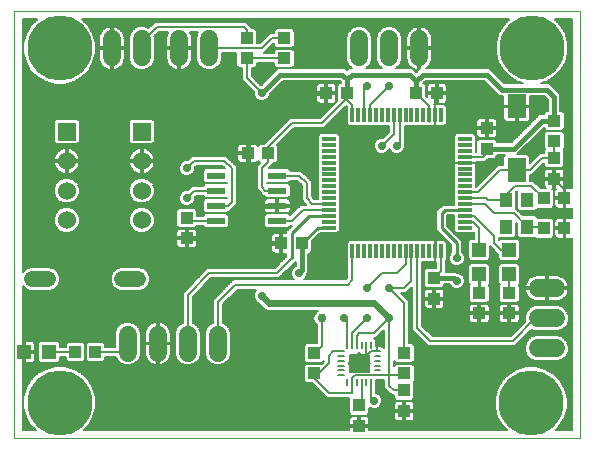
<source format=gbr>
G75*
%MOIN*%
%OFA0B0*%
%FSLAX25Y25*%
%IPPOS*%
%LPD*%
%AMOC8*
5,1,8,0,0,1.08239X$1,22.5*
%
%ADD10C,0.00000*%
%ADD11R,0.04331X0.03937*%
%ADD12R,0.04134X0.04252*%
%ADD13R,0.04252X0.04134*%
%ADD14R,0.06299X0.02362*%
%ADD15R,0.04724X0.01181*%
%ADD16R,0.01181X0.04724*%
%ADD17R,0.04331X0.05118*%
%ADD18R,0.04724X0.04724*%
%ADD19C,0.06000*%
%ADD20C,0.05200*%
%ADD21R,0.06000X0.06000*%
%ADD22C,0.06000*%
%ADD23C,0.00787*%
%ADD24C,0.00630*%
%ADD25R,0.06299X0.07874*%
%ADD26R,0.03937X0.04331*%
%ADD27C,0.00800*%
%ADD28C,0.01600*%
%ADD29C,0.02781*%
%ADD30C,0.03937*%
%ADD31C,0.00900*%
%ADD32C,0.03543*%
%ADD33C,0.00600*%
%ADD34C,0.02978*%
%ADD35C,0.00591*%
%ADD36C,0.00500*%
%ADD37C,0.02400*%
%ADD38C,0.01000*%
%ADD39C,0.21654*%
D10*
X0018800Y0008800D02*
X0018800Y0151261D01*
X0207501Y0151261D01*
X0207501Y0008800D01*
X0018800Y0008800D01*
D11*
X0076300Y0075454D03*
X0076300Y0082146D03*
X0096704Y0103800D03*
X0103396Y0103800D03*
X0108800Y0135454D03*
X0108800Y0142146D03*
X0096300Y0142146D03*
X0096300Y0135454D03*
X0198800Y0114646D03*
X0198800Y0107954D03*
X0183800Y0057146D03*
X0183800Y0050454D03*
X0173800Y0050454D03*
X0173800Y0057146D03*
X0148800Y0037146D03*
X0148800Y0030454D03*
X0118800Y0030454D03*
X0118800Y0037146D03*
D12*
X0114745Y0073800D03*
X0107855Y0073800D03*
X0122855Y0123800D03*
X0129745Y0123800D03*
X0152855Y0123800D03*
X0159745Y0123800D03*
X0195355Y0088800D03*
X0202245Y0088800D03*
X0202245Y0078800D03*
X0195355Y0078800D03*
D13*
X0198800Y0095355D03*
X0198800Y0102245D03*
X0176300Y0105355D03*
X0176300Y0112245D03*
X0158800Y0062245D03*
X0158800Y0055355D03*
X0148800Y0024745D03*
X0148800Y0017855D03*
X0133800Y0019745D03*
X0133800Y0012855D03*
D14*
X0106536Y0081300D03*
X0106536Y0086300D03*
X0106536Y0091300D03*
X0106536Y0096300D03*
X0086064Y0096300D03*
X0086064Y0091300D03*
X0086064Y0086300D03*
X0086064Y0081300D03*
D15*
X0123662Y0081005D03*
X0123662Y0082973D03*
X0123662Y0084942D03*
X0123662Y0086910D03*
X0123662Y0088879D03*
X0123662Y0090847D03*
X0123662Y0092816D03*
X0123662Y0094784D03*
X0123662Y0096753D03*
X0123662Y0098721D03*
X0123662Y0100690D03*
X0123662Y0102658D03*
X0123662Y0104627D03*
X0123662Y0106595D03*
X0123662Y0108564D03*
X0123662Y0079036D03*
X0168938Y0079036D03*
X0168938Y0081005D03*
X0168938Y0082973D03*
X0168938Y0084942D03*
X0168938Y0086910D03*
X0168938Y0088879D03*
X0168938Y0090847D03*
X0168938Y0092816D03*
X0168938Y0094784D03*
X0168938Y0096753D03*
X0168938Y0098721D03*
X0168938Y0100690D03*
X0168938Y0102658D03*
X0168938Y0104627D03*
X0168938Y0106595D03*
X0168938Y0108564D03*
D16*
X0161064Y0116438D03*
X0159095Y0116438D03*
X0157127Y0116438D03*
X0155158Y0116438D03*
X0153190Y0116438D03*
X0151221Y0116438D03*
X0149253Y0116438D03*
X0147284Y0116438D03*
X0145316Y0116438D03*
X0143347Y0116438D03*
X0141379Y0116438D03*
X0139410Y0116438D03*
X0137442Y0116438D03*
X0135473Y0116438D03*
X0133505Y0116438D03*
X0131536Y0116438D03*
X0131536Y0071162D03*
X0133505Y0071162D03*
X0135473Y0071162D03*
X0137442Y0071162D03*
X0139410Y0071162D03*
X0141379Y0071162D03*
X0143347Y0071162D03*
X0145316Y0071162D03*
X0147284Y0071162D03*
X0149253Y0071162D03*
X0151221Y0071162D03*
X0153190Y0071162D03*
X0155158Y0071162D03*
X0157127Y0071162D03*
X0159095Y0071162D03*
X0161064Y0071162D03*
D17*
X0182757Y0079272D03*
X0189843Y0079272D03*
X0189843Y0088328D03*
X0182757Y0088328D03*
D18*
X0183800Y0071684D03*
X0183800Y0063416D03*
X0173800Y0063416D03*
X0173800Y0071684D03*
X0030434Y0037550D03*
X0022166Y0037550D03*
D19*
X0056635Y0037394D02*
X0056635Y0043394D01*
X0066635Y0043394D02*
X0066635Y0037394D01*
X0076635Y0037394D02*
X0076635Y0043394D01*
X0086635Y0043394D02*
X0086635Y0037394D01*
X0193300Y0038800D02*
X0199300Y0038800D01*
X0199300Y0048800D02*
X0193300Y0048800D01*
X0193300Y0058800D02*
X0199300Y0058800D01*
X0153800Y0135800D02*
X0153800Y0141800D01*
X0143800Y0141800D02*
X0143800Y0135800D01*
X0133800Y0135800D02*
X0133800Y0141800D01*
X0083800Y0141800D02*
X0083800Y0135800D01*
X0073800Y0135800D02*
X0073800Y0141800D01*
X0061300Y0141800D02*
X0061300Y0135800D01*
X0051300Y0135800D02*
X0051300Y0141800D01*
D20*
X0054881Y0061871D02*
X0060081Y0061871D01*
X0030081Y0061871D02*
X0024881Y0061871D01*
D21*
X0036300Y0111064D03*
X0061300Y0111064D03*
D22*
X0061300Y0101221D03*
X0061300Y0091379D03*
X0061300Y0081536D03*
X0036300Y0081536D03*
X0036300Y0091379D03*
X0036300Y0101221D03*
D23*
X0053800Y0128800D02*
X0051300Y0131300D01*
X0051300Y0138800D01*
X0061300Y0138800D02*
X0061300Y0140867D01*
X0066300Y0145867D01*
X0095483Y0145867D01*
X0096300Y0145050D01*
X0096300Y0142146D01*
X0101300Y0138800D02*
X0083800Y0138800D01*
X0073800Y0138800D02*
X0073800Y0131300D01*
X0071300Y0128800D01*
X0053800Y0128800D01*
X0073800Y0131300D02*
X0076300Y0128800D01*
X0081300Y0128800D01*
X0096300Y0128800D02*
X0096300Y0135454D01*
X0108800Y0135454D01*
X0104646Y0142146D02*
X0101300Y0138800D01*
X0104646Y0142146D02*
X0108800Y0142146D01*
X0096300Y0128800D02*
X0101300Y0123800D01*
X0111300Y0113800D02*
X0103396Y0105896D01*
X0103396Y0103800D01*
X0103396Y0100896D01*
X0101300Y0098800D01*
X0101300Y0092550D01*
X0102550Y0091300D01*
X0106536Y0091300D01*
X0103800Y0091300D01*
X0106536Y0096300D02*
X0113800Y0096300D01*
X0116300Y0093800D01*
X0116300Y0088800D01*
X0118190Y0086910D01*
X0123662Y0086910D01*
X0123662Y0084942D02*
X0114942Y0084942D01*
X0111300Y0081300D01*
X0106536Y0081300D01*
X0091300Y0087550D02*
X0091300Y0098800D01*
X0088800Y0101300D01*
X0078800Y0101300D01*
X0076300Y0098800D01*
X0078800Y0091300D02*
X0076300Y0088800D01*
X0078800Y0091300D02*
X0086064Y0091300D01*
X0090050Y0086300D02*
X0091300Y0087550D01*
X0090050Y0086300D02*
X0086064Y0086300D01*
X0088800Y0086300D01*
X0086064Y0081300D02*
X0077146Y0081300D01*
X0076300Y0075454D02*
X0076300Y0066300D01*
X0066635Y0056635D01*
X0066635Y0040394D01*
X0076635Y0040394D02*
X0076635Y0056635D01*
X0083800Y0063800D01*
X0106300Y0063800D01*
X0111300Y0068800D01*
X0130050Y0060050D02*
X0092550Y0060050D01*
X0086635Y0054135D01*
X0086635Y0040394D01*
X0056635Y0040394D02*
X0053790Y0037550D01*
X0045896Y0037550D01*
X0039204Y0037550D02*
X0030434Y0037550D01*
X0118800Y0037146D02*
X0121300Y0039646D01*
X0121300Y0048800D01*
X0129863Y0040887D02*
X0129863Y0038917D01*
X0129863Y0040887D02*
X0129863Y0040887D01*
X0129863Y0038917D01*
X0129863Y0038917D01*
X0129863Y0039703D02*
X0129863Y0039703D01*
X0129863Y0040489D02*
X0129863Y0040489D01*
X0131438Y0040887D02*
X0131438Y0038917D01*
X0131438Y0040887D02*
X0131438Y0040887D01*
X0131438Y0038917D01*
X0131438Y0038917D01*
X0131438Y0039703D02*
X0131438Y0039703D01*
X0131438Y0040489D02*
X0131438Y0040489D01*
X0133013Y0040887D02*
X0133013Y0038917D01*
X0133013Y0040887D02*
X0133013Y0040887D01*
X0133013Y0038917D01*
X0133013Y0038917D01*
X0133013Y0039703D02*
X0133013Y0039703D01*
X0133013Y0040489D02*
X0133013Y0040489D01*
X0134587Y0040887D02*
X0134587Y0038917D01*
X0134587Y0040887D02*
X0134587Y0040887D01*
X0134587Y0038917D01*
X0134587Y0038917D01*
X0134587Y0039703D02*
X0134587Y0039703D01*
X0134587Y0040489D02*
X0134587Y0040489D01*
X0136162Y0040887D02*
X0136162Y0038917D01*
X0136162Y0040887D02*
X0136162Y0040887D01*
X0136162Y0038917D01*
X0136162Y0038917D01*
X0136162Y0039703D02*
X0136162Y0039703D01*
X0136162Y0040489D02*
X0136162Y0040489D01*
X0137737Y0040887D02*
X0137737Y0038917D01*
X0137737Y0040887D02*
X0137737Y0040887D01*
X0137737Y0038917D01*
X0137737Y0038917D01*
X0137737Y0039703D02*
X0137737Y0039703D01*
X0137737Y0040489D02*
X0137737Y0040489D01*
X0138917Y0037737D02*
X0140887Y0037737D01*
X0140887Y0037737D01*
X0138917Y0037737D01*
X0138917Y0037737D01*
X0138917Y0036162D02*
X0140887Y0036162D01*
X0140887Y0036162D01*
X0138917Y0036162D01*
X0138917Y0036162D01*
X0138917Y0034587D02*
X0140887Y0034587D01*
X0140887Y0034587D01*
X0138917Y0034587D01*
X0138917Y0034587D01*
X0138917Y0033013D02*
X0140887Y0033013D01*
X0140887Y0033013D01*
X0138917Y0033013D01*
X0138917Y0033013D01*
X0138917Y0031438D02*
X0140887Y0031438D01*
X0140887Y0031438D01*
X0138917Y0031438D01*
X0138917Y0031438D01*
X0138917Y0029863D02*
X0140887Y0029863D01*
X0140887Y0029863D01*
X0138917Y0029863D01*
X0138917Y0029863D01*
X0137737Y0028683D02*
X0137737Y0026713D01*
X0137737Y0026713D01*
X0137737Y0028683D01*
X0137737Y0028683D01*
X0137737Y0027499D02*
X0137737Y0027499D01*
X0137737Y0028285D02*
X0137737Y0028285D01*
X0136162Y0028683D02*
X0136162Y0026713D01*
X0136162Y0026713D01*
X0136162Y0028683D01*
X0136162Y0028683D01*
X0136162Y0027499D02*
X0136162Y0027499D01*
X0136162Y0028285D02*
X0136162Y0028285D01*
X0134587Y0028683D02*
X0134587Y0026713D01*
X0134587Y0026713D01*
X0134587Y0028683D01*
X0134587Y0028683D01*
X0134587Y0027499D02*
X0134587Y0027499D01*
X0134587Y0028285D02*
X0134587Y0028285D01*
X0133013Y0028683D02*
X0133013Y0026713D01*
X0133013Y0026713D01*
X0133013Y0028683D01*
X0133013Y0028683D01*
X0133013Y0027499D02*
X0133013Y0027499D01*
X0133013Y0028285D02*
X0133013Y0028285D01*
X0131438Y0028683D02*
X0131438Y0026713D01*
X0131438Y0026713D01*
X0131438Y0028683D01*
X0131438Y0028683D01*
X0131438Y0027499D02*
X0131438Y0027499D01*
X0131438Y0028285D02*
X0131438Y0028285D01*
X0129863Y0028683D02*
X0129863Y0026713D01*
X0129863Y0026713D01*
X0129863Y0028683D01*
X0129863Y0028683D01*
X0129863Y0027499D02*
X0129863Y0027499D01*
X0129863Y0028285D02*
X0129863Y0028285D01*
X0128683Y0029863D02*
X0126713Y0029863D01*
X0126713Y0029863D01*
X0128683Y0029863D01*
X0128683Y0029863D01*
X0128683Y0031438D02*
X0126713Y0031438D01*
X0126713Y0031438D01*
X0128683Y0031438D01*
X0128683Y0031438D01*
X0128683Y0033013D02*
X0126713Y0033013D01*
X0126713Y0033013D01*
X0128683Y0033013D01*
X0128683Y0033013D01*
X0128683Y0034587D02*
X0126713Y0034587D01*
X0126713Y0034587D01*
X0128683Y0034587D01*
X0128683Y0034587D01*
X0128683Y0036162D02*
X0126713Y0036162D01*
X0126713Y0036162D01*
X0128683Y0036162D01*
X0128683Y0036162D01*
X0128683Y0037737D02*
X0126713Y0037737D01*
X0126713Y0037737D01*
X0128683Y0037737D01*
X0128683Y0037737D01*
X0148800Y0037146D02*
X0148800Y0053800D01*
X0143800Y0058800D01*
X0148800Y0058800D01*
X0151221Y0061221D01*
X0151221Y0071083D01*
X0151300Y0071162D01*
X0153190Y0071162D02*
X0153190Y0045660D01*
X0157550Y0041300D01*
X0185050Y0041300D01*
X0192550Y0048800D01*
X0196300Y0048800D01*
X0183800Y0057146D02*
X0183800Y0063416D01*
X0183800Y0071684D02*
X0180916Y0071684D01*
X0178800Y0073800D01*
X0178800Y0076300D01*
X0172127Y0082973D01*
X0168938Y0082973D01*
X0168938Y0081005D02*
X0171595Y0081005D01*
X0173800Y0078800D01*
X0173800Y0071684D01*
X0161064Y0071162D02*
X0161064Y0064509D01*
X0158800Y0062245D01*
X0149253Y0066753D02*
X0146300Y0063800D01*
X0141300Y0063800D01*
X0136300Y0058800D01*
X0131536Y0061536D02*
X0131536Y0071162D01*
X0131536Y0061536D02*
X0130050Y0060050D01*
X0149253Y0066753D02*
X0149253Y0071162D01*
X0168938Y0086910D02*
X0175690Y0086910D01*
X0178800Y0083800D01*
X0185316Y0083800D01*
X0189843Y0079272D01*
X0194883Y0079272D01*
X0195355Y0078800D01*
X0201300Y0077855D02*
X0202245Y0078800D01*
X0202245Y0072245D01*
X0196300Y0066300D01*
X0196300Y0058800D01*
X0195050Y0058800D01*
X0202245Y0078800D02*
X0202245Y0088800D01*
X0202245Y0091910D01*
X0198800Y0095355D01*
X0195355Y0088800D02*
X0191182Y0092973D01*
X0185847Y0092973D01*
X0182757Y0089883D01*
X0182757Y0088328D01*
X0176772Y0088328D01*
X0176221Y0088879D01*
X0168938Y0088879D01*
X0168938Y0090847D02*
X0173347Y0090847D01*
X0180670Y0098170D01*
X0186300Y0098170D01*
X0190670Y0098170D01*
X0194745Y0102245D01*
X0198800Y0102245D01*
X0198800Y0107954D01*
X0186300Y0113800D02*
X0184745Y0112245D01*
X0176300Y0112245D01*
X0171930Y0119430D02*
X0159095Y0106595D01*
X0153190Y0100690D01*
X0168938Y0100690D01*
X0168938Y0102658D02*
X0175158Y0102658D01*
X0176300Y0103800D01*
X0176300Y0105355D01*
X0186300Y0113800D02*
X0186300Y0119430D01*
X0171930Y0119430D01*
X0159095Y0116438D02*
X0159095Y0106595D01*
X0153190Y0100690D02*
X0146300Y0093800D01*
X0146300Y0106300D02*
X0147284Y0107284D01*
X0147284Y0116438D01*
X0145316Y0116438D02*
X0145316Y0110316D01*
X0141300Y0106300D01*
X0137442Y0116438D02*
X0137442Y0119942D01*
X0143800Y0126300D01*
X0136300Y0126300D02*
X0135473Y0125473D01*
X0135473Y0116438D01*
X0131536Y0116438D02*
X0131536Y0119814D01*
X0129745Y0121605D01*
X0129745Y0123800D01*
X0130522Y0123022D01*
X0121300Y0113800D01*
X0111300Y0113800D01*
X0103396Y0103800D02*
X0102550Y0102954D01*
D24*
X0130670Y0030966D02*
X0136930Y0030966D01*
X0130670Y0030966D02*
X0130670Y0036634D01*
X0136930Y0036634D01*
X0136930Y0030966D01*
X0136930Y0031595D02*
X0130670Y0031595D01*
X0130670Y0032224D02*
X0136930Y0032224D01*
X0136930Y0032853D02*
X0130670Y0032853D01*
X0130670Y0033482D02*
X0136930Y0033482D01*
X0136930Y0034111D02*
X0130670Y0034111D01*
X0130670Y0034740D02*
X0136930Y0034740D01*
X0136930Y0035369D02*
X0130670Y0035369D01*
X0130670Y0035998D02*
X0136930Y0035998D01*
X0136930Y0036627D02*
X0130670Y0036627D01*
D25*
X0186300Y0098170D03*
X0186300Y0119430D03*
D26*
X0045896Y0037550D03*
X0039204Y0037550D03*
D27*
X0157127Y0116438D02*
X0157127Y0119528D01*
X0152855Y0123800D01*
X0159095Y0123150D02*
X0159745Y0123800D01*
X0159095Y0123150D02*
X0159095Y0116438D01*
D28*
X0152855Y0123800D02*
X0152855Y0127855D01*
X0155050Y0130050D01*
X0176300Y0130050D01*
X0181300Y0125050D01*
X0196300Y0125050D01*
X0198800Y0122550D01*
X0198800Y0114646D01*
X0194646Y0114646D01*
X0185355Y0105355D01*
X0176300Y0105355D01*
X0186300Y0116300D02*
X0186300Y0119430D01*
X0152855Y0127855D02*
X0150660Y0130050D01*
X0131300Y0130050D01*
X0129745Y0128495D01*
X0128190Y0130050D01*
X0107550Y0130050D01*
X0101300Y0123800D01*
X0109607Y0123800D02*
X0096704Y0110896D01*
X0081300Y0126300D01*
X0081300Y0128800D01*
X0096704Y0110896D02*
X0096704Y0103800D01*
X0096704Y0086300D01*
X0106536Y0086300D01*
X0096704Y0086300D02*
X0096704Y0078396D01*
X0093761Y0075454D01*
X0076300Y0075454D01*
X0077146Y0081300D02*
X0076300Y0082146D01*
X0096704Y0078396D02*
X0101300Y0073800D01*
X0107855Y0073800D01*
X0114745Y0073800D02*
X0114745Y0064745D01*
X0113800Y0063800D01*
X0158800Y0062245D02*
X0165355Y0062245D01*
X0166300Y0061300D01*
X0201300Y0089745D02*
X0202245Y0088800D01*
X0129745Y0123800D02*
X0129745Y0128495D01*
X0122855Y0123800D02*
X0116300Y0123800D01*
X0109607Y0123800D01*
X0096704Y0103800D02*
X0096300Y0103396D01*
D29*
X0076300Y0098800D03*
X0076300Y0088800D03*
X0076300Y0066300D03*
X0101300Y0056300D03*
X0113800Y0063800D03*
X0123800Y0068800D03*
X0136300Y0058800D03*
X0143800Y0058800D03*
X0143800Y0048800D03*
X0136300Y0048800D03*
X0128800Y0048800D03*
X0133800Y0033800D03*
X0138800Y0021300D03*
X0166300Y0061300D03*
X0166300Y0068800D03*
X0196300Y0068800D03*
X0146300Y0093800D03*
X0133800Y0098800D03*
X0141300Y0106300D03*
X0146300Y0106300D03*
X0143800Y0126300D03*
X0136300Y0126300D03*
X0101300Y0123800D03*
X0081300Y0128800D03*
X0051300Y0126300D03*
D30*
X0116300Y0123800D03*
D31*
X0157127Y0116438D02*
X0157127Y0114627D01*
X0146300Y0093800D02*
X0159095Y0081005D01*
X0159095Y0071162D01*
X0166300Y0073800D02*
X0161300Y0078800D01*
X0161300Y0083800D01*
X0162442Y0084942D01*
X0168938Y0084942D01*
X0123662Y0082973D02*
X0117127Y0082973D01*
X0111300Y0077146D01*
X0111300Y0068800D01*
X0114745Y0073800D02*
X0119981Y0079036D01*
X0123662Y0079036D01*
X0121536Y0079036D01*
D32*
X0103800Y0040050D03*
D33*
X0115335Y0039653D02*
X0115335Y0034639D01*
X0116096Y0033878D01*
X0121504Y0033878D01*
X0122205Y0034579D01*
X0122205Y0034461D01*
X0121466Y0033722D01*
X0116096Y0033722D01*
X0115335Y0032961D01*
X0115335Y0027947D01*
X0116096Y0027185D01*
X0118223Y0027185D01*
X0123158Y0022250D01*
X0130374Y0022250D01*
X0130374Y0017139D01*
X0131136Y0016378D01*
X0136464Y0016378D01*
X0137226Y0017139D01*
X0137226Y0019069D01*
X0137276Y0019019D01*
X0138265Y0018609D01*
X0139335Y0018609D01*
X0140324Y0019019D01*
X0141081Y0019776D01*
X0141491Y0020765D01*
X0141491Y0021835D01*
X0141081Y0022824D01*
X0140324Y0023581D01*
X0139335Y0023991D01*
X0139332Y0023991D01*
X0139332Y0025913D01*
X0139431Y0026012D01*
X0139431Y0028169D01*
X0141588Y0028169D01*
X0141682Y0028263D01*
X0142200Y0028263D01*
X0142200Y0025637D01*
X0143137Y0024700D01*
X0144692Y0023145D01*
X0145374Y0023145D01*
X0145374Y0022139D01*
X0146136Y0021378D01*
X0151464Y0021378D01*
X0152226Y0022139D01*
X0152226Y0027350D01*
X0151948Y0027629D01*
X0152265Y0027947D01*
X0152265Y0032961D01*
X0151504Y0033722D01*
X0146096Y0033722D01*
X0145400Y0033026D01*
X0145400Y0034574D01*
X0146096Y0033878D01*
X0151504Y0033878D01*
X0152265Y0034639D01*
X0152265Y0039653D01*
X0151504Y0040415D01*
X0150494Y0040415D01*
X0150494Y0054502D01*
X0147889Y0057106D01*
X0149502Y0057106D01*
X0150494Y0058098D01*
X0151496Y0059101D01*
X0151496Y0044959D01*
X0155856Y0040598D01*
X0156848Y0039606D01*
X0185752Y0039606D01*
X0191172Y0045027D01*
X0192445Y0044500D01*
X0200155Y0044500D01*
X0201736Y0045155D01*
X0202945Y0046364D01*
X0203600Y0047945D01*
X0203600Y0049655D01*
X0202945Y0051236D01*
X0201736Y0052445D01*
X0200155Y0053100D01*
X0192445Y0053100D01*
X0190864Y0052445D01*
X0189655Y0051236D01*
X0189000Y0049655D01*
X0189000Y0047945D01*
X0189088Y0047733D01*
X0184348Y0042994D01*
X0158252Y0042994D01*
X0154883Y0046362D01*
X0154883Y0067500D01*
X0158256Y0067500D01*
X0158272Y0067516D01*
X0158334Y0067500D01*
X0159095Y0067500D01*
X0159095Y0071162D01*
X0159095Y0071162D01*
X0159095Y0067500D01*
X0159370Y0067500D01*
X0159370Y0065612D01*
X0156136Y0065612D01*
X0155374Y0064850D01*
X0155374Y0059639D01*
X0156136Y0058878D01*
X0161464Y0058878D01*
X0162226Y0059639D01*
X0162226Y0060145D01*
X0163866Y0060145D01*
X0164019Y0059776D01*
X0164776Y0059019D01*
X0165765Y0058609D01*
X0166835Y0058609D01*
X0167824Y0059019D01*
X0168581Y0059776D01*
X0168991Y0060765D01*
X0168991Y0061835D01*
X0168581Y0062824D01*
X0167824Y0063581D01*
X0166835Y0063991D01*
X0166579Y0063991D01*
X0166225Y0064345D01*
X0162757Y0064345D01*
X0162757Y0068065D01*
X0162954Y0068262D01*
X0162954Y0074063D01*
X0162193Y0074824D01*
X0159935Y0074824D01*
X0159918Y0074808D01*
X0159857Y0074824D01*
X0159095Y0074824D01*
X0158334Y0074824D01*
X0158272Y0074808D01*
X0158256Y0074824D01*
X0130407Y0074824D01*
X0129646Y0074063D01*
X0129646Y0068262D01*
X0129843Y0068065D01*
X0129843Y0062238D01*
X0129348Y0061744D01*
X0115549Y0061744D01*
X0116081Y0062276D01*
X0116491Y0063265D01*
X0116491Y0063521D01*
X0116845Y0063875D01*
X0116845Y0070374D01*
X0117350Y0070374D01*
X0118112Y0071136D01*
X0118112Y0074692D01*
X0120663Y0077244D01*
X0120762Y0077146D01*
X0126563Y0077146D01*
X0127324Y0077907D01*
X0127324Y0109693D01*
X0126563Y0110454D01*
X0120762Y0110454D01*
X0120000Y0109693D01*
X0120000Y0088604D01*
X0118891Y0088604D01*
X0117994Y0089502D01*
X0117994Y0094502D01*
X0117002Y0095494D01*
X0114502Y0097994D01*
X0110986Y0097994D01*
X0110986Y0098020D01*
X0110224Y0098781D01*
X0103676Y0098781D01*
X0105090Y0100195D01*
X0105090Y0100531D01*
X0106100Y0100531D01*
X0106862Y0101293D01*
X0106862Y0106307D01*
X0106532Y0106637D01*
X0112002Y0112106D01*
X0122002Y0112106D01*
X0129425Y0119530D01*
X0129646Y0119309D01*
X0129646Y0113537D01*
X0130407Y0112776D01*
X0143622Y0112776D01*
X0143622Y0111017D01*
X0141595Y0108991D01*
X0140765Y0108991D01*
X0139776Y0108581D01*
X0139019Y0107824D01*
X0138609Y0106835D01*
X0138609Y0105765D01*
X0139019Y0104776D01*
X0139776Y0104019D01*
X0140765Y0103609D01*
X0141835Y0103609D01*
X0142824Y0104019D01*
X0143581Y0104776D01*
X0143800Y0105305D01*
X0144019Y0104776D01*
X0144776Y0104019D01*
X0145765Y0103609D01*
X0146835Y0103609D01*
X0147824Y0104019D01*
X0148581Y0104776D01*
X0148991Y0105765D01*
X0148991Y0106835D01*
X0148978Y0106866D01*
X0148978Y0112776D01*
X0158256Y0112776D01*
X0158272Y0112792D01*
X0158334Y0112776D01*
X0159095Y0112776D01*
X0159095Y0116438D01*
X0159095Y0120100D01*
X0158827Y0120100D01*
X0158827Y0120233D01*
X0158685Y0120374D01*
X0159445Y0120374D01*
X0159445Y0123500D01*
X0160045Y0123500D01*
X0160045Y0124100D01*
X0163112Y0124100D01*
X0163112Y0126097D01*
X0163023Y0126428D01*
X0162852Y0126724D01*
X0162610Y0126966D01*
X0162314Y0127137D01*
X0161983Y0127226D01*
X0160045Y0127226D01*
X0160045Y0124100D01*
X0159445Y0124100D01*
X0159445Y0127226D01*
X0157507Y0127226D01*
X0157176Y0127137D01*
X0156880Y0126966D01*
X0156638Y0126724D01*
X0156467Y0126428D01*
X0156378Y0126097D01*
X0156378Y0124100D01*
X0159445Y0124100D01*
X0159445Y0123500D01*
X0156378Y0123500D01*
X0156378Y0122681D01*
X0156222Y0122837D01*
X0156222Y0126464D01*
X0155461Y0127226D01*
X0155196Y0127226D01*
X0155920Y0127950D01*
X0175430Y0127950D01*
X0180430Y0122950D01*
X0181850Y0122950D01*
X0181850Y0119730D01*
X0186000Y0119730D01*
X0186000Y0119130D01*
X0181850Y0119130D01*
X0181850Y0115322D01*
X0181939Y0114991D01*
X0182110Y0114695D01*
X0182352Y0114453D01*
X0182649Y0114282D01*
X0182979Y0114193D01*
X0186000Y0114193D01*
X0186000Y0119130D01*
X0186600Y0119130D01*
X0186600Y0119730D01*
X0190750Y0119730D01*
X0190750Y0122950D01*
X0195430Y0122950D01*
X0196700Y0121680D01*
X0196700Y0117915D01*
X0196096Y0117915D01*
X0195335Y0117153D01*
X0195335Y0116746D01*
X0193777Y0116746D01*
X0184485Y0107455D01*
X0179726Y0107455D01*
X0179726Y0107961D01*
X0178964Y0108722D01*
X0173636Y0108722D01*
X0172874Y0107961D01*
X0172874Y0104352D01*
X0172600Y0104352D01*
X0172600Y0109693D01*
X0171838Y0110454D01*
X0166037Y0110454D01*
X0165276Y0109693D01*
X0165276Y0101529D01*
X0165292Y0101513D01*
X0165276Y0101451D01*
X0165276Y0100690D01*
X0168938Y0100690D01*
X0172600Y0100690D01*
X0172600Y0100965D01*
X0175860Y0100965D01*
X0176883Y0101988D01*
X0178964Y0101988D01*
X0179726Y0102750D01*
X0179726Y0103255D01*
X0182460Y0103255D01*
X0181850Y0102646D01*
X0181850Y0099864D01*
X0179969Y0099864D01*
X0172646Y0092541D01*
X0172600Y0092541D01*
X0172600Y0099850D01*
X0172584Y0099867D01*
X0172600Y0099928D01*
X0172600Y0100690D01*
X0168938Y0100690D01*
X0168938Y0100690D01*
X0168938Y0100690D01*
X0165276Y0100690D01*
X0165276Y0099928D01*
X0165292Y0099867D01*
X0165276Y0099850D01*
X0165276Y0086692D01*
X0161717Y0086692D01*
X0160575Y0085550D01*
X0159550Y0084525D01*
X0159550Y0078075D01*
X0164500Y0073125D01*
X0164500Y0070805D01*
X0164019Y0070324D01*
X0163609Y0069335D01*
X0163609Y0068265D01*
X0164019Y0067276D01*
X0164776Y0066519D01*
X0165765Y0066109D01*
X0166835Y0066109D01*
X0167824Y0066519D01*
X0168581Y0067276D01*
X0168991Y0068265D01*
X0168991Y0069335D01*
X0168581Y0070324D01*
X0168100Y0070805D01*
X0168100Y0074546D01*
X0167046Y0075600D01*
X0166975Y0075600D01*
X0163050Y0079525D01*
X0163050Y0083075D01*
X0163167Y0083192D01*
X0165276Y0083192D01*
X0165276Y0077907D01*
X0166037Y0077146D01*
X0171838Y0077146D01*
X0172106Y0077414D01*
X0172106Y0075346D01*
X0170899Y0075346D01*
X0170138Y0074585D01*
X0170138Y0068783D01*
X0170899Y0068022D01*
X0176701Y0068022D01*
X0177462Y0068783D01*
X0177462Y0072743D01*
X0178098Y0072106D01*
X0180138Y0070067D01*
X0180138Y0068783D01*
X0180899Y0068022D01*
X0186701Y0068022D01*
X0187462Y0068783D01*
X0187462Y0074585D01*
X0186701Y0075346D01*
X0180899Y0075346D01*
X0180494Y0074940D01*
X0180494Y0075413D01*
X0185461Y0075413D01*
X0186222Y0076175D01*
X0186222Y0080498D01*
X0186378Y0080343D01*
X0186378Y0076175D01*
X0187139Y0075413D01*
X0192547Y0075413D01*
X0192629Y0075495D01*
X0192750Y0075374D01*
X0197961Y0075374D01*
X0198722Y0076136D01*
X0198722Y0081464D01*
X0197961Y0082226D01*
X0193309Y0082226D01*
X0193309Y0082370D01*
X0192547Y0083131D01*
X0188379Y0083131D01*
X0186222Y0085289D01*
X0186222Y0090953D01*
X0186378Y0091109D01*
X0186378Y0085230D01*
X0187139Y0084469D01*
X0192547Y0084469D01*
X0193309Y0085230D01*
X0193309Y0085374D01*
X0197961Y0085374D01*
X0198722Y0086136D01*
X0198722Y0091464D01*
X0198198Y0091988D01*
X0198500Y0091988D01*
X0198500Y0095055D01*
X0199100Y0095055D01*
X0199100Y0091988D01*
X0199418Y0091988D01*
X0199380Y0091966D01*
X0199138Y0091724D01*
X0198967Y0091428D01*
X0198878Y0091097D01*
X0198878Y0089100D01*
X0201945Y0089100D01*
X0201945Y0092226D01*
X0201686Y0092226D01*
X0201724Y0092248D01*
X0201966Y0092490D01*
X0202137Y0092786D01*
X0202226Y0093117D01*
X0202226Y0095055D01*
X0199100Y0095055D01*
X0199100Y0095655D01*
X0202226Y0095655D01*
X0202226Y0097593D01*
X0202137Y0097924D01*
X0201966Y0098220D01*
X0201724Y0098462D01*
X0201428Y0098633D01*
X0201097Y0098722D01*
X0199100Y0098722D01*
X0199100Y0095655D01*
X0198500Y0095655D01*
X0198500Y0095055D01*
X0195374Y0095055D01*
X0195374Y0093117D01*
X0195463Y0092786D01*
X0195634Y0092490D01*
X0195876Y0092248D01*
X0195914Y0092226D01*
X0194324Y0092226D01*
X0191883Y0094667D01*
X0190750Y0094667D01*
X0190750Y0096476D01*
X0191372Y0096476D01*
X0195374Y0100479D01*
X0195374Y0099639D01*
X0196136Y0098878D01*
X0201464Y0098878D01*
X0202226Y0099639D01*
X0202226Y0104850D01*
X0201948Y0105129D01*
X0202265Y0105447D01*
X0202265Y0110461D01*
X0201504Y0111222D01*
X0196096Y0111222D01*
X0195335Y0110461D01*
X0195335Y0105447D01*
X0195652Y0105129D01*
X0195374Y0104850D01*
X0195374Y0103939D01*
X0194043Y0103939D01*
X0190750Y0100645D01*
X0190750Y0102646D01*
X0189988Y0103407D01*
X0186377Y0103407D01*
X0195335Y0112365D01*
X0195335Y0112139D01*
X0196096Y0111378D01*
X0201504Y0111378D01*
X0202265Y0112139D01*
X0202265Y0117153D01*
X0201504Y0117915D01*
X0200900Y0117915D01*
X0200900Y0123420D01*
X0197170Y0127150D01*
X0194463Y0127150D01*
X0196099Y0127588D01*
X0198864Y0129185D01*
X0201122Y0131443D01*
X0202718Y0134208D01*
X0203545Y0137292D01*
X0203545Y0140485D01*
X0202718Y0143569D01*
X0201122Y0146335D01*
X0198996Y0148461D01*
X0204701Y0148461D01*
X0204701Y0092168D01*
X0204483Y0092226D01*
X0202545Y0092226D01*
X0202545Y0089100D01*
X0201945Y0089100D01*
X0201945Y0088500D01*
X0202545Y0088500D01*
X0202545Y0085374D01*
X0204483Y0085374D01*
X0204701Y0085432D01*
X0204701Y0082168D01*
X0204483Y0082226D01*
X0202545Y0082226D01*
X0202545Y0079100D01*
X0201945Y0079100D01*
X0201945Y0082226D01*
X0200007Y0082226D01*
X0199676Y0082137D01*
X0199380Y0081966D01*
X0199138Y0081724D01*
X0198967Y0081428D01*
X0198878Y0081097D01*
X0198878Y0079100D01*
X0201945Y0079100D01*
X0201945Y0078500D01*
X0202545Y0078500D01*
X0202545Y0075374D01*
X0204483Y0075374D01*
X0204701Y0075432D01*
X0204701Y0011600D01*
X0199281Y0011600D01*
X0200886Y0013204D01*
X0202482Y0015970D01*
X0203309Y0019054D01*
X0203309Y0022247D01*
X0202482Y0025331D01*
X0200886Y0028096D01*
X0198628Y0030354D01*
X0195863Y0031951D01*
X0192778Y0032777D01*
X0189585Y0032777D01*
X0186501Y0031951D01*
X0183736Y0030354D01*
X0181478Y0028096D01*
X0179882Y0025331D01*
X0179055Y0022247D01*
X0179055Y0019054D01*
X0179882Y0015970D01*
X0181478Y0013204D01*
X0183082Y0011600D01*
X0137226Y0011600D01*
X0137226Y0012555D01*
X0134100Y0012555D01*
X0134100Y0013155D01*
X0137226Y0013155D01*
X0137226Y0015093D01*
X0137137Y0015424D01*
X0136966Y0015720D01*
X0136724Y0015962D01*
X0136428Y0016133D01*
X0136097Y0016222D01*
X0134100Y0016222D01*
X0134100Y0013155D01*
X0133500Y0013155D01*
X0133500Y0012555D01*
X0130374Y0012555D01*
X0130374Y0011600D01*
X0041958Y0011600D01*
X0043642Y0013283D01*
X0045238Y0016048D01*
X0046065Y0019133D01*
X0046065Y0022326D01*
X0045238Y0025410D01*
X0043642Y0028175D01*
X0041384Y0030433D01*
X0038619Y0032029D01*
X0035534Y0032856D01*
X0032341Y0032856D01*
X0029257Y0032029D01*
X0026492Y0030433D01*
X0024234Y0028175D01*
X0022637Y0025410D01*
X0021811Y0022326D01*
X0021811Y0019133D01*
X0022637Y0016048D01*
X0024234Y0013283D01*
X0025917Y0011600D01*
X0021600Y0011600D01*
X0021600Y0033888D01*
X0021866Y0033888D01*
X0021866Y0037250D01*
X0022466Y0037250D01*
X0022466Y0033888D01*
X0024699Y0033888D01*
X0025030Y0033976D01*
X0025327Y0034148D01*
X0025569Y0034390D01*
X0025740Y0034686D01*
X0025828Y0035017D01*
X0025828Y0037250D01*
X0022466Y0037250D01*
X0022466Y0037850D01*
X0021866Y0037850D01*
X0021866Y0041212D01*
X0021600Y0041212D01*
X0021600Y0059637D01*
X0022672Y0058565D01*
X0024105Y0057971D01*
X0030857Y0057971D01*
X0032290Y0058565D01*
X0033387Y0059662D01*
X0033981Y0061095D01*
X0033981Y0062647D01*
X0033387Y0064080D01*
X0032290Y0065177D01*
X0030857Y0065771D01*
X0024105Y0065771D01*
X0022672Y0065177D01*
X0021600Y0064105D01*
X0021600Y0148461D01*
X0026449Y0148461D01*
X0024234Y0146246D01*
X0022637Y0143481D01*
X0021811Y0140397D01*
X0021811Y0137203D01*
X0022637Y0134119D01*
X0024234Y0131354D01*
X0026492Y0129096D01*
X0029257Y0127500D01*
X0032341Y0126673D01*
X0035534Y0126673D01*
X0038619Y0127500D01*
X0041384Y0129096D01*
X0043642Y0131354D01*
X0045238Y0134119D01*
X0046065Y0137203D01*
X0046065Y0140397D01*
X0045238Y0143481D01*
X0043642Y0146246D01*
X0041427Y0148461D01*
X0183840Y0148461D01*
X0181714Y0146335D01*
X0180118Y0143569D01*
X0179291Y0140485D01*
X0179291Y0137292D01*
X0180118Y0134208D01*
X0181714Y0131443D01*
X0183972Y0129185D01*
X0186737Y0127588D01*
X0188373Y0127150D01*
X0182170Y0127150D01*
X0177170Y0132150D01*
X0156092Y0132150D01*
X0156601Y0132520D01*
X0157080Y0132999D01*
X0157478Y0133546D01*
X0157785Y0134149D01*
X0157994Y0134793D01*
X0158100Y0135462D01*
X0158100Y0138500D01*
X0154100Y0138500D01*
X0154100Y0139100D01*
X0153500Y0139100D01*
X0153500Y0146100D01*
X0153462Y0146100D01*
X0152793Y0145994D01*
X0152149Y0145785D01*
X0151546Y0145478D01*
X0150999Y0145080D01*
X0150520Y0144601D01*
X0150122Y0144054D01*
X0149815Y0143451D01*
X0149606Y0142807D01*
X0149500Y0142138D01*
X0149500Y0139100D01*
X0153500Y0139100D01*
X0153500Y0138500D01*
X0154100Y0138500D01*
X0154100Y0132070D01*
X0152855Y0130825D01*
X0151570Y0132110D01*
X0152149Y0131815D01*
X0152793Y0131606D01*
X0153462Y0131500D01*
X0153500Y0131500D01*
X0153500Y0138500D01*
X0149500Y0138500D01*
X0149500Y0135462D01*
X0149606Y0134793D01*
X0149815Y0134149D01*
X0150122Y0133546D01*
X0150520Y0132999D01*
X0150999Y0132520D01*
X0151508Y0132150D01*
X0146224Y0132150D01*
X0146236Y0132155D01*
X0147445Y0133364D01*
X0148100Y0134945D01*
X0148100Y0142655D01*
X0147445Y0144236D01*
X0146236Y0145445D01*
X0144655Y0146100D01*
X0142945Y0146100D01*
X0141364Y0145445D01*
X0140155Y0144236D01*
X0139500Y0142655D01*
X0139500Y0134945D01*
X0140155Y0133364D01*
X0141364Y0132155D01*
X0141375Y0132150D01*
X0136225Y0132150D01*
X0136236Y0132155D01*
X0137445Y0133364D01*
X0138100Y0134945D01*
X0138100Y0142655D01*
X0137445Y0144236D01*
X0136236Y0145445D01*
X0134655Y0146100D01*
X0132945Y0146100D01*
X0131364Y0145445D01*
X0130155Y0144236D01*
X0129500Y0142655D01*
X0129500Y0134945D01*
X0130155Y0133364D01*
X0131364Y0132155D01*
X0131375Y0132150D01*
X0130430Y0132150D01*
X0129745Y0131465D01*
X0129060Y0132150D01*
X0106680Y0132150D01*
X0101021Y0126491D01*
X0101005Y0126491D01*
X0097994Y0129502D01*
X0097994Y0132185D01*
X0099004Y0132185D01*
X0099765Y0132947D01*
X0099765Y0133760D01*
X0105335Y0133760D01*
X0105335Y0132947D01*
X0106096Y0132185D01*
X0111504Y0132185D01*
X0112265Y0132947D01*
X0112265Y0137961D01*
X0111504Y0138722D01*
X0106096Y0138722D01*
X0105335Y0137961D01*
X0105335Y0137147D01*
X0102042Y0137147D01*
X0102994Y0138098D01*
X0102994Y0138098D01*
X0105335Y0140439D01*
X0105335Y0139639D01*
X0106096Y0138878D01*
X0111504Y0138878D01*
X0112265Y0139639D01*
X0112265Y0144653D01*
X0111504Y0145415D01*
X0106096Y0145415D01*
X0105335Y0144653D01*
X0105335Y0143840D01*
X0103945Y0143840D01*
X0100598Y0140494D01*
X0099765Y0140494D01*
X0099765Y0144653D01*
X0099004Y0145415D01*
X0097994Y0145415D01*
X0097994Y0145752D01*
X0097177Y0146568D01*
X0096185Y0147561D01*
X0065598Y0147561D01*
X0064606Y0146568D01*
X0063557Y0145519D01*
X0062155Y0146100D01*
X0060445Y0146100D01*
X0058864Y0145445D01*
X0057655Y0144236D01*
X0057000Y0142655D01*
X0057000Y0134945D01*
X0057655Y0133364D01*
X0058864Y0132155D01*
X0060445Y0131500D01*
X0062155Y0131500D01*
X0063736Y0132155D01*
X0064945Y0133364D01*
X0065600Y0134945D01*
X0065600Y0142655D01*
X0065566Y0142738D01*
X0067002Y0144173D01*
X0070209Y0144173D01*
X0070122Y0144054D01*
X0069815Y0143451D01*
X0069606Y0142807D01*
X0069500Y0142138D01*
X0069500Y0139100D01*
X0073500Y0139100D01*
X0073500Y0138500D01*
X0074100Y0138500D01*
X0074100Y0139100D01*
X0078100Y0139100D01*
X0078100Y0142138D01*
X0077994Y0142807D01*
X0077785Y0143451D01*
X0077478Y0144054D01*
X0077391Y0144173D01*
X0080129Y0144173D01*
X0079500Y0142655D01*
X0079500Y0134945D01*
X0080155Y0133364D01*
X0081364Y0132155D01*
X0082945Y0131500D01*
X0084655Y0131500D01*
X0086236Y0132155D01*
X0087445Y0133364D01*
X0088100Y0134945D01*
X0088100Y0137106D01*
X0092835Y0137106D01*
X0092835Y0132947D01*
X0093596Y0132185D01*
X0094606Y0132185D01*
X0094606Y0128098D01*
X0095598Y0127106D01*
X0098609Y0124095D01*
X0098609Y0123265D01*
X0099019Y0122276D01*
X0099776Y0121519D01*
X0100765Y0121109D01*
X0101835Y0121109D01*
X0102824Y0121519D01*
X0103581Y0122276D01*
X0103991Y0123265D01*
X0103991Y0123521D01*
X0108420Y0127950D01*
X0127320Y0127950D01*
X0127645Y0127625D01*
X0127645Y0127226D01*
X0127139Y0127226D01*
X0126378Y0126464D01*
X0126378Y0121273D01*
X0120598Y0115494D01*
X0110598Y0115494D01*
X0109606Y0114502D01*
X0102173Y0107068D01*
X0100693Y0107068D01*
X0100012Y0106388D01*
X0099909Y0106567D01*
X0099667Y0106809D01*
X0099371Y0106980D01*
X0099040Y0107068D01*
X0097004Y0107068D01*
X0097004Y0104100D01*
X0096404Y0104100D01*
X0096404Y0107068D01*
X0094367Y0107068D01*
X0094036Y0106980D01*
X0093740Y0106809D01*
X0093498Y0106567D01*
X0093327Y0106270D01*
X0093238Y0105940D01*
X0093238Y0104100D01*
X0096403Y0104100D01*
X0096403Y0103500D01*
X0093238Y0103500D01*
X0093238Y0101660D01*
X0093327Y0101330D01*
X0093498Y0101033D01*
X0093740Y0100791D01*
X0094036Y0100620D01*
X0094367Y0100531D01*
X0096404Y0100531D01*
X0096404Y0103500D01*
X0097004Y0103500D01*
X0097004Y0100531D01*
X0099040Y0100531D01*
X0099371Y0100620D01*
X0099667Y0100791D01*
X0099909Y0101033D01*
X0100012Y0101212D01*
X0100664Y0100560D01*
X0100598Y0100494D01*
X0099606Y0099502D01*
X0099606Y0091848D01*
X0100598Y0090856D01*
X0101848Y0089606D01*
X0102087Y0089606D01*
X0102087Y0089580D01*
X0102848Y0088819D01*
X0110224Y0088819D01*
X0110986Y0089580D01*
X0110986Y0093020D01*
X0110224Y0093781D01*
X0102994Y0093781D01*
X0102994Y0093819D01*
X0110224Y0093819D01*
X0110986Y0094580D01*
X0110986Y0094606D01*
X0113098Y0094606D01*
X0114606Y0093098D01*
X0114606Y0088098D01*
X0116069Y0086635D01*
X0114240Y0086635D01*
X0110805Y0083200D01*
X0110224Y0083781D01*
X0102848Y0083781D01*
X0102087Y0083020D01*
X0102087Y0079580D01*
X0102848Y0078819D01*
X0110224Y0078819D01*
X0110986Y0079580D01*
X0110986Y0079606D01*
X0111285Y0079606D01*
X0109550Y0077871D01*
X0109550Y0077226D01*
X0108155Y0077226D01*
X0108155Y0074100D01*
X0107555Y0074100D01*
X0107555Y0073500D01*
X0104488Y0073500D01*
X0104488Y0071503D01*
X0104577Y0071172D01*
X0104748Y0070876D01*
X0104990Y0070634D01*
X0105286Y0070463D01*
X0105617Y0070374D01*
X0107555Y0070374D01*
X0107555Y0073500D01*
X0108155Y0073500D01*
X0108155Y0070374D01*
X0109550Y0070374D01*
X0109550Y0069445D01*
X0105598Y0065494D01*
X0083098Y0065494D01*
X0074941Y0057336D01*
X0074941Y0047347D01*
X0074199Y0047040D01*
X0072989Y0045830D01*
X0072335Y0044250D01*
X0072335Y0036539D01*
X0072989Y0034959D01*
X0074199Y0033749D01*
X0075779Y0033094D01*
X0077490Y0033094D01*
X0079070Y0033749D01*
X0080280Y0034959D01*
X0080935Y0036539D01*
X0080935Y0044250D01*
X0080280Y0045830D01*
X0079070Y0047040D01*
X0078328Y0047347D01*
X0078328Y0055933D01*
X0084502Y0062106D01*
X0107002Y0062106D01*
X0107994Y0063098D01*
X0111945Y0067050D01*
X0112025Y0067050D01*
X0112645Y0067670D01*
X0112645Y0066234D01*
X0112276Y0066081D01*
X0111519Y0065324D01*
X0111109Y0064335D01*
X0111109Y0063265D01*
X0111519Y0062276D01*
X0112051Y0061744D01*
X0091848Y0061744D01*
X0084941Y0054836D01*
X0084941Y0047347D01*
X0084199Y0047040D01*
X0082989Y0045830D01*
X0082335Y0044250D01*
X0082335Y0036539D01*
X0082989Y0034959D01*
X0084199Y0033749D01*
X0085779Y0033094D01*
X0087490Y0033094D01*
X0089070Y0033749D01*
X0090280Y0034959D01*
X0090935Y0036539D01*
X0090935Y0044250D01*
X0090280Y0045830D01*
X0089070Y0047040D01*
X0088328Y0047347D01*
X0088328Y0053433D01*
X0093252Y0058356D01*
X0099551Y0058356D01*
X0099019Y0057824D01*
X0098609Y0056835D01*
X0098609Y0055765D01*
X0099019Y0054776D01*
X0099776Y0054019D01*
X0100236Y0053829D01*
X0102384Y0051681D01*
X0103303Y0051300D01*
X0120048Y0051300D01*
X0119720Y0051164D01*
X0118936Y0050380D01*
X0118511Y0049355D01*
X0118511Y0048245D01*
X0118936Y0047220D01*
X0119606Y0046549D01*
X0119606Y0040415D01*
X0116096Y0040415D01*
X0115335Y0039653D01*
X0115335Y0039339D02*
X0090935Y0039339D01*
X0090935Y0039937D02*
X0115618Y0039937D01*
X0115335Y0038740D02*
X0090935Y0038740D01*
X0090935Y0038141D02*
X0115335Y0038141D01*
X0115335Y0037543D02*
X0090935Y0037543D01*
X0090935Y0036944D02*
X0115335Y0036944D01*
X0115335Y0036346D02*
X0090855Y0036346D01*
X0090607Y0035747D02*
X0115335Y0035747D01*
X0115335Y0035149D02*
X0090359Y0035149D01*
X0089872Y0034550D02*
X0115424Y0034550D01*
X0116022Y0033952D02*
X0089273Y0033952D01*
X0088115Y0033353D02*
X0115728Y0033353D01*
X0115335Y0032755D02*
X0035911Y0032755D01*
X0036697Y0034085D02*
X0041711Y0034085D01*
X0042472Y0034846D01*
X0042472Y0040254D01*
X0041711Y0041015D01*
X0036697Y0041015D01*
X0035935Y0040254D01*
X0035935Y0039244D01*
X0034096Y0039244D01*
X0034096Y0040451D01*
X0033335Y0041212D01*
X0027533Y0041212D01*
X0026772Y0040451D01*
X0026772Y0034649D01*
X0027533Y0033888D01*
X0033335Y0033888D01*
X0034096Y0034649D01*
X0034096Y0035856D01*
X0035935Y0035856D01*
X0035935Y0034846D01*
X0036697Y0034085D01*
X0036231Y0034550D02*
X0033997Y0034550D01*
X0034096Y0035149D02*
X0035935Y0035149D01*
X0035935Y0035747D02*
X0034096Y0035747D01*
X0033399Y0033952D02*
X0053996Y0033952D01*
X0054199Y0033749D02*
X0055779Y0033094D01*
X0057490Y0033094D01*
X0059070Y0033749D01*
X0060280Y0034959D01*
X0060935Y0036539D01*
X0060935Y0044250D01*
X0060280Y0045830D01*
X0059070Y0047040D01*
X0057490Y0047694D01*
X0055779Y0047694D01*
X0054199Y0047040D01*
X0052989Y0045830D01*
X0052335Y0044250D01*
X0052335Y0039244D01*
X0049165Y0039244D01*
X0049165Y0040254D01*
X0048403Y0041015D01*
X0043389Y0041015D01*
X0042628Y0040254D01*
X0042628Y0034846D01*
X0043389Y0034085D01*
X0048403Y0034085D01*
X0049165Y0034846D01*
X0049165Y0035856D01*
X0052617Y0035856D01*
X0052989Y0034959D01*
X0054199Y0033749D01*
X0055154Y0033353D02*
X0021600Y0033353D01*
X0021600Y0032755D02*
X0031964Y0032755D01*
X0029731Y0032156D02*
X0021600Y0032156D01*
X0021600Y0031558D02*
X0028440Y0031558D01*
X0027404Y0030959D02*
X0021600Y0030959D01*
X0021600Y0030361D02*
X0026420Y0030361D01*
X0025821Y0029762D02*
X0021600Y0029762D01*
X0021600Y0029164D02*
X0025223Y0029164D01*
X0024624Y0028565D02*
X0021600Y0028565D01*
X0021600Y0027967D02*
X0024114Y0027967D01*
X0023768Y0027368D02*
X0021600Y0027368D01*
X0021600Y0026770D02*
X0023423Y0026770D01*
X0023077Y0026171D02*
X0021600Y0026171D01*
X0021600Y0025573D02*
X0022731Y0025573D01*
X0022521Y0024974D02*
X0021600Y0024974D01*
X0021600Y0024376D02*
X0022360Y0024376D01*
X0022200Y0023777D02*
X0021600Y0023777D01*
X0021600Y0023179D02*
X0022040Y0023179D01*
X0021879Y0022580D02*
X0021600Y0022580D01*
X0021600Y0021982D02*
X0021811Y0021982D01*
X0021811Y0021383D02*
X0021600Y0021383D01*
X0021600Y0020785D02*
X0021811Y0020785D01*
X0021811Y0020186D02*
X0021600Y0020186D01*
X0021600Y0019588D02*
X0021811Y0019588D01*
X0021849Y0018989D02*
X0021600Y0018989D01*
X0021600Y0018391D02*
X0022010Y0018391D01*
X0022170Y0017792D02*
X0021600Y0017792D01*
X0021600Y0017194D02*
X0022331Y0017194D01*
X0022491Y0016595D02*
X0021600Y0016595D01*
X0021600Y0015997D02*
X0022667Y0015997D01*
X0023013Y0015398D02*
X0021600Y0015398D01*
X0021600Y0014800D02*
X0023358Y0014800D01*
X0023704Y0014201D02*
X0021600Y0014201D01*
X0021600Y0013603D02*
X0024050Y0013603D01*
X0024513Y0013004D02*
X0021600Y0013004D01*
X0021600Y0012405D02*
X0025112Y0012405D01*
X0025710Y0011807D02*
X0021600Y0011807D01*
X0042165Y0011807D02*
X0130374Y0011807D01*
X0130374Y0012405D02*
X0042764Y0012405D01*
X0043362Y0013004D02*
X0133500Y0013004D01*
X0133500Y0013155D02*
X0130374Y0013155D01*
X0130374Y0015093D01*
X0130463Y0015424D01*
X0130634Y0015720D01*
X0130876Y0015962D01*
X0131172Y0016133D01*
X0131503Y0016222D01*
X0133500Y0016222D01*
X0133500Y0013155D01*
X0133500Y0013603D02*
X0134100Y0013603D01*
X0134100Y0014201D02*
X0133500Y0014201D01*
X0133500Y0014800D02*
X0134100Y0014800D01*
X0134100Y0015398D02*
X0133500Y0015398D01*
X0133500Y0015997D02*
X0134100Y0015997D01*
X0136665Y0015997D02*
X0145374Y0015997D01*
X0145374Y0015617D02*
X0145463Y0015286D01*
X0145634Y0014990D01*
X0145876Y0014748D01*
X0146172Y0014577D01*
X0146503Y0014488D01*
X0148500Y0014488D01*
X0148500Y0017555D01*
X0149100Y0017555D01*
X0149100Y0014488D01*
X0151097Y0014488D01*
X0151428Y0014577D01*
X0151724Y0014748D01*
X0151966Y0014990D01*
X0152137Y0015286D01*
X0152226Y0015617D01*
X0152226Y0017555D01*
X0149100Y0017555D01*
X0149100Y0018155D01*
X0152226Y0018155D01*
X0152226Y0020093D01*
X0152137Y0020424D01*
X0151966Y0020720D01*
X0151724Y0020962D01*
X0151428Y0021133D01*
X0151097Y0021222D01*
X0149100Y0021222D01*
X0149100Y0018155D01*
X0148500Y0018155D01*
X0148500Y0017555D01*
X0145374Y0017555D01*
X0145374Y0015617D01*
X0145433Y0015398D02*
X0137144Y0015398D01*
X0137226Y0014800D02*
X0145824Y0014800D01*
X0145374Y0016595D02*
X0136682Y0016595D01*
X0137226Y0017194D02*
X0145374Y0017194D01*
X0145374Y0018155D02*
X0148500Y0018155D01*
X0148500Y0021222D01*
X0146503Y0021222D01*
X0146172Y0021133D01*
X0145876Y0020962D01*
X0145634Y0020720D01*
X0145463Y0020424D01*
X0145374Y0020093D01*
X0145374Y0018155D01*
X0145374Y0018391D02*
X0137226Y0018391D01*
X0137226Y0018989D02*
X0137348Y0018989D01*
X0137226Y0017792D02*
X0148500Y0017792D01*
X0148500Y0017194D02*
X0149100Y0017194D01*
X0149100Y0017792D02*
X0179393Y0017792D01*
X0179554Y0017194D02*
X0152226Y0017194D01*
X0152226Y0016595D02*
X0179714Y0016595D01*
X0179874Y0015997D02*
X0152226Y0015997D01*
X0152167Y0015398D02*
X0180212Y0015398D01*
X0180557Y0014800D02*
X0151776Y0014800D01*
X0149100Y0014800D02*
X0148500Y0014800D01*
X0148500Y0015398D02*
X0149100Y0015398D01*
X0149100Y0015997D02*
X0148500Y0015997D01*
X0148500Y0016595D02*
X0149100Y0016595D01*
X0149100Y0018391D02*
X0148500Y0018391D01*
X0148500Y0018989D02*
X0149100Y0018989D01*
X0149100Y0019588D02*
X0148500Y0019588D01*
X0148500Y0020186D02*
X0149100Y0020186D01*
X0149100Y0020785D02*
X0148500Y0020785D01*
X0146130Y0021383D02*
X0141491Y0021383D01*
X0141491Y0020785D02*
X0145698Y0020785D01*
X0145399Y0020186D02*
X0141251Y0020186D01*
X0140893Y0019588D02*
X0145374Y0019588D01*
X0145374Y0018989D02*
X0140252Y0018989D01*
X0141430Y0021982D02*
X0145532Y0021982D01*
X0145374Y0022580D02*
X0141182Y0022580D01*
X0140726Y0023179D02*
X0144659Y0023179D01*
X0144060Y0023777D02*
X0139850Y0023777D01*
X0139332Y0024376D02*
X0143462Y0024376D01*
X0142863Y0024974D02*
X0139332Y0024974D01*
X0139332Y0025573D02*
X0142265Y0025573D01*
X0142200Y0026171D02*
X0139431Y0026171D01*
X0139431Y0026770D02*
X0142200Y0026770D01*
X0142200Y0027368D02*
X0139431Y0027368D01*
X0139431Y0027967D02*
X0142200Y0027967D01*
X0143800Y0026300D02*
X0143800Y0029863D01*
X0143800Y0048800D01*
X0138800Y0043800D01*
X0133800Y0043800D01*
X0133013Y0043013D01*
X0133013Y0039902D01*
X0133013Y0040576D01*
X0131438Y0039902D02*
X0131438Y0043938D01*
X0136300Y0048800D01*
X0140400Y0043137D02*
X0142200Y0044937D01*
X0142200Y0038819D01*
X0141927Y0039092D01*
X0141540Y0039315D01*
X0141110Y0039431D01*
X0139902Y0039431D01*
X0139431Y0039431D01*
X0139431Y0041588D01*
X0138819Y0042200D01*
X0139463Y0042200D01*
X0140400Y0043137D01*
X0140192Y0042930D02*
X0142200Y0042930D01*
X0142200Y0043528D02*
X0140791Y0043528D01*
X0141389Y0044127D02*
X0142200Y0044127D01*
X0142200Y0044725D02*
X0141988Y0044725D01*
X0142200Y0042331D02*
X0139594Y0042331D01*
X0139286Y0041733D02*
X0142200Y0041733D01*
X0142200Y0041134D02*
X0139431Y0041134D01*
X0139431Y0040536D02*
X0142200Y0040536D01*
X0142200Y0039937D02*
X0139431Y0039937D01*
X0139902Y0039431D02*
X0139902Y0037856D01*
X0139902Y0037856D01*
X0139902Y0039431D01*
X0139902Y0039339D02*
X0139902Y0039339D01*
X0139902Y0038740D02*
X0139902Y0038740D01*
X0139902Y0038141D02*
X0139902Y0038141D01*
X0139902Y0037737D02*
X0137737Y0037737D01*
X0133800Y0033800D01*
X0136162Y0036162D01*
X0136162Y0039902D01*
X0134100Y0037224D02*
X0134100Y0034100D01*
X0133500Y0034100D01*
X0133500Y0037224D01*
X0133714Y0037224D01*
X0133800Y0037310D01*
X0133886Y0037224D01*
X0134100Y0037224D01*
X0134100Y0036944D02*
X0133500Y0036944D01*
X0133500Y0036346D02*
X0134100Y0036346D01*
X0134100Y0035747D02*
X0133500Y0035747D01*
X0133500Y0035149D02*
X0134100Y0035149D01*
X0134100Y0034550D02*
X0133500Y0034550D01*
X0133500Y0034100D02*
X0133500Y0033500D01*
X0133500Y0031413D01*
X0134100Y0031413D01*
X0134100Y0033500D01*
X0134100Y0034100D01*
X0137224Y0034100D01*
X0137224Y0033886D01*
X0137310Y0033800D01*
X0137224Y0033714D01*
X0137224Y0033500D01*
X0134100Y0033500D01*
X0133500Y0033500D01*
X0130376Y0033500D01*
X0130376Y0033714D01*
X0130290Y0033800D01*
X0130376Y0033886D01*
X0130376Y0034100D01*
X0133500Y0034100D01*
X0133500Y0033952D02*
X0130376Y0033952D01*
X0133500Y0033353D02*
X0134100Y0033353D01*
X0134100Y0032755D02*
X0133500Y0032755D01*
X0133500Y0032156D02*
X0134100Y0032156D01*
X0134100Y0031558D02*
X0133500Y0031558D01*
X0134100Y0033952D02*
X0137224Y0033952D01*
X0139902Y0029863D02*
X0143800Y0029863D01*
X0148209Y0029863D01*
X0148800Y0030454D01*
X0152265Y0030361D02*
X0183747Y0030361D01*
X0183144Y0029762D02*
X0152265Y0029762D01*
X0152265Y0029164D02*
X0182545Y0029164D01*
X0181947Y0028565D02*
X0152265Y0028565D01*
X0152265Y0027967D02*
X0181403Y0027967D01*
X0181058Y0027368D02*
X0152208Y0027368D01*
X0152226Y0026770D02*
X0180712Y0026770D01*
X0180367Y0026171D02*
X0152226Y0026171D01*
X0152226Y0025573D02*
X0180021Y0025573D01*
X0179786Y0024974D02*
X0152226Y0024974D01*
X0152226Y0024376D02*
X0179626Y0024376D01*
X0179465Y0023777D02*
X0152226Y0023777D01*
X0152226Y0023179D02*
X0179305Y0023179D01*
X0179144Y0022580D02*
X0152226Y0022580D01*
X0152068Y0021982D02*
X0179055Y0021982D01*
X0179055Y0021383D02*
X0151470Y0021383D01*
X0151902Y0020785D02*
X0179055Y0020785D01*
X0179055Y0020186D02*
X0152201Y0020186D01*
X0152226Y0019588D02*
X0179055Y0019588D01*
X0179072Y0018989D02*
X0152226Y0018989D01*
X0152226Y0018391D02*
X0179233Y0018391D01*
X0180903Y0014201D02*
X0137226Y0014201D01*
X0137226Y0013603D02*
X0181248Y0013603D01*
X0181678Y0013004D02*
X0134100Y0013004D01*
X0137226Y0012405D02*
X0182277Y0012405D01*
X0182875Y0011807D02*
X0137226Y0011807D01*
X0130374Y0013603D02*
X0043826Y0013603D01*
X0044172Y0014201D02*
X0130374Y0014201D01*
X0130374Y0014800D02*
X0044517Y0014800D01*
X0044863Y0015398D02*
X0130456Y0015398D01*
X0130935Y0015997D02*
X0045208Y0015997D01*
X0045385Y0016595D02*
X0130918Y0016595D01*
X0130374Y0017194D02*
X0045545Y0017194D01*
X0045705Y0017792D02*
X0130374Y0017792D01*
X0130374Y0018391D02*
X0045866Y0018391D01*
X0046026Y0018989D02*
X0130374Y0018989D01*
X0130374Y0019588D02*
X0046065Y0019588D01*
X0046065Y0020186D02*
X0130374Y0020186D01*
X0130374Y0020785D02*
X0046065Y0020785D01*
X0046065Y0021383D02*
X0130374Y0021383D01*
X0130374Y0021982D02*
X0046065Y0021982D01*
X0045996Y0022580D02*
X0122828Y0022580D01*
X0122229Y0023179D02*
X0045836Y0023179D01*
X0045676Y0023777D02*
X0121631Y0023777D01*
X0121032Y0024376D02*
X0045515Y0024376D01*
X0045355Y0024974D02*
X0120434Y0024974D01*
X0119835Y0025573D02*
X0045144Y0025573D01*
X0044799Y0026171D02*
X0119237Y0026171D01*
X0118638Y0026770D02*
X0044453Y0026770D01*
X0044107Y0027368D02*
X0115913Y0027368D01*
X0115335Y0027967D02*
X0043762Y0027967D01*
X0043251Y0028565D02*
X0115335Y0028565D01*
X0115335Y0029164D02*
X0042653Y0029164D01*
X0042054Y0029762D02*
X0115335Y0029762D01*
X0115335Y0030361D02*
X0041456Y0030361D01*
X0040472Y0030959D02*
X0115335Y0030959D01*
X0115335Y0031558D02*
X0039435Y0031558D01*
X0038145Y0032156D02*
X0115335Y0032156D01*
X0121578Y0033952D02*
X0121696Y0033952D01*
X0122176Y0034550D02*
X0122205Y0034550D01*
X0119606Y0040536D02*
X0090935Y0040536D01*
X0090935Y0041134D02*
X0119606Y0041134D01*
X0119606Y0041733D02*
X0090935Y0041733D01*
X0090935Y0042331D02*
X0119606Y0042331D01*
X0119606Y0042930D02*
X0090935Y0042930D01*
X0090935Y0043528D02*
X0119606Y0043528D01*
X0119606Y0044127D02*
X0090935Y0044127D01*
X0090738Y0044725D02*
X0119606Y0044725D01*
X0119606Y0045324D02*
X0090490Y0045324D01*
X0090188Y0045922D02*
X0119606Y0045922D01*
X0119606Y0046521D02*
X0089590Y0046521D01*
X0088879Y0047119D02*
X0119037Y0047119D01*
X0118730Y0047718D02*
X0088328Y0047718D01*
X0088328Y0048316D02*
X0118511Y0048316D01*
X0118511Y0048915D02*
X0088328Y0048915D01*
X0088328Y0049513D02*
X0118577Y0049513D01*
X0118825Y0050112D02*
X0088328Y0050112D01*
X0088328Y0050710D02*
X0119266Y0050710D01*
X0128800Y0048800D02*
X0129863Y0047737D01*
X0129863Y0039902D01*
X0141454Y0039339D02*
X0142200Y0039339D01*
X0145400Y0034550D02*
X0145424Y0034550D01*
X0145400Y0033952D02*
X0146022Y0033952D01*
X0145728Y0033353D02*
X0145400Y0033353D01*
X0151578Y0033952D02*
X0204701Y0033952D01*
X0204701Y0034550D02*
X0200277Y0034550D01*
X0200155Y0034500D02*
X0201736Y0035155D01*
X0202945Y0036364D01*
X0203600Y0037945D01*
X0203600Y0039655D01*
X0202945Y0041236D01*
X0201736Y0042445D01*
X0200155Y0043100D01*
X0192445Y0043100D01*
X0190864Y0042445D01*
X0189655Y0041236D01*
X0189000Y0039655D01*
X0189000Y0037945D01*
X0189655Y0036364D01*
X0190864Y0035155D01*
X0192445Y0034500D01*
X0200155Y0034500D01*
X0201722Y0035149D02*
X0204701Y0035149D01*
X0204701Y0035747D02*
X0202329Y0035747D01*
X0202927Y0036346D02*
X0204701Y0036346D01*
X0204701Y0036944D02*
X0203186Y0036944D01*
X0203434Y0037543D02*
X0204701Y0037543D01*
X0204701Y0038141D02*
X0203600Y0038141D01*
X0203600Y0038740D02*
X0204701Y0038740D01*
X0204701Y0039339D02*
X0203600Y0039339D01*
X0203483Y0039937D02*
X0204701Y0039937D01*
X0204701Y0040536D02*
X0203235Y0040536D01*
X0202987Y0041134D02*
X0204701Y0041134D01*
X0204701Y0041733D02*
X0202449Y0041733D01*
X0201850Y0042331D02*
X0204701Y0042331D01*
X0204701Y0042930D02*
X0200567Y0042930D01*
X0200699Y0044725D02*
X0204701Y0044725D01*
X0204701Y0044127D02*
X0190272Y0044127D01*
X0190870Y0044725D02*
X0191901Y0044725D01*
X0192033Y0042930D02*
X0189075Y0042930D01*
X0189673Y0043528D02*
X0204701Y0043528D01*
X0204701Y0045324D02*
X0201905Y0045324D01*
X0202503Y0045922D02*
X0204701Y0045922D01*
X0204701Y0046521D02*
X0203010Y0046521D01*
X0203258Y0047119D02*
X0204701Y0047119D01*
X0204701Y0047718D02*
X0203506Y0047718D01*
X0203600Y0048316D02*
X0204701Y0048316D01*
X0204701Y0048915D02*
X0203600Y0048915D01*
X0203600Y0049513D02*
X0204701Y0049513D01*
X0204701Y0050112D02*
X0203411Y0050112D01*
X0203163Y0050710D02*
X0204701Y0050710D01*
X0204701Y0051309D02*
X0202872Y0051309D01*
X0202274Y0051907D02*
X0204701Y0051907D01*
X0204701Y0052506D02*
X0201590Y0052506D01*
X0200951Y0054815D02*
X0201554Y0055122D01*
X0202101Y0055520D01*
X0202580Y0055999D01*
X0202978Y0056546D01*
X0203285Y0057149D01*
X0203494Y0057793D01*
X0203600Y0058462D01*
X0203600Y0058500D01*
X0196600Y0058500D01*
X0196600Y0059100D01*
X0196000Y0059100D01*
X0196000Y0063100D01*
X0192962Y0063100D01*
X0192293Y0062994D01*
X0191649Y0062785D01*
X0191046Y0062478D01*
X0190499Y0062080D01*
X0190020Y0061601D01*
X0189622Y0061054D01*
X0189315Y0060451D01*
X0189106Y0059807D01*
X0189000Y0059138D01*
X0189000Y0059100D01*
X0196000Y0059100D01*
X0196000Y0058500D01*
X0196600Y0058500D01*
X0196600Y0054500D01*
X0199638Y0054500D01*
X0200307Y0054606D01*
X0200951Y0054815D01*
X0201117Y0054900D02*
X0204701Y0054900D01*
X0204701Y0055498D02*
X0202071Y0055498D01*
X0202651Y0056097D02*
X0204701Y0056097D01*
X0204701Y0056695D02*
X0203054Y0056695D01*
X0203332Y0057294D02*
X0204701Y0057294D01*
X0204701Y0057892D02*
X0203510Y0057892D01*
X0203600Y0058491D02*
X0204701Y0058491D01*
X0204701Y0059089D02*
X0196600Y0059089D01*
X0196600Y0059100D02*
X0203600Y0059100D01*
X0203600Y0059138D01*
X0203494Y0059807D01*
X0203285Y0060451D01*
X0202978Y0061054D01*
X0202580Y0061601D01*
X0202101Y0062080D01*
X0201554Y0062478D01*
X0200951Y0062785D01*
X0200307Y0062994D01*
X0199638Y0063100D01*
X0196600Y0063100D01*
X0196600Y0059100D01*
X0196600Y0059688D02*
X0196000Y0059688D01*
X0196000Y0060286D02*
X0196600Y0060286D01*
X0196600Y0060885D02*
X0196000Y0060885D01*
X0196000Y0061483D02*
X0196600Y0061483D01*
X0196600Y0062082D02*
X0196000Y0062082D01*
X0196000Y0062680D02*
X0196600Y0062680D01*
X0196000Y0059089D02*
X0187265Y0059089D01*
X0187265Y0059653D02*
X0186933Y0059986D01*
X0187462Y0060515D01*
X0187462Y0066317D01*
X0186701Y0067078D01*
X0180899Y0067078D01*
X0180138Y0066317D01*
X0180138Y0060515D01*
X0180667Y0059986D01*
X0180335Y0059653D01*
X0180335Y0054639D01*
X0181096Y0053878D01*
X0186504Y0053878D01*
X0187265Y0054639D01*
X0187265Y0059653D01*
X0187231Y0059688D02*
X0189087Y0059688D01*
X0189262Y0060286D02*
X0187233Y0060286D01*
X0187462Y0060885D02*
X0189536Y0060885D01*
X0189935Y0061483D02*
X0187462Y0061483D01*
X0187462Y0062082D02*
X0190502Y0062082D01*
X0191444Y0062680D02*
X0187462Y0062680D01*
X0187462Y0063279D02*
X0204701Y0063279D01*
X0204701Y0063877D02*
X0187462Y0063877D01*
X0187462Y0064476D02*
X0204701Y0064476D01*
X0204701Y0065074D02*
X0187462Y0065074D01*
X0187462Y0065673D02*
X0204701Y0065673D01*
X0204701Y0066272D02*
X0187462Y0066272D01*
X0186909Y0066870D02*
X0204701Y0066870D01*
X0204701Y0067469D02*
X0168661Y0067469D01*
X0168909Y0068067D02*
X0170854Y0068067D01*
X0170255Y0068666D02*
X0168991Y0068666D01*
X0168991Y0069264D02*
X0170138Y0069264D01*
X0170138Y0069863D02*
X0168772Y0069863D01*
X0168444Y0070461D02*
X0170138Y0070461D01*
X0170138Y0071060D02*
X0168100Y0071060D01*
X0168100Y0071658D02*
X0170138Y0071658D01*
X0170138Y0072257D02*
X0168100Y0072257D01*
X0168100Y0072855D02*
X0170138Y0072855D01*
X0170138Y0073454D02*
X0168100Y0073454D01*
X0168100Y0074052D02*
X0170138Y0074052D01*
X0170204Y0074651D02*
X0167995Y0074651D01*
X0167396Y0075249D02*
X0170802Y0075249D01*
X0172106Y0075848D02*
X0166727Y0075848D01*
X0166129Y0076446D02*
X0172106Y0076446D01*
X0172106Y0077045D02*
X0165530Y0077045D01*
X0165540Y0077643D02*
X0164932Y0077643D01*
X0165276Y0078242D02*
X0164333Y0078242D01*
X0163735Y0078840D02*
X0165276Y0078840D01*
X0165276Y0079439D02*
X0163136Y0079439D01*
X0163050Y0080037D02*
X0165276Y0080037D01*
X0165276Y0080636D02*
X0163050Y0080636D01*
X0163050Y0081234D02*
X0165276Y0081234D01*
X0165276Y0081833D02*
X0163050Y0081833D01*
X0163050Y0082431D02*
X0165276Y0082431D01*
X0165276Y0083030D02*
X0163050Y0083030D01*
X0159550Y0083030D02*
X0127324Y0083030D01*
X0127324Y0083628D02*
X0159550Y0083628D01*
X0159550Y0084227D02*
X0127324Y0084227D01*
X0127324Y0084825D02*
X0159851Y0084825D01*
X0160449Y0085424D02*
X0127324Y0085424D01*
X0127324Y0086022D02*
X0161048Y0086022D01*
X0161646Y0086621D02*
X0127324Y0086621D01*
X0127324Y0087219D02*
X0165276Y0087219D01*
X0165276Y0087818D02*
X0127324Y0087818D01*
X0127324Y0088416D02*
X0165276Y0088416D01*
X0165276Y0089015D02*
X0127324Y0089015D01*
X0127324Y0089613D02*
X0165276Y0089613D01*
X0165276Y0090212D02*
X0127324Y0090212D01*
X0127324Y0090810D02*
X0165276Y0090810D01*
X0165276Y0091409D02*
X0127324Y0091409D01*
X0127324Y0092008D02*
X0165276Y0092008D01*
X0165276Y0092606D02*
X0127324Y0092606D01*
X0127324Y0093205D02*
X0165276Y0093205D01*
X0165276Y0093803D02*
X0127324Y0093803D01*
X0127324Y0094402D02*
X0165276Y0094402D01*
X0165276Y0095000D02*
X0127324Y0095000D01*
X0127324Y0095599D02*
X0165276Y0095599D01*
X0165276Y0096197D02*
X0127324Y0096197D01*
X0127324Y0096796D02*
X0165276Y0096796D01*
X0165276Y0097394D02*
X0127324Y0097394D01*
X0127324Y0097993D02*
X0165276Y0097993D01*
X0165276Y0098591D02*
X0127324Y0098591D01*
X0127324Y0099190D02*
X0165276Y0099190D01*
X0165276Y0099788D02*
X0127324Y0099788D01*
X0127324Y0100387D02*
X0165276Y0100387D01*
X0165276Y0100985D02*
X0127324Y0100985D01*
X0127324Y0101584D02*
X0165276Y0101584D01*
X0165276Y0102182D02*
X0127324Y0102182D01*
X0127324Y0102781D02*
X0165276Y0102781D01*
X0165276Y0103379D02*
X0127324Y0103379D01*
X0127324Y0103978D02*
X0139876Y0103978D01*
X0139219Y0104576D02*
X0127324Y0104576D01*
X0127324Y0105175D02*
X0138854Y0105175D01*
X0138609Y0105773D02*
X0127324Y0105773D01*
X0127324Y0106372D02*
X0138609Y0106372D01*
X0138665Y0106970D02*
X0127324Y0106970D01*
X0127324Y0107569D02*
X0138913Y0107569D01*
X0139362Y0108167D02*
X0127324Y0108167D01*
X0127324Y0108766D02*
X0140222Y0108766D01*
X0141969Y0109364D02*
X0127324Y0109364D01*
X0127054Y0109963D02*
X0142568Y0109963D01*
X0143166Y0110561D02*
X0110457Y0110561D01*
X0111055Y0111160D02*
X0143622Y0111160D01*
X0143622Y0111758D02*
X0111654Y0111758D01*
X0109858Y0109963D02*
X0120270Y0109963D01*
X0120000Y0109364D02*
X0109260Y0109364D01*
X0108661Y0108766D02*
X0120000Y0108766D01*
X0120000Y0108167D02*
X0108063Y0108167D01*
X0107464Y0107569D02*
X0120000Y0107569D01*
X0120000Y0106970D02*
X0106866Y0106970D01*
X0106797Y0106372D02*
X0120000Y0106372D01*
X0120000Y0105773D02*
X0106862Y0105773D01*
X0106862Y0105175D02*
X0120000Y0105175D01*
X0120000Y0104576D02*
X0106862Y0104576D01*
X0106862Y0103978D02*
X0120000Y0103978D01*
X0120000Y0103379D02*
X0106862Y0103379D01*
X0106862Y0102781D02*
X0120000Y0102781D01*
X0120000Y0102182D02*
X0106862Y0102182D01*
X0106862Y0101584D02*
X0120000Y0101584D01*
X0120000Y0100985D02*
X0106554Y0100985D01*
X0105090Y0100387D02*
X0120000Y0100387D01*
X0120000Y0099788D02*
X0104683Y0099788D01*
X0104085Y0099190D02*
X0120000Y0099190D01*
X0120000Y0098591D02*
X0110414Y0098591D01*
X0114503Y0097993D02*
X0120000Y0097993D01*
X0120000Y0097394D02*
X0115101Y0097394D01*
X0115700Y0096796D02*
X0120000Y0096796D01*
X0120000Y0096197D02*
X0116298Y0096197D01*
X0116897Y0095599D02*
X0120000Y0095599D01*
X0120000Y0095000D02*
X0117495Y0095000D01*
X0117994Y0094402D02*
X0120000Y0094402D01*
X0120000Y0093803D02*
X0117994Y0093803D01*
X0117994Y0093205D02*
X0120000Y0093205D01*
X0120000Y0092606D02*
X0117994Y0092606D01*
X0117994Y0092008D02*
X0120000Y0092008D01*
X0120000Y0091409D02*
X0117994Y0091409D01*
X0117994Y0090810D02*
X0120000Y0090810D01*
X0120000Y0090212D02*
X0117994Y0090212D01*
X0117994Y0089613D02*
X0120000Y0089613D01*
X0120000Y0089015D02*
X0118480Y0089015D01*
X0115485Y0087219D02*
X0110986Y0087219D01*
X0110986Y0087652D02*
X0110897Y0087983D01*
X0110726Y0088279D01*
X0110484Y0088521D01*
X0110188Y0088692D01*
X0109857Y0088781D01*
X0106827Y0088781D01*
X0106827Y0086591D01*
X0106246Y0086591D01*
X0106246Y0088781D01*
X0103215Y0088781D01*
X0102885Y0088692D01*
X0102588Y0088521D01*
X0102346Y0088279D01*
X0102175Y0087983D01*
X0102087Y0087652D01*
X0102087Y0086591D01*
X0106246Y0086591D01*
X0106246Y0086009D01*
X0106827Y0086009D01*
X0106827Y0083819D01*
X0109857Y0083819D01*
X0110188Y0083907D01*
X0110484Y0084079D01*
X0110726Y0084321D01*
X0110897Y0084617D01*
X0110986Y0084948D01*
X0110986Y0086009D01*
X0106827Y0086009D01*
X0106827Y0086591D01*
X0110986Y0086591D01*
X0110986Y0087652D01*
X0110941Y0087818D02*
X0114887Y0087818D01*
X0114606Y0088416D02*
X0110589Y0088416D01*
X0110420Y0089015D02*
X0114606Y0089015D01*
X0114606Y0089613D02*
X0110986Y0089613D01*
X0110986Y0090212D02*
X0114606Y0090212D01*
X0114606Y0090810D02*
X0110986Y0090810D01*
X0110986Y0091409D02*
X0114606Y0091409D01*
X0114606Y0092008D02*
X0110986Y0092008D01*
X0110986Y0092606D02*
X0114606Y0092606D01*
X0114500Y0093205D02*
X0110801Y0093205D01*
X0110807Y0094402D02*
X0113303Y0094402D01*
X0113902Y0093803D02*
X0102994Y0093803D01*
X0099606Y0093803D02*
X0092994Y0093803D01*
X0092994Y0093205D02*
X0099606Y0093205D01*
X0099606Y0092606D02*
X0092994Y0092606D01*
X0092994Y0092008D02*
X0099606Y0092008D01*
X0100046Y0091409D02*
X0092994Y0091409D01*
X0092994Y0090810D02*
X0100644Y0090810D01*
X0101243Y0090212D02*
X0092994Y0090212D01*
X0092994Y0089613D02*
X0101841Y0089613D01*
X0102652Y0089015D02*
X0092994Y0089015D01*
X0092994Y0088416D02*
X0102483Y0088416D01*
X0102131Y0087818D02*
X0092994Y0087818D01*
X0092994Y0087219D02*
X0102087Y0087219D01*
X0102087Y0086621D02*
X0092766Y0086621D01*
X0092994Y0086848D02*
X0090752Y0084606D01*
X0090513Y0084606D01*
X0090513Y0084580D01*
X0089752Y0083819D01*
X0082376Y0083819D01*
X0081614Y0084580D01*
X0081614Y0088020D01*
X0082376Y0088781D01*
X0089606Y0088781D01*
X0089606Y0088819D01*
X0082376Y0088819D01*
X0081614Y0089580D01*
X0081614Y0089606D01*
X0079502Y0089606D01*
X0078991Y0089095D01*
X0078991Y0088265D01*
X0078581Y0087276D01*
X0077824Y0086519D01*
X0076835Y0086109D01*
X0075765Y0086109D01*
X0074776Y0086519D01*
X0074019Y0087276D01*
X0073609Y0088265D01*
X0073609Y0089335D01*
X0074019Y0090324D01*
X0074776Y0091081D01*
X0075765Y0091491D01*
X0076595Y0091491D01*
X0078098Y0092994D01*
X0081614Y0092994D01*
X0081614Y0093020D01*
X0082376Y0093781D01*
X0089606Y0093781D01*
X0089606Y0093819D01*
X0082376Y0093819D01*
X0081614Y0094580D01*
X0081614Y0098020D01*
X0082376Y0098781D01*
X0088924Y0098781D01*
X0088098Y0099606D01*
X0079502Y0099606D01*
X0078991Y0099095D01*
X0078991Y0098265D01*
X0078581Y0097276D01*
X0077824Y0096519D01*
X0076835Y0096109D01*
X0075765Y0096109D01*
X0074776Y0096519D01*
X0074019Y0097276D01*
X0073609Y0098265D01*
X0073609Y0099335D01*
X0074019Y0100324D01*
X0074776Y0101081D01*
X0075765Y0101491D01*
X0076595Y0101491D01*
X0077106Y0102002D01*
X0077106Y0102002D01*
X0078098Y0102994D01*
X0089502Y0102994D01*
X0092994Y0099502D01*
X0092994Y0086848D01*
X0092168Y0086022D02*
X0106246Y0086022D01*
X0106246Y0086009D02*
X0102087Y0086009D01*
X0102087Y0084948D01*
X0102175Y0084617D01*
X0102346Y0084321D01*
X0102588Y0084079D01*
X0102885Y0083907D01*
X0103215Y0083819D01*
X0106246Y0083819D01*
X0106246Y0086009D01*
X0106827Y0086022D02*
X0113627Y0086022D01*
X0113029Y0085424D02*
X0110986Y0085424D01*
X0110953Y0084825D02*
X0112430Y0084825D01*
X0111832Y0084227D02*
X0110632Y0084227D01*
X0110377Y0083628D02*
X0111233Y0083628D01*
X0110986Y0086621D02*
X0114226Y0086621D01*
X0106827Y0086621D02*
X0106246Y0086621D01*
X0106246Y0087219D02*
X0106827Y0087219D01*
X0106827Y0087818D02*
X0106246Y0087818D01*
X0106246Y0088416D02*
X0106827Y0088416D01*
X0106827Y0085424D02*
X0106246Y0085424D01*
X0106246Y0084825D02*
X0106827Y0084825D01*
X0106827Y0084227D02*
X0106246Y0084227D01*
X0102695Y0083628D02*
X0089905Y0083628D01*
X0089752Y0083781D02*
X0090513Y0083020D01*
X0090513Y0079580D01*
X0089752Y0078819D01*
X0082376Y0078819D01*
X0081614Y0079580D01*
X0081614Y0079606D01*
X0079732Y0079606D01*
X0079004Y0078878D01*
X0073596Y0078878D01*
X0072835Y0079639D01*
X0072835Y0084653D01*
X0073596Y0085415D01*
X0079004Y0085415D01*
X0079765Y0084653D01*
X0079765Y0082994D01*
X0081614Y0082994D01*
X0081614Y0083020D01*
X0082376Y0083781D01*
X0089752Y0083781D01*
X0090160Y0084227D02*
X0102440Y0084227D01*
X0102119Y0084825D02*
X0090971Y0084825D01*
X0091569Y0085424D02*
X0102087Y0085424D01*
X0102097Y0083030D02*
X0090503Y0083030D01*
X0090513Y0082431D02*
X0102087Y0082431D01*
X0102087Y0081833D02*
X0090513Y0081833D01*
X0090513Y0081234D02*
X0102087Y0081234D01*
X0102087Y0080636D02*
X0090513Y0080636D01*
X0090513Y0080037D02*
X0102087Y0080037D01*
X0102228Y0079439D02*
X0090372Y0079439D01*
X0089773Y0078840D02*
X0102827Y0078840D01*
X0105286Y0077137D02*
X0105617Y0077226D01*
X0107555Y0077226D01*
X0107555Y0074100D01*
X0104488Y0074100D01*
X0104488Y0076097D01*
X0104577Y0076428D01*
X0104748Y0076724D01*
X0104990Y0076966D01*
X0105286Y0077137D01*
X0105126Y0077045D02*
X0079765Y0077045D01*
X0079765Y0077593D02*
X0079765Y0075754D01*
X0076600Y0075754D01*
X0076000Y0075754D01*
X0076000Y0078722D01*
X0073963Y0078722D01*
X0073633Y0078633D01*
X0073336Y0078462D01*
X0073094Y0078220D01*
X0072923Y0077924D01*
X0072835Y0077593D01*
X0072835Y0075754D01*
X0076000Y0075754D01*
X0076000Y0075154D01*
X0072835Y0075154D01*
X0072835Y0073314D01*
X0072923Y0072983D01*
X0073094Y0072687D01*
X0073336Y0072445D01*
X0073633Y0072274D01*
X0073963Y0072185D01*
X0076000Y0072185D01*
X0076000Y0075153D01*
X0076600Y0075153D01*
X0076600Y0072185D01*
X0078637Y0072185D01*
X0078967Y0072274D01*
X0079264Y0072445D01*
X0079506Y0072687D01*
X0079677Y0072983D01*
X0079765Y0073314D01*
X0079765Y0075154D01*
X0076600Y0075154D01*
X0076600Y0075754D01*
X0076600Y0078722D01*
X0078637Y0078722D01*
X0078967Y0078633D01*
X0079264Y0078462D01*
X0079506Y0078220D01*
X0079677Y0077924D01*
X0079765Y0077593D01*
X0079752Y0077643D02*
X0109550Y0077643D01*
X0109920Y0078242D02*
X0079484Y0078242D01*
X0079565Y0079439D02*
X0081756Y0079439D01*
X0082354Y0078840D02*
X0064685Y0078840D01*
X0064945Y0079100D02*
X0065600Y0080681D01*
X0065600Y0082392D01*
X0064945Y0083972D01*
X0063736Y0085182D01*
X0062155Y0085836D01*
X0060445Y0085836D01*
X0058864Y0085182D01*
X0057655Y0083972D01*
X0057000Y0082392D01*
X0057000Y0080681D01*
X0057655Y0079100D01*
X0058864Y0077891D01*
X0060445Y0077236D01*
X0062155Y0077236D01*
X0063736Y0077891D01*
X0064945Y0079100D01*
X0065085Y0079439D02*
X0073035Y0079439D01*
X0072835Y0080037D02*
X0065333Y0080037D01*
X0065581Y0080636D02*
X0072835Y0080636D01*
X0072835Y0081234D02*
X0065600Y0081234D01*
X0065600Y0081833D02*
X0072835Y0081833D01*
X0072835Y0082431D02*
X0065584Y0082431D01*
X0065336Y0083030D02*
X0072835Y0083030D01*
X0072835Y0083628D02*
X0065088Y0083628D01*
X0064690Y0084227D02*
X0072835Y0084227D01*
X0073007Y0084825D02*
X0064092Y0084825D01*
X0063151Y0085424D02*
X0081614Y0085424D01*
X0081614Y0086022D02*
X0021600Y0086022D01*
X0021600Y0085424D02*
X0034449Y0085424D01*
X0033864Y0085182D02*
X0035445Y0085836D01*
X0037155Y0085836D01*
X0038736Y0085182D01*
X0039945Y0083972D01*
X0040600Y0082392D01*
X0040600Y0080681D01*
X0039945Y0079100D01*
X0038736Y0077891D01*
X0037155Y0077236D01*
X0035445Y0077236D01*
X0033864Y0077891D01*
X0032655Y0079100D01*
X0032000Y0080681D01*
X0032000Y0082392D01*
X0032655Y0083972D01*
X0033864Y0085182D01*
X0033508Y0084825D02*
X0021600Y0084825D01*
X0021600Y0084227D02*
X0032910Y0084227D01*
X0032512Y0083628D02*
X0021600Y0083628D01*
X0021600Y0083030D02*
X0032264Y0083030D01*
X0032016Y0082431D02*
X0021600Y0082431D01*
X0021600Y0081833D02*
X0032000Y0081833D01*
X0032000Y0081234D02*
X0021600Y0081234D01*
X0021600Y0080636D02*
X0032019Y0080636D01*
X0032267Y0080037D02*
X0021600Y0080037D01*
X0021600Y0079439D02*
X0032514Y0079439D01*
X0032915Y0078840D02*
X0021600Y0078840D01*
X0021600Y0078242D02*
X0033513Y0078242D01*
X0034462Y0077643D02*
X0021600Y0077643D01*
X0021600Y0077045D02*
X0072835Y0077045D01*
X0072848Y0077643D02*
X0063138Y0077643D01*
X0064087Y0078242D02*
X0073116Y0078242D01*
X0072835Y0076446D02*
X0021600Y0076446D01*
X0021600Y0075848D02*
X0072835Y0075848D01*
X0072835Y0074651D02*
X0021600Y0074651D01*
X0021600Y0075249D02*
X0076000Y0075249D01*
X0076000Y0074651D02*
X0076600Y0074651D01*
X0076600Y0075249D02*
X0104488Y0075249D01*
X0104488Y0074651D02*
X0079765Y0074651D01*
X0079765Y0074052D02*
X0107555Y0074052D01*
X0107555Y0073454D02*
X0108155Y0073454D01*
X0108155Y0072855D02*
X0107555Y0072855D01*
X0107555Y0072257D02*
X0108155Y0072257D01*
X0108155Y0071658D02*
X0107555Y0071658D01*
X0107555Y0071060D02*
X0108155Y0071060D01*
X0108155Y0070461D02*
X0107555Y0070461D01*
X0109550Y0069863D02*
X0021600Y0069863D01*
X0021600Y0070461D02*
X0105292Y0070461D01*
X0104642Y0071060D02*
X0021600Y0071060D01*
X0021600Y0071658D02*
X0104488Y0071658D01*
X0104488Y0072257D02*
X0078904Y0072257D01*
X0079603Y0072855D02*
X0104488Y0072855D01*
X0104488Y0073454D02*
X0079765Y0073454D01*
X0079765Y0075848D02*
X0104488Y0075848D01*
X0104587Y0076446D02*
X0079765Y0076446D01*
X0076600Y0076446D02*
X0076000Y0076446D01*
X0076000Y0075848D02*
X0076600Y0075848D01*
X0076600Y0077045D02*
X0076000Y0077045D01*
X0076000Y0077643D02*
X0076600Y0077643D01*
X0076600Y0078242D02*
X0076000Y0078242D01*
X0076000Y0074052D02*
X0076600Y0074052D01*
X0076600Y0073454D02*
X0076000Y0073454D01*
X0076000Y0072855D02*
X0076600Y0072855D01*
X0076600Y0072257D02*
X0076000Y0072257D01*
X0073696Y0072257D02*
X0021600Y0072257D01*
X0021600Y0072855D02*
X0072997Y0072855D01*
X0072835Y0073454D02*
X0021600Y0073454D01*
X0021600Y0074052D02*
X0072835Y0074052D01*
X0082679Y0065074D02*
X0062393Y0065074D01*
X0062290Y0065177D02*
X0060857Y0065771D01*
X0054105Y0065771D01*
X0052672Y0065177D01*
X0051575Y0064080D01*
X0050981Y0062647D01*
X0050981Y0061095D01*
X0051575Y0059662D01*
X0052672Y0058565D01*
X0054105Y0057971D01*
X0060857Y0057971D01*
X0062290Y0058565D01*
X0063387Y0059662D01*
X0063981Y0061095D01*
X0063981Y0062647D01*
X0063387Y0064080D01*
X0062290Y0065177D01*
X0062991Y0064476D02*
X0082081Y0064476D01*
X0081482Y0063877D02*
X0063471Y0063877D01*
X0063719Y0063279D02*
X0080884Y0063279D01*
X0080285Y0062680D02*
X0063967Y0062680D01*
X0063981Y0062082D02*
X0079687Y0062082D01*
X0079088Y0061483D02*
X0063981Y0061483D01*
X0063894Y0060885D02*
X0078490Y0060885D01*
X0077891Y0060286D02*
X0063646Y0060286D01*
X0063398Y0059688D02*
X0077293Y0059688D01*
X0076694Y0059089D02*
X0062815Y0059089D01*
X0062112Y0058491D02*
X0076096Y0058491D01*
X0075497Y0057892D02*
X0021600Y0057892D01*
X0021600Y0057294D02*
X0074941Y0057294D01*
X0074941Y0056695D02*
X0021600Y0056695D01*
X0021600Y0056097D02*
X0074941Y0056097D01*
X0074941Y0055498D02*
X0021600Y0055498D01*
X0021600Y0054900D02*
X0074941Y0054900D01*
X0074941Y0054301D02*
X0021600Y0054301D01*
X0021600Y0053703D02*
X0074941Y0053703D01*
X0074941Y0053104D02*
X0021600Y0053104D01*
X0021600Y0052506D02*
X0074941Y0052506D01*
X0074941Y0051907D02*
X0021600Y0051907D01*
X0021600Y0051309D02*
X0074941Y0051309D01*
X0074941Y0050710D02*
X0021600Y0050710D01*
X0021600Y0050112D02*
X0074941Y0050112D01*
X0074941Y0049513D02*
X0021600Y0049513D01*
X0021600Y0048915D02*
X0074941Y0048915D01*
X0074941Y0048316D02*
X0021600Y0048316D01*
X0021600Y0047718D02*
X0074941Y0047718D01*
X0074390Y0047119D02*
X0068796Y0047119D01*
X0068888Y0047072D02*
X0068285Y0047379D01*
X0067642Y0047589D01*
X0066973Y0047694D01*
X0066935Y0047694D01*
X0066935Y0040695D01*
X0066335Y0040695D01*
X0066335Y0047694D01*
X0066296Y0047694D01*
X0065628Y0047589D01*
X0064984Y0047379D01*
X0064381Y0047072D01*
X0063833Y0046674D01*
X0063355Y0046196D01*
X0062957Y0045648D01*
X0062650Y0045045D01*
X0062441Y0044401D01*
X0062335Y0043733D01*
X0062335Y0040694D01*
X0066335Y0040694D01*
X0066335Y0040094D01*
X0066935Y0040094D01*
X0066935Y0033094D01*
X0066973Y0033094D01*
X0067642Y0033200D01*
X0068285Y0033410D01*
X0068888Y0033717D01*
X0069436Y0034115D01*
X0069914Y0034593D01*
X0070312Y0035141D01*
X0070620Y0035744D01*
X0070829Y0036388D01*
X0070935Y0037056D01*
X0070935Y0040094D01*
X0066935Y0040094D01*
X0066935Y0040694D01*
X0070935Y0040694D01*
X0070935Y0043733D01*
X0070829Y0044401D01*
X0070620Y0045045D01*
X0070312Y0045648D01*
X0069914Y0046196D01*
X0069436Y0046674D01*
X0068888Y0047072D01*
X0069590Y0046521D02*
X0073680Y0046521D01*
X0073081Y0045922D02*
X0070113Y0045922D01*
X0070478Y0045324D02*
X0072779Y0045324D01*
X0072532Y0044725D02*
X0070724Y0044725D01*
X0070872Y0044127D02*
X0072335Y0044127D01*
X0072335Y0043528D02*
X0070935Y0043528D01*
X0070935Y0042930D02*
X0072335Y0042930D01*
X0072335Y0042331D02*
X0070935Y0042331D01*
X0070935Y0041733D02*
X0072335Y0041733D01*
X0072335Y0041134D02*
X0070935Y0041134D01*
X0070935Y0039937D02*
X0072335Y0039937D01*
X0072335Y0039339D02*
X0070935Y0039339D01*
X0070935Y0038740D02*
X0072335Y0038740D01*
X0072335Y0038141D02*
X0070935Y0038141D01*
X0070935Y0037543D02*
X0072335Y0037543D01*
X0072335Y0036944D02*
X0070917Y0036944D01*
X0070815Y0036346D02*
X0072415Y0036346D01*
X0072663Y0035747D02*
X0070621Y0035747D01*
X0070316Y0035149D02*
X0072910Y0035149D01*
X0073398Y0034550D02*
X0069872Y0034550D01*
X0069212Y0033952D02*
X0073996Y0033952D01*
X0075154Y0033353D02*
X0068113Y0033353D01*
X0066935Y0033353D02*
X0066335Y0033353D01*
X0066335Y0033094D02*
X0066335Y0040094D01*
X0062335Y0040094D01*
X0062335Y0037056D01*
X0062441Y0036388D01*
X0062650Y0035744D01*
X0062957Y0035141D01*
X0063355Y0034593D01*
X0063833Y0034115D01*
X0064381Y0033717D01*
X0064984Y0033410D01*
X0065628Y0033200D01*
X0066296Y0033094D01*
X0066335Y0033094D01*
X0066335Y0033952D02*
X0066935Y0033952D01*
X0066935Y0034550D02*
X0066335Y0034550D01*
X0066335Y0035149D02*
X0066935Y0035149D01*
X0066935Y0035747D02*
X0066335Y0035747D01*
X0066335Y0036346D02*
X0066935Y0036346D01*
X0066935Y0036944D02*
X0066335Y0036944D01*
X0066335Y0037543D02*
X0066935Y0037543D01*
X0066935Y0038141D02*
X0066335Y0038141D01*
X0066335Y0038740D02*
X0066935Y0038740D01*
X0066935Y0039339D02*
X0066335Y0039339D01*
X0066335Y0039937D02*
X0066935Y0039937D01*
X0066935Y0040536D02*
X0072335Y0040536D01*
X0066935Y0041134D02*
X0066335Y0041134D01*
X0066335Y0040536D02*
X0060935Y0040536D01*
X0060935Y0041134D02*
X0062335Y0041134D01*
X0062335Y0041733D02*
X0060935Y0041733D01*
X0060935Y0042331D02*
X0062335Y0042331D01*
X0062335Y0042930D02*
X0060935Y0042930D01*
X0060935Y0043528D02*
X0062335Y0043528D01*
X0062397Y0044127D02*
X0060935Y0044127D01*
X0060738Y0044725D02*
X0062546Y0044725D01*
X0062792Y0045324D02*
X0060490Y0045324D01*
X0060188Y0045922D02*
X0063156Y0045922D01*
X0063680Y0046521D02*
X0059590Y0046521D01*
X0058879Y0047119D02*
X0064473Y0047119D01*
X0066335Y0047119D02*
X0066935Y0047119D01*
X0066935Y0046521D02*
X0066335Y0046521D01*
X0066335Y0045922D02*
X0066935Y0045922D01*
X0066935Y0045324D02*
X0066335Y0045324D01*
X0066335Y0044725D02*
X0066935Y0044725D01*
X0066935Y0044127D02*
X0066335Y0044127D01*
X0066335Y0043528D02*
X0066935Y0043528D01*
X0066935Y0042930D02*
X0066335Y0042930D01*
X0066335Y0042331D02*
X0066935Y0042331D01*
X0066935Y0041733D02*
X0066335Y0041733D01*
X0062335Y0039937D02*
X0060935Y0039937D01*
X0060935Y0039339D02*
X0062335Y0039339D01*
X0062335Y0038740D02*
X0060935Y0038740D01*
X0060935Y0038141D02*
X0062335Y0038141D01*
X0062335Y0037543D02*
X0060935Y0037543D01*
X0060935Y0036944D02*
X0062352Y0036944D01*
X0062454Y0036346D02*
X0060855Y0036346D01*
X0060607Y0035747D02*
X0062649Y0035747D01*
X0062953Y0035149D02*
X0060359Y0035149D01*
X0059872Y0034550D02*
X0063398Y0034550D01*
X0064057Y0033952D02*
X0059273Y0033952D01*
X0058115Y0033353D02*
X0065157Y0033353D01*
X0053398Y0034550D02*
X0048869Y0034550D01*
X0049165Y0035149D02*
X0052910Y0035149D01*
X0052663Y0035747D02*
X0049165Y0035747D01*
X0049165Y0039339D02*
X0052335Y0039339D01*
X0052335Y0039937D02*
X0049165Y0039937D01*
X0048883Y0040536D02*
X0052335Y0040536D01*
X0052335Y0041134D02*
X0033413Y0041134D01*
X0034011Y0040536D02*
X0036217Y0040536D01*
X0035935Y0039937D02*
X0034096Y0039937D01*
X0034096Y0039339D02*
X0035935Y0039339D01*
X0042190Y0040536D02*
X0042910Y0040536D01*
X0042628Y0039937D02*
X0042472Y0039937D01*
X0042472Y0039339D02*
X0042628Y0039339D01*
X0042628Y0038740D02*
X0042472Y0038740D01*
X0042472Y0038141D02*
X0042628Y0038141D01*
X0042628Y0037543D02*
X0042472Y0037543D01*
X0042472Y0036944D02*
X0042628Y0036944D01*
X0042628Y0036346D02*
X0042472Y0036346D01*
X0042472Y0035747D02*
X0042628Y0035747D01*
X0042628Y0035149D02*
X0042472Y0035149D01*
X0042176Y0034550D02*
X0042924Y0034550D01*
X0052335Y0041733D02*
X0021600Y0041733D01*
X0021600Y0042331D02*
X0052335Y0042331D01*
X0052335Y0042930D02*
X0021600Y0042930D01*
X0021600Y0043528D02*
X0052335Y0043528D01*
X0052335Y0044127D02*
X0021600Y0044127D01*
X0021600Y0044725D02*
X0052532Y0044725D01*
X0052779Y0045324D02*
X0021600Y0045324D01*
X0021600Y0045922D02*
X0053081Y0045922D01*
X0053680Y0046521D02*
X0021600Y0046521D01*
X0021600Y0047119D02*
X0054390Y0047119D01*
X0052850Y0058491D02*
X0032112Y0058491D01*
X0032815Y0059089D02*
X0052147Y0059089D01*
X0051564Y0059688D02*
X0033398Y0059688D01*
X0033646Y0060286D02*
X0051316Y0060286D01*
X0051068Y0060885D02*
X0033894Y0060885D01*
X0033981Y0061483D02*
X0050981Y0061483D01*
X0050981Y0062082D02*
X0033981Y0062082D01*
X0033967Y0062680D02*
X0050995Y0062680D01*
X0051243Y0063279D02*
X0033719Y0063279D01*
X0033471Y0063877D02*
X0051491Y0063877D01*
X0051971Y0064476D02*
X0032991Y0064476D01*
X0032393Y0065074D02*
X0052569Y0065074D01*
X0053869Y0065673D02*
X0031093Y0065673D01*
X0023869Y0065673D02*
X0021600Y0065673D01*
X0021600Y0065074D02*
X0022569Y0065074D01*
X0021971Y0064476D02*
X0021600Y0064476D01*
X0021600Y0066272D02*
X0106376Y0066272D01*
X0106975Y0066870D02*
X0021600Y0066870D01*
X0021600Y0067469D02*
X0107573Y0067469D01*
X0108172Y0068067D02*
X0021600Y0068067D01*
X0021600Y0068666D02*
X0108770Y0068666D01*
X0109369Y0069264D02*
X0021600Y0069264D01*
X0021600Y0059089D02*
X0022147Y0059089D01*
X0021600Y0058491D02*
X0022850Y0058491D01*
X0022466Y0041212D02*
X0022466Y0037850D01*
X0025828Y0037850D01*
X0025828Y0040083D01*
X0025740Y0040414D01*
X0025569Y0040710D01*
X0025327Y0040952D01*
X0025030Y0041124D01*
X0024699Y0041212D01*
X0022466Y0041212D01*
X0022466Y0041134D02*
X0021866Y0041134D01*
X0021866Y0040536D02*
X0022466Y0040536D01*
X0022466Y0039937D02*
X0021866Y0039937D01*
X0021866Y0039339D02*
X0022466Y0039339D01*
X0022466Y0038740D02*
X0021866Y0038740D01*
X0021866Y0038141D02*
X0022466Y0038141D01*
X0022466Y0037543D02*
X0026772Y0037543D01*
X0026772Y0038141D02*
X0025828Y0038141D01*
X0025828Y0038740D02*
X0026772Y0038740D01*
X0026772Y0039339D02*
X0025828Y0039339D01*
X0025828Y0039937D02*
X0026772Y0039937D01*
X0026857Y0040536D02*
X0025670Y0040536D01*
X0024991Y0041134D02*
X0027455Y0041134D01*
X0026772Y0036944D02*
X0025828Y0036944D01*
X0025828Y0036346D02*
X0026772Y0036346D01*
X0026772Y0035747D02*
X0025828Y0035747D01*
X0025828Y0035149D02*
X0026772Y0035149D01*
X0026871Y0034550D02*
X0025661Y0034550D01*
X0024939Y0033952D02*
X0027469Y0033952D01*
X0022466Y0033952D02*
X0021866Y0033952D01*
X0021866Y0034550D02*
X0022466Y0034550D01*
X0022466Y0035149D02*
X0021866Y0035149D01*
X0021866Y0035747D02*
X0022466Y0035747D01*
X0022466Y0036346D02*
X0021866Y0036346D01*
X0021866Y0036944D02*
X0022466Y0036944D01*
X0061093Y0065673D02*
X0105778Y0065673D01*
X0108174Y0063279D02*
X0111109Y0063279D01*
X0111109Y0063877D02*
X0108773Y0063877D01*
X0109371Y0064476D02*
X0111168Y0064476D01*
X0111416Y0065074D02*
X0109970Y0065074D01*
X0110568Y0065673D02*
X0111868Y0065673D01*
X0111167Y0066272D02*
X0112645Y0066272D01*
X0112645Y0066870D02*
X0111765Y0066870D01*
X0112443Y0067469D02*
X0112645Y0067469D01*
X0116845Y0067469D02*
X0129843Y0067469D01*
X0129840Y0068067D02*
X0116845Y0068067D01*
X0116845Y0068666D02*
X0129646Y0068666D01*
X0129646Y0069264D02*
X0116845Y0069264D01*
X0116845Y0069863D02*
X0129646Y0069863D01*
X0129646Y0070461D02*
X0117437Y0070461D01*
X0118036Y0071060D02*
X0129646Y0071060D01*
X0129646Y0071658D02*
X0118112Y0071658D01*
X0118112Y0072257D02*
X0129646Y0072257D01*
X0129646Y0072855D02*
X0118112Y0072855D01*
X0118112Y0073454D02*
X0129646Y0073454D01*
X0129646Y0074052D02*
X0118112Y0074052D01*
X0118112Y0074651D02*
X0130233Y0074651D01*
X0127060Y0077643D02*
X0159982Y0077643D01*
X0159550Y0078242D02*
X0127324Y0078242D01*
X0127324Y0078840D02*
X0159550Y0078840D01*
X0159550Y0079439D02*
X0127324Y0079439D01*
X0127324Y0080037D02*
X0159550Y0080037D01*
X0159550Y0080636D02*
X0127324Y0080636D01*
X0127324Y0081234D02*
X0159550Y0081234D01*
X0159550Y0081833D02*
X0127324Y0081833D01*
X0127324Y0082431D02*
X0159550Y0082431D01*
X0160580Y0077045D02*
X0120464Y0077045D01*
X0119866Y0076446D02*
X0161179Y0076446D01*
X0161777Y0075848D02*
X0119267Y0075848D01*
X0118669Y0075249D02*
X0162376Y0075249D01*
X0162367Y0074651D02*
X0162974Y0074651D01*
X0162954Y0074052D02*
X0163573Y0074052D01*
X0164171Y0073454D02*
X0162954Y0073454D01*
X0162954Y0072855D02*
X0164500Y0072855D01*
X0164500Y0072257D02*
X0162954Y0072257D01*
X0162954Y0071658D02*
X0164500Y0071658D01*
X0164500Y0071060D02*
X0162954Y0071060D01*
X0162954Y0070461D02*
X0164156Y0070461D01*
X0163828Y0069863D02*
X0162954Y0069863D01*
X0162954Y0069264D02*
X0163609Y0069264D01*
X0163609Y0068666D02*
X0162954Y0068666D01*
X0162760Y0068067D02*
X0163691Y0068067D01*
X0163939Y0067469D02*
X0162757Y0067469D01*
X0162757Y0066870D02*
X0164425Y0066870D01*
X0165374Y0066272D02*
X0162757Y0066272D01*
X0162757Y0065673D02*
X0170138Y0065673D01*
X0170138Y0065074D02*
X0162757Y0065074D01*
X0162757Y0064476D02*
X0170138Y0064476D01*
X0170138Y0063877D02*
X0167108Y0063877D01*
X0168126Y0063279D02*
X0170138Y0063279D01*
X0170138Y0062680D02*
X0168640Y0062680D01*
X0168888Y0062082D02*
X0170138Y0062082D01*
X0170138Y0061483D02*
X0168991Y0061483D01*
X0168991Y0060885D02*
X0170138Y0060885D01*
X0170138Y0060515D02*
X0170667Y0059986D01*
X0170335Y0059653D01*
X0170335Y0054639D01*
X0171096Y0053878D01*
X0176504Y0053878D01*
X0177265Y0054639D01*
X0177265Y0059653D01*
X0176933Y0059986D01*
X0177462Y0060515D01*
X0177462Y0066317D01*
X0176701Y0067078D01*
X0170899Y0067078D01*
X0170138Y0066317D01*
X0170138Y0060515D01*
X0170367Y0060286D02*
X0168792Y0060286D01*
X0168493Y0059688D02*
X0170369Y0059688D01*
X0170335Y0059089D02*
X0167894Y0059089D01*
X0170335Y0058491D02*
X0161675Y0058491D01*
X0161724Y0058462D02*
X0161428Y0058633D01*
X0161097Y0058722D01*
X0159100Y0058722D01*
X0159100Y0055655D01*
X0162226Y0055655D01*
X0162226Y0057593D01*
X0162137Y0057924D01*
X0161966Y0058220D01*
X0161724Y0058462D01*
X0161676Y0059089D02*
X0164706Y0059089D01*
X0164107Y0059688D02*
X0162226Y0059688D01*
X0162146Y0057892D02*
X0170335Y0057892D01*
X0170335Y0057294D02*
X0162226Y0057294D01*
X0162226Y0056695D02*
X0170335Y0056695D01*
X0170335Y0056097D02*
X0162226Y0056097D01*
X0162226Y0055055D02*
X0159100Y0055055D01*
X0159100Y0051988D01*
X0161097Y0051988D01*
X0161428Y0052077D01*
X0161724Y0052248D01*
X0161966Y0052490D01*
X0162137Y0052786D01*
X0162226Y0053117D01*
X0162226Y0055055D01*
X0162226Y0054900D02*
X0170335Y0054900D01*
X0170335Y0055498D02*
X0159100Y0055498D01*
X0159100Y0055655D02*
X0159100Y0055055D01*
X0158500Y0055055D01*
X0158500Y0051988D01*
X0156503Y0051988D01*
X0156172Y0052077D01*
X0155876Y0052248D01*
X0155634Y0052490D01*
X0155463Y0052786D01*
X0155374Y0053117D01*
X0155374Y0055055D01*
X0158500Y0055055D01*
X0158500Y0055655D01*
X0155374Y0055655D01*
X0155374Y0057593D01*
X0155463Y0057924D01*
X0155634Y0058220D01*
X0155876Y0058462D01*
X0156172Y0058633D01*
X0156503Y0058722D01*
X0158500Y0058722D01*
X0158500Y0055655D01*
X0159100Y0055655D01*
X0159100Y0056097D02*
X0158500Y0056097D01*
X0158500Y0056695D02*
X0159100Y0056695D01*
X0159100Y0057294D02*
X0158500Y0057294D01*
X0158500Y0057892D02*
X0159100Y0057892D01*
X0159100Y0058491D02*
X0158500Y0058491D01*
X0155925Y0058491D02*
X0154883Y0058491D01*
X0154883Y0059089D02*
X0155924Y0059089D01*
X0155374Y0059688D02*
X0154883Y0059688D01*
X0154883Y0060286D02*
X0155374Y0060286D01*
X0155374Y0060885D02*
X0154883Y0060885D01*
X0154883Y0061483D02*
X0155374Y0061483D01*
X0155374Y0062082D02*
X0154883Y0062082D01*
X0154883Y0062680D02*
X0155374Y0062680D01*
X0155374Y0063279D02*
X0154883Y0063279D01*
X0154883Y0063877D02*
X0155374Y0063877D01*
X0155374Y0064476D02*
X0154883Y0064476D01*
X0154883Y0065074D02*
X0155598Y0065074D01*
X0154883Y0065673D02*
X0159370Y0065673D01*
X0159370Y0066272D02*
X0154883Y0066272D01*
X0154883Y0066870D02*
X0159370Y0066870D01*
X0159370Y0067469D02*
X0154883Y0067469D01*
X0159095Y0068067D02*
X0159095Y0068067D01*
X0159095Y0068666D02*
X0159095Y0068666D01*
X0159095Y0069264D02*
X0159095Y0069264D01*
X0159095Y0069863D02*
X0159095Y0069863D01*
X0159095Y0070461D02*
X0159095Y0070461D01*
X0159095Y0071060D02*
X0159095Y0071060D01*
X0159095Y0071162D02*
X0159095Y0074824D01*
X0159095Y0071162D01*
X0159095Y0071162D01*
X0159095Y0071658D02*
X0159095Y0071658D01*
X0159095Y0072257D02*
X0159095Y0072257D01*
X0159095Y0072855D02*
X0159095Y0072855D01*
X0159095Y0073454D02*
X0159095Y0073454D01*
X0159095Y0074052D02*
X0159095Y0074052D01*
X0159095Y0074651D02*
X0159095Y0074651D01*
X0167226Y0066272D02*
X0170138Y0066272D01*
X0170691Y0066870D02*
X0168175Y0066870D01*
X0176746Y0068067D02*
X0180854Y0068067D01*
X0180255Y0068666D02*
X0177345Y0068666D01*
X0177462Y0069264D02*
X0180138Y0069264D01*
X0180138Y0069863D02*
X0177462Y0069863D01*
X0177462Y0070461D02*
X0179744Y0070461D01*
X0179145Y0071060D02*
X0177462Y0071060D01*
X0177462Y0071658D02*
X0178547Y0071658D01*
X0177948Y0072257D02*
X0177462Y0072257D01*
X0180494Y0075249D02*
X0180802Y0075249D01*
X0185895Y0075848D02*
X0186705Y0075848D01*
X0186798Y0075249D02*
X0204701Y0075249D01*
X0204701Y0074651D02*
X0187396Y0074651D01*
X0187462Y0074052D02*
X0204701Y0074052D01*
X0204701Y0073454D02*
X0187462Y0073454D01*
X0187462Y0072855D02*
X0204701Y0072855D01*
X0204701Y0072257D02*
X0187462Y0072257D01*
X0187462Y0071658D02*
X0204701Y0071658D01*
X0204701Y0071060D02*
X0187462Y0071060D01*
X0187462Y0070461D02*
X0204701Y0070461D01*
X0204701Y0069863D02*
X0187462Y0069863D01*
X0187462Y0069264D02*
X0204701Y0069264D01*
X0204701Y0068666D02*
X0187345Y0068666D01*
X0186746Y0068067D02*
X0204701Y0068067D01*
X0204701Y0062680D02*
X0201156Y0062680D01*
X0202098Y0062082D02*
X0204701Y0062082D01*
X0204701Y0061483D02*
X0202665Y0061483D01*
X0203064Y0060885D02*
X0204701Y0060885D01*
X0204701Y0060286D02*
X0203338Y0060286D01*
X0203513Y0059688D02*
X0204701Y0059688D01*
X0204701Y0054301D02*
X0186927Y0054301D01*
X0187265Y0054900D02*
X0191483Y0054900D01*
X0191649Y0054815D02*
X0192293Y0054606D01*
X0192962Y0054500D01*
X0196000Y0054500D01*
X0196000Y0058500D01*
X0189000Y0058500D01*
X0189000Y0058462D01*
X0189106Y0057793D01*
X0189315Y0057149D01*
X0189622Y0056546D01*
X0190020Y0055999D01*
X0190499Y0055520D01*
X0191046Y0055122D01*
X0191649Y0054815D01*
X0190529Y0055498D02*
X0187265Y0055498D01*
X0187265Y0056097D02*
X0189949Y0056097D01*
X0189546Y0056695D02*
X0187265Y0056695D01*
X0187265Y0057294D02*
X0189268Y0057294D01*
X0189090Y0057892D02*
X0187265Y0057892D01*
X0187265Y0058491D02*
X0189000Y0058491D01*
X0186467Y0053633D02*
X0186137Y0053722D01*
X0184100Y0053722D01*
X0184100Y0050754D01*
X0183500Y0050754D01*
X0183500Y0053722D01*
X0181463Y0053722D01*
X0181133Y0053633D01*
X0180836Y0053462D01*
X0180594Y0053220D01*
X0180423Y0052924D01*
X0180335Y0052593D01*
X0180335Y0050754D01*
X0183500Y0050754D01*
X0183500Y0050154D01*
X0180335Y0050154D01*
X0180335Y0048314D01*
X0180423Y0047983D01*
X0180594Y0047687D01*
X0180836Y0047445D01*
X0181133Y0047274D01*
X0181463Y0047185D01*
X0183500Y0047185D01*
X0183500Y0050153D01*
X0184100Y0050153D01*
X0184100Y0047185D01*
X0186137Y0047185D01*
X0186467Y0047274D01*
X0186764Y0047445D01*
X0187006Y0047687D01*
X0187177Y0047983D01*
X0187265Y0048314D01*
X0187265Y0050154D01*
X0184100Y0050154D01*
X0184100Y0050754D01*
X0187265Y0050754D01*
X0187265Y0052593D01*
X0187177Y0052924D01*
X0187006Y0053220D01*
X0186764Y0053462D01*
X0186467Y0053633D01*
X0186208Y0053703D02*
X0204701Y0053703D01*
X0204701Y0053104D02*
X0187073Y0053104D01*
X0187265Y0052506D02*
X0191010Y0052506D01*
X0190326Y0051907D02*
X0187265Y0051907D01*
X0187265Y0051309D02*
X0189728Y0051309D01*
X0189437Y0050710D02*
X0184100Y0050710D01*
X0184100Y0050112D02*
X0183500Y0050112D01*
X0183500Y0050710D02*
X0174100Y0050710D01*
X0174100Y0050754D02*
X0177265Y0050754D01*
X0177265Y0052593D01*
X0177177Y0052924D01*
X0177006Y0053220D01*
X0176764Y0053462D01*
X0176467Y0053633D01*
X0176137Y0053722D01*
X0174100Y0053722D01*
X0174100Y0050754D01*
X0173500Y0050754D01*
X0173500Y0053722D01*
X0171463Y0053722D01*
X0171133Y0053633D01*
X0170836Y0053462D01*
X0170594Y0053220D01*
X0170423Y0052924D01*
X0170335Y0052593D01*
X0170335Y0050754D01*
X0173500Y0050754D01*
X0173500Y0050154D01*
X0170335Y0050154D01*
X0170335Y0048314D01*
X0170423Y0047983D01*
X0170594Y0047687D01*
X0170836Y0047445D01*
X0171133Y0047274D01*
X0171463Y0047185D01*
X0173500Y0047185D01*
X0173500Y0050153D01*
X0174100Y0050153D01*
X0174100Y0047185D01*
X0176137Y0047185D01*
X0176467Y0047274D01*
X0176764Y0047445D01*
X0177006Y0047687D01*
X0177177Y0047983D01*
X0177265Y0048314D01*
X0177265Y0050154D01*
X0174100Y0050154D01*
X0174100Y0050754D01*
X0174100Y0051309D02*
X0173500Y0051309D01*
X0173500Y0051907D02*
X0174100Y0051907D01*
X0174100Y0052506D02*
X0173500Y0052506D01*
X0173500Y0053104D02*
X0174100Y0053104D01*
X0174100Y0053703D02*
X0173500Y0053703D01*
X0171392Y0053703D02*
X0162226Y0053703D01*
X0162226Y0054301D02*
X0170673Y0054301D01*
X0170527Y0053104D02*
X0162223Y0053104D01*
X0161975Y0052506D02*
X0170335Y0052506D01*
X0170335Y0051907D02*
X0154883Y0051907D01*
X0154883Y0051309D02*
X0170335Y0051309D01*
X0170335Y0050112D02*
X0154883Y0050112D01*
X0154883Y0050710D02*
X0173500Y0050710D01*
X0173500Y0050112D02*
X0174100Y0050112D01*
X0174100Y0049513D02*
X0173500Y0049513D01*
X0173500Y0048915D02*
X0174100Y0048915D01*
X0174100Y0048316D02*
X0173500Y0048316D01*
X0173500Y0047718D02*
X0174100Y0047718D01*
X0170577Y0047718D02*
X0154883Y0047718D01*
X0154883Y0048316D02*
X0170335Y0048316D01*
X0170335Y0048915D02*
X0154883Y0048915D01*
X0154883Y0049513D02*
X0170335Y0049513D01*
X0177023Y0047718D02*
X0180577Y0047718D01*
X0180335Y0048316D02*
X0177265Y0048316D01*
X0177265Y0048915D02*
X0180335Y0048915D01*
X0180335Y0049513D02*
X0177265Y0049513D01*
X0177265Y0050112D02*
X0180335Y0050112D01*
X0180335Y0051309D02*
X0177265Y0051309D01*
X0177265Y0051907D02*
X0180335Y0051907D01*
X0180335Y0052506D02*
X0177265Y0052506D01*
X0177073Y0053104D02*
X0180527Y0053104D01*
X0181392Y0053703D02*
X0176208Y0053703D01*
X0176927Y0054301D02*
X0180673Y0054301D01*
X0180335Y0054900D02*
X0177265Y0054900D01*
X0177265Y0055498D02*
X0180335Y0055498D01*
X0180335Y0056097D02*
X0177265Y0056097D01*
X0177265Y0056695D02*
X0180335Y0056695D01*
X0180335Y0057294D02*
X0177265Y0057294D01*
X0177265Y0057892D02*
X0180335Y0057892D01*
X0180335Y0058491D02*
X0177265Y0058491D01*
X0177265Y0059089D02*
X0180335Y0059089D01*
X0180369Y0059688D02*
X0177231Y0059688D01*
X0177233Y0060286D02*
X0180367Y0060286D01*
X0180138Y0060885D02*
X0177462Y0060885D01*
X0177462Y0061483D02*
X0180138Y0061483D01*
X0180138Y0062082D02*
X0177462Y0062082D01*
X0177462Y0062680D02*
X0180138Y0062680D01*
X0180138Y0063279D02*
X0177462Y0063279D01*
X0177462Y0063877D02*
X0180138Y0063877D01*
X0180138Y0064476D02*
X0177462Y0064476D01*
X0177462Y0065074D02*
X0180138Y0065074D01*
X0180138Y0065673D02*
X0177462Y0065673D01*
X0177462Y0066272D02*
X0180138Y0066272D01*
X0180691Y0066870D02*
X0176909Y0066870D01*
X0186222Y0076446D02*
X0186378Y0076446D01*
X0186378Y0077045D02*
X0186222Y0077045D01*
X0186222Y0077643D02*
X0186378Y0077643D01*
X0186378Y0078242D02*
X0186222Y0078242D01*
X0186222Y0078840D02*
X0186378Y0078840D01*
X0186378Y0079439D02*
X0186222Y0079439D01*
X0186222Y0080037D02*
X0186378Y0080037D01*
X0187883Y0083628D02*
X0204701Y0083628D01*
X0204701Y0083030D02*
X0192649Y0083030D01*
X0193247Y0082431D02*
X0204701Y0082431D01*
X0204701Y0084227D02*
X0187284Y0084227D01*
X0186783Y0084825D02*
X0186686Y0084825D01*
X0186378Y0085424D02*
X0186222Y0085424D01*
X0186222Y0086022D02*
X0186378Y0086022D01*
X0186378Y0086621D02*
X0186222Y0086621D01*
X0186222Y0087219D02*
X0186378Y0087219D01*
X0186378Y0087818D02*
X0186222Y0087818D01*
X0186222Y0088416D02*
X0186378Y0088416D01*
X0186378Y0089015D02*
X0186222Y0089015D01*
X0186222Y0089613D02*
X0186378Y0089613D01*
X0186378Y0090212D02*
X0186222Y0090212D01*
X0186222Y0090810D02*
X0186378Y0090810D01*
X0192149Y0094402D02*
X0195374Y0094402D01*
X0195374Y0095000D02*
X0190750Y0095000D01*
X0190750Y0095599D02*
X0198500Y0095599D01*
X0198500Y0095655D02*
X0195374Y0095655D01*
X0195374Y0097593D01*
X0195463Y0097924D01*
X0195634Y0098220D01*
X0195876Y0098462D01*
X0196172Y0098633D01*
X0196503Y0098722D01*
X0198500Y0098722D01*
X0198500Y0095655D01*
X0198500Y0096197D02*
X0199100Y0096197D01*
X0199100Y0095599D02*
X0204701Y0095599D01*
X0204701Y0096197D02*
X0202226Y0096197D01*
X0202226Y0096796D02*
X0204701Y0096796D01*
X0204701Y0097394D02*
X0202226Y0097394D01*
X0202098Y0097993D02*
X0204701Y0097993D01*
X0204701Y0098591D02*
X0201501Y0098591D01*
X0201776Y0099190D02*
X0204701Y0099190D01*
X0204701Y0099788D02*
X0202226Y0099788D01*
X0202226Y0100387D02*
X0204701Y0100387D01*
X0204701Y0100985D02*
X0202226Y0100985D01*
X0202226Y0101584D02*
X0204701Y0101584D01*
X0204701Y0102182D02*
X0202226Y0102182D01*
X0202226Y0102781D02*
X0204701Y0102781D01*
X0204701Y0103379D02*
X0202226Y0103379D01*
X0202226Y0103978D02*
X0204701Y0103978D01*
X0204701Y0104576D02*
X0202226Y0104576D01*
X0201994Y0105175D02*
X0204701Y0105175D01*
X0204701Y0105773D02*
X0202265Y0105773D01*
X0202265Y0106372D02*
X0204701Y0106372D01*
X0204701Y0106970D02*
X0202265Y0106970D01*
X0202265Y0107569D02*
X0204701Y0107569D01*
X0204701Y0108167D02*
X0202265Y0108167D01*
X0202265Y0108766D02*
X0204701Y0108766D01*
X0204701Y0109364D02*
X0202265Y0109364D01*
X0202265Y0109963D02*
X0204701Y0109963D01*
X0204701Y0110561D02*
X0202165Y0110561D01*
X0201566Y0111160D02*
X0204701Y0111160D01*
X0204701Y0111758D02*
X0201884Y0111758D01*
X0202265Y0112357D02*
X0204701Y0112357D01*
X0204701Y0112955D02*
X0202265Y0112955D01*
X0202265Y0113554D02*
X0204701Y0113554D01*
X0204701Y0114152D02*
X0202265Y0114152D01*
X0202265Y0114751D02*
X0204701Y0114751D01*
X0204701Y0115349D02*
X0202265Y0115349D01*
X0202265Y0115948D02*
X0204701Y0115948D01*
X0204701Y0116546D02*
X0202265Y0116546D01*
X0202265Y0117145D02*
X0204701Y0117145D01*
X0204701Y0117743D02*
X0201675Y0117743D01*
X0200900Y0118342D02*
X0204701Y0118342D01*
X0204701Y0118941D02*
X0200900Y0118941D01*
X0200900Y0119539D02*
X0204701Y0119539D01*
X0204701Y0120138D02*
X0200900Y0120138D01*
X0200900Y0120736D02*
X0204701Y0120736D01*
X0204701Y0121335D02*
X0200900Y0121335D01*
X0200900Y0121933D02*
X0204701Y0121933D01*
X0204701Y0122532D02*
X0200900Y0122532D01*
X0200900Y0123130D02*
X0204701Y0123130D01*
X0204701Y0123729D02*
X0200591Y0123729D01*
X0199993Y0124327D02*
X0204701Y0124327D01*
X0204701Y0124926D02*
X0199394Y0124926D01*
X0198796Y0125524D02*
X0204701Y0125524D01*
X0204701Y0126123D02*
X0198197Y0126123D01*
X0197599Y0126721D02*
X0204701Y0126721D01*
X0204701Y0127320D02*
X0195097Y0127320D01*
X0196670Y0127918D02*
X0204701Y0127918D01*
X0204701Y0128517D02*
X0197707Y0128517D01*
X0198744Y0129115D02*
X0204701Y0129115D01*
X0204701Y0129714D02*
X0199393Y0129714D01*
X0199992Y0130312D02*
X0204701Y0130312D01*
X0204701Y0130911D02*
X0200590Y0130911D01*
X0201160Y0131509D02*
X0204701Y0131509D01*
X0204701Y0132108D02*
X0201506Y0132108D01*
X0201852Y0132706D02*
X0204701Y0132706D01*
X0204701Y0133305D02*
X0202197Y0133305D01*
X0202543Y0133903D02*
X0204701Y0133903D01*
X0204701Y0134502D02*
X0202797Y0134502D01*
X0202958Y0135100D02*
X0204701Y0135100D01*
X0204701Y0135699D02*
X0203118Y0135699D01*
X0203278Y0136297D02*
X0204701Y0136297D01*
X0204701Y0136896D02*
X0203439Y0136896D01*
X0203545Y0137494D02*
X0204701Y0137494D01*
X0204701Y0138093D02*
X0203545Y0138093D01*
X0203545Y0138691D02*
X0204701Y0138691D01*
X0204701Y0139290D02*
X0203545Y0139290D01*
X0203545Y0139888D02*
X0204701Y0139888D01*
X0204701Y0140487D02*
X0203544Y0140487D01*
X0203384Y0141085D02*
X0204701Y0141085D01*
X0204701Y0141684D02*
X0203224Y0141684D01*
X0203063Y0142282D02*
X0204701Y0142282D01*
X0204701Y0142881D02*
X0202903Y0142881D01*
X0202743Y0143479D02*
X0204701Y0143479D01*
X0204701Y0144078D02*
X0202425Y0144078D01*
X0202079Y0144677D02*
X0204701Y0144677D01*
X0204701Y0145275D02*
X0201734Y0145275D01*
X0201388Y0145874D02*
X0204701Y0145874D01*
X0204701Y0146472D02*
X0200984Y0146472D01*
X0200386Y0147071D02*
X0204701Y0147071D01*
X0204701Y0147669D02*
X0199787Y0147669D01*
X0199189Y0148268D02*
X0204701Y0148268D01*
X0183647Y0148268D02*
X0041620Y0148268D01*
X0042219Y0147669D02*
X0183049Y0147669D01*
X0182450Y0147071D02*
X0096675Y0147071D01*
X0097273Y0146472D02*
X0181852Y0146472D01*
X0181448Y0145874D02*
X0155178Y0145874D01*
X0155451Y0145785D02*
X0154807Y0145994D01*
X0154138Y0146100D01*
X0154100Y0146100D01*
X0154100Y0139100D01*
X0158100Y0139100D01*
X0158100Y0142138D01*
X0157994Y0142807D01*
X0157785Y0143451D01*
X0157478Y0144054D01*
X0157080Y0144601D01*
X0156601Y0145080D01*
X0156054Y0145478D01*
X0155451Y0145785D01*
X0156333Y0145275D02*
X0181103Y0145275D01*
X0180757Y0144677D02*
X0157005Y0144677D01*
X0157460Y0144078D02*
X0180411Y0144078D01*
X0180094Y0143479D02*
X0157770Y0143479D01*
X0157970Y0142881D02*
X0179933Y0142881D01*
X0179773Y0142282D02*
X0158077Y0142282D01*
X0158100Y0141684D02*
X0179613Y0141684D01*
X0179452Y0141085D02*
X0158100Y0141085D01*
X0158100Y0140487D02*
X0179292Y0140487D01*
X0179291Y0139888D02*
X0158100Y0139888D01*
X0158100Y0139290D02*
X0179291Y0139290D01*
X0179291Y0138691D02*
X0154100Y0138691D01*
X0154100Y0138093D02*
X0153500Y0138093D01*
X0153500Y0138691D02*
X0148100Y0138691D01*
X0148100Y0138093D02*
X0149500Y0138093D01*
X0149500Y0137494D02*
X0148100Y0137494D01*
X0148100Y0136896D02*
X0149500Y0136896D01*
X0149500Y0136297D02*
X0148100Y0136297D01*
X0148100Y0135699D02*
X0149500Y0135699D01*
X0149557Y0135100D02*
X0148100Y0135100D01*
X0147917Y0134502D02*
X0149701Y0134502D01*
X0149940Y0133903D02*
X0147669Y0133903D01*
X0147386Y0133305D02*
X0150298Y0133305D01*
X0150813Y0132706D02*
X0146787Y0132706D01*
X0151572Y0132108D02*
X0151575Y0132108D01*
X0152171Y0131509D02*
X0153403Y0131509D01*
X0153500Y0131509D02*
X0153539Y0131509D01*
X0153500Y0132108D02*
X0154100Y0132108D01*
X0154100Y0132706D02*
X0153500Y0132706D01*
X0153500Y0133305D02*
X0154100Y0133305D01*
X0154100Y0133903D02*
X0153500Y0133903D01*
X0153500Y0134502D02*
X0154100Y0134502D01*
X0154100Y0135100D02*
X0153500Y0135100D01*
X0153500Y0135699D02*
X0154100Y0135699D01*
X0154100Y0136297D02*
X0153500Y0136297D01*
X0153500Y0136896D02*
X0154100Y0136896D01*
X0154100Y0137494D02*
X0153500Y0137494D01*
X0153500Y0139290D02*
X0154100Y0139290D01*
X0154100Y0139888D02*
X0153500Y0139888D01*
X0153500Y0140487D02*
X0154100Y0140487D01*
X0154100Y0141085D02*
X0153500Y0141085D01*
X0153500Y0141684D02*
X0154100Y0141684D01*
X0154100Y0142282D02*
X0153500Y0142282D01*
X0153500Y0142881D02*
X0154100Y0142881D01*
X0154100Y0143479D02*
X0153500Y0143479D01*
X0153500Y0144078D02*
X0154100Y0144078D01*
X0154100Y0144677D02*
X0153500Y0144677D01*
X0153500Y0145275D02*
X0154100Y0145275D01*
X0154100Y0145874D02*
X0153500Y0145874D01*
X0152422Y0145874D02*
X0145202Y0145874D01*
X0146406Y0145275D02*
X0151267Y0145275D01*
X0150595Y0144677D02*
X0147005Y0144677D01*
X0147511Y0144078D02*
X0150140Y0144078D01*
X0149830Y0143479D02*
X0147759Y0143479D01*
X0148007Y0142881D02*
X0149630Y0142881D01*
X0149523Y0142282D02*
X0148100Y0142282D01*
X0148100Y0141684D02*
X0149500Y0141684D01*
X0149500Y0141085D02*
X0148100Y0141085D01*
X0148100Y0140487D02*
X0149500Y0140487D01*
X0149500Y0139888D02*
X0148100Y0139888D01*
X0148100Y0139290D02*
X0149500Y0139290D01*
X0158100Y0138093D02*
X0179291Y0138093D01*
X0179291Y0137494D02*
X0158100Y0137494D01*
X0158100Y0136896D02*
X0179397Y0136896D01*
X0179558Y0136297D02*
X0158100Y0136297D01*
X0158100Y0135699D02*
X0179718Y0135699D01*
X0179879Y0135100D02*
X0158043Y0135100D01*
X0157899Y0134502D02*
X0180039Y0134502D01*
X0180294Y0133903D02*
X0157660Y0133903D01*
X0157302Y0133305D02*
X0180639Y0133305D01*
X0180985Y0132706D02*
X0156787Y0132706D01*
X0152941Y0130911D02*
X0152769Y0130911D01*
X0155888Y0127918D02*
X0175462Y0127918D01*
X0176060Y0127320D02*
X0155290Y0127320D01*
X0155965Y0126721D02*
X0156636Y0126721D01*
X0156385Y0126123D02*
X0156222Y0126123D01*
X0156222Y0125524D02*
X0156378Y0125524D01*
X0156378Y0124926D02*
X0156222Y0124926D01*
X0156222Y0124327D02*
X0156378Y0124327D01*
X0156222Y0123729D02*
X0159445Y0123729D01*
X0159445Y0124327D02*
X0160045Y0124327D01*
X0160045Y0123729D02*
X0179652Y0123729D01*
X0180250Y0123130D02*
X0163112Y0123130D01*
X0163112Y0123500D02*
X0160045Y0123500D01*
X0160045Y0120374D01*
X0161983Y0120374D01*
X0162314Y0120463D01*
X0162610Y0120634D01*
X0162852Y0120876D01*
X0163023Y0121172D01*
X0163112Y0121503D01*
X0163112Y0123500D01*
X0163112Y0124327D02*
X0179053Y0124327D01*
X0178455Y0124926D02*
X0163112Y0124926D01*
X0163112Y0125524D02*
X0177856Y0125524D01*
X0177257Y0126123D02*
X0163105Y0126123D01*
X0162854Y0126721D02*
X0176659Y0126721D01*
X0180205Y0129115D02*
X0184093Y0129115D01*
X0183443Y0129714D02*
X0179606Y0129714D01*
X0179008Y0130312D02*
X0182845Y0130312D01*
X0182246Y0130911D02*
X0178409Y0130911D01*
X0177811Y0131509D02*
X0181676Y0131509D01*
X0181330Y0132108D02*
X0177212Y0132108D01*
X0180803Y0128517D02*
X0185129Y0128517D01*
X0186166Y0127918D02*
X0181402Y0127918D01*
X0182000Y0127320D02*
X0187740Y0127320D01*
X0190750Y0122532D02*
X0195849Y0122532D01*
X0196447Y0121933D02*
X0190750Y0121933D01*
X0190750Y0121335D02*
X0196700Y0121335D01*
X0196700Y0120736D02*
X0190750Y0120736D01*
X0190750Y0120138D02*
X0196700Y0120138D01*
X0196700Y0119539D02*
X0186600Y0119539D01*
X0186600Y0119130D02*
X0190750Y0119130D01*
X0190750Y0115322D01*
X0190661Y0114991D01*
X0190490Y0114695D01*
X0190248Y0114453D01*
X0189951Y0114282D01*
X0189621Y0114193D01*
X0186600Y0114193D01*
X0186600Y0119130D01*
X0186600Y0118941D02*
X0186000Y0118941D01*
X0186000Y0119539D02*
X0162754Y0119539D01*
X0162954Y0119338D02*
X0162193Y0120100D01*
X0159935Y0120100D01*
X0159918Y0120084D01*
X0159857Y0120100D01*
X0159095Y0120100D01*
X0159095Y0116438D01*
X0159095Y0116438D01*
X0159095Y0116438D01*
X0159095Y0112776D01*
X0159857Y0112776D01*
X0159918Y0112792D01*
X0159935Y0112776D01*
X0162193Y0112776D01*
X0162954Y0113537D01*
X0162954Y0119338D01*
X0162954Y0118941D02*
X0181850Y0118941D01*
X0181850Y0118342D02*
X0162954Y0118342D01*
X0162954Y0117743D02*
X0181850Y0117743D01*
X0181850Y0117145D02*
X0162954Y0117145D01*
X0162954Y0116546D02*
X0181850Y0116546D01*
X0181850Y0115948D02*
X0162954Y0115948D01*
X0162954Y0115349D02*
X0173373Y0115349D01*
X0173376Y0115352D02*
X0173134Y0115110D01*
X0172963Y0114814D01*
X0172874Y0114483D01*
X0172874Y0112545D01*
X0176000Y0112545D01*
X0176000Y0115612D01*
X0174003Y0115612D01*
X0173672Y0115523D01*
X0173376Y0115352D01*
X0172946Y0114751D02*
X0162954Y0114751D01*
X0162954Y0114152D02*
X0172874Y0114152D01*
X0172874Y0113554D02*
X0162954Y0113554D01*
X0162373Y0112955D02*
X0172874Y0112955D01*
X0172874Y0111945D02*
X0172874Y0110007D01*
X0172963Y0109676D01*
X0173134Y0109380D01*
X0173376Y0109138D01*
X0173672Y0108967D01*
X0174003Y0108878D01*
X0176000Y0108878D01*
X0176000Y0111945D01*
X0172874Y0111945D01*
X0172874Y0111758D02*
X0148978Y0111758D01*
X0148978Y0111160D02*
X0172874Y0111160D01*
X0172874Y0110561D02*
X0148978Y0110561D01*
X0148978Y0109963D02*
X0165546Y0109963D01*
X0165276Y0109364D02*
X0148978Y0109364D01*
X0148978Y0108766D02*
X0165276Y0108766D01*
X0165276Y0108167D02*
X0148978Y0108167D01*
X0148978Y0107569D02*
X0165276Y0107569D01*
X0165276Y0106970D02*
X0148978Y0106970D01*
X0148991Y0106372D02*
X0165276Y0106372D01*
X0165276Y0105773D02*
X0148991Y0105773D01*
X0148746Y0105175D02*
X0165276Y0105175D01*
X0165276Y0104576D02*
X0148381Y0104576D01*
X0147724Y0103978D02*
X0165276Y0103978D01*
X0172600Y0104576D02*
X0172874Y0104576D01*
X0172874Y0105175D02*
X0172600Y0105175D01*
X0172600Y0105773D02*
X0172874Y0105773D01*
X0172874Y0106372D02*
X0172600Y0106372D01*
X0172600Y0106970D02*
X0172874Y0106970D01*
X0172874Y0107569D02*
X0172600Y0107569D01*
X0172600Y0108167D02*
X0173081Y0108167D01*
X0172600Y0108766D02*
X0185796Y0108766D01*
X0186394Y0109364D02*
X0179451Y0109364D01*
X0179466Y0109380D02*
X0179637Y0109676D01*
X0179726Y0110007D01*
X0179726Y0111945D01*
X0176600Y0111945D01*
X0176600Y0112545D01*
X0176000Y0112545D01*
X0176000Y0111945D01*
X0176600Y0111945D01*
X0176600Y0108878D01*
X0178597Y0108878D01*
X0178928Y0108967D01*
X0179224Y0109138D01*
X0179466Y0109380D01*
X0179714Y0109963D02*
X0186993Y0109963D01*
X0187592Y0110561D02*
X0179726Y0110561D01*
X0179726Y0111160D02*
X0188190Y0111160D01*
X0188789Y0111758D02*
X0179726Y0111758D01*
X0179726Y0112545D02*
X0176600Y0112545D01*
X0176600Y0115612D01*
X0178597Y0115612D01*
X0178928Y0115523D01*
X0179224Y0115352D01*
X0179466Y0115110D01*
X0179637Y0114814D01*
X0179726Y0114483D01*
X0179726Y0112545D01*
X0179726Y0112955D02*
X0189986Y0112955D01*
X0190584Y0113554D02*
X0179726Y0113554D01*
X0179726Y0114152D02*
X0191183Y0114152D01*
X0191781Y0114751D02*
X0190522Y0114751D01*
X0190750Y0115349D02*
X0192380Y0115349D01*
X0192978Y0115948D02*
X0190750Y0115948D01*
X0190750Y0116546D02*
X0193577Y0116546D01*
X0195335Y0117145D02*
X0190750Y0117145D01*
X0190750Y0117743D02*
X0195925Y0117743D01*
X0196700Y0118342D02*
X0190750Y0118342D01*
X0190750Y0118941D02*
X0196700Y0118941D01*
X0195335Y0112357D02*
X0195327Y0112357D01*
X0195716Y0111758D02*
X0194728Y0111758D01*
X0194130Y0111160D02*
X0196034Y0111160D01*
X0195435Y0110561D02*
X0193531Y0110561D01*
X0192933Y0109963D02*
X0195335Y0109963D01*
X0195335Y0109364D02*
X0192334Y0109364D01*
X0191736Y0108766D02*
X0195335Y0108766D01*
X0195335Y0108167D02*
X0191137Y0108167D01*
X0190539Y0107569D02*
X0195335Y0107569D01*
X0195335Y0106970D02*
X0189940Y0106970D01*
X0189342Y0106372D02*
X0195335Y0106372D01*
X0195335Y0105773D02*
X0188743Y0105773D01*
X0188145Y0105175D02*
X0195606Y0105175D01*
X0195374Y0104576D02*
X0187546Y0104576D01*
X0186948Y0103978D02*
X0195374Y0103978D01*
X0193484Y0103379D02*
X0190016Y0103379D01*
X0190614Y0102781D02*
X0192885Y0102781D01*
X0192287Y0102182D02*
X0190750Y0102182D01*
X0190750Y0101584D02*
X0191688Y0101584D01*
X0191090Y0100985D02*
X0190750Y0100985D01*
X0193486Y0098591D02*
X0196099Y0098591D01*
X0195824Y0099190D02*
X0194085Y0099190D01*
X0194683Y0099788D02*
X0195374Y0099788D01*
X0195374Y0100387D02*
X0195282Y0100387D01*
X0195502Y0097993D02*
X0192888Y0097993D01*
X0192289Y0097394D02*
X0195374Y0097394D01*
X0195374Y0096796D02*
X0191691Y0096796D01*
X0190750Y0096197D02*
X0195374Y0096197D01*
X0198500Y0096796D02*
X0199100Y0096796D01*
X0199100Y0097394D02*
X0198500Y0097394D01*
X0198500Y0097993D02*
X0199100Y0097993D01*
X0199100Y0098591D02*
X0198500Y0098591D01*
X0198500Y0095000D02*
X0199100Y0095000D01*
X0199100Y0094402D02*
X0198500Y0094402D01*
X0198500Y0093803D02*
X0199100Y0093803D01*
X0199100Y0093205D02*
X0198500Y0093205D01*
X0198500Y0092606D02*
X0199100Y0092606D01*
X0199100Y0092008D02*
X0198500Y0092008D01*
X0198722Y0091409D02*
X0198962Y0091409D01*
X0198878Y0090810D02*
X0198722Y0090810D01*
X0198722Y0090212D02*
X0198878Y0090212D01*
X0198878Y0089613D02*
X0198722Y0089613D01*
X0198722Y0089015D02*
X0201945Y0089015D01*
X0201945Y0088500D02*
X0198878Y0088500D01*
X0198878Y0086503D01*
X0198967Y0086172D01*
X0199138Y0085876D01*
X0199380Y0085634D01*
X0199676Y0085463D01*
X0200007Y0085374D01*
X0201945Y0085374D01*
X0201945Y0088500D01*
X0201945Y0088416D02*
X0202545Y0088416D01*
X0202545Y0087818D02*
X0201945Y0087818D01*
X0201945Y0087219D02*
X0202545Y0087219D01*
X0202545Y0086621D02*
X0201945Y0086621D01*
X0201945Y0086022D02*
X0202545Y0086022D01*
X0202545Y0085424D02*
X0201945Y0085424D01*
X0199821Y0085424D02*
X0198010Y0085424D01*
X0198609Y0086022D02*
X0199053Y0086022D01*
X0198878Y0086621D02*
X0198722Y0086621D01*
X0198722Y0087219D02*
X0198878Y0087219D01*
X0198878Y0087818D02*
X0198722Y0087818D01*
X0198722Y0088416D02*
X0198878Y0088416D01*
X0201945Y0089613D02*
X0202545Y0089613D01*
X0202545Y0090212D02*
X0201945Y0090212D01*
X0201945Y0090810D02*
X0202545Y0090810D01*
X0202545Y0091409D02*
X0201945Y0091409D01*
X0201945Y0092008D02*
X0202545Y0092008D01*
X0202033Y0092606D02*
X0204701Y0092606D01*
X0204701Y0093205D02*
X0202226Y0093205D01*
X0202226Y0093803D02*
X0204701Y0093803D01*
X0204701Y0094402D02*
X0202226Y0094402D01*
X0202226Y0095000D02*
X0204701Y0095000D01*
X0195374Y0093803D02*
X0192747Y0093803D01*
X0193346Y0093205D02*
X0195374Y0093205D01*
X0195567Y0092606D02*
X0193944Y0092606D01*
X0192904Y0084825D02*
X0204701Y0084825D01*
X0204669Y0085424D02*
X0204701Y0085424D01*
X0202545Y0081833D02*
X0201945Y0081833D01*
X0201945Y0081234D02*
X0202545Y0081234D01*
X0202545Y0080636D02*
X0201945Y0080636D01*
X0201945Y0080037D02*
X0202545Y0080037D01*
X0202545Y0079439D02*
X0201945Y0079439D01*
X0201945Y0078840D02*
X0198722Y0078840D01*
X0198878Y0078500D02*
X0198878Y0076503D01*
X0198967Y0076172D01*
X0199138Y0075876D01*
X0199380Y0075634D01*
X0199676Y0075463D01*
X0200007Y0075374D01*
X0201945Y0075374D01*
X0201945Y0078500D01*
X0198878Y0078500D01*
X0198878Y0078242D02*
X0198722Y0078242D01*
X0198722Y0077643D02*
X0198878Y0077643D01*
X0198878Y0077045D02*
X0198722Y0077045D01*
X0198722Y0076446D02*
X0198893Y0076446D01*
X0199166Y0075848D02*
X0198434Y0075848D01*
X0201945Y0075848D02*
X0202545Y0075848D01*
X0202545Y0076446D02*
X0201945Y0076446D01*
X0201945Y0077045D02*
X0202545Y0077045D01*
X0202545Y0077643D02*
X0201945Y0077643D01*
X0201945Y0078242D02*
X0202545Y0078242D01*
X0198878Y0079439D02*
X0198722Y0079439D01*
X0198722Y0080037D02*
X0198878Y0080037D01*
X0198878Y0080636D02*
X0198722Y0080636D01*
X0198722Y0081234D02*
X0198915Y0081234D01*
X0199246Y0081833D02*
X0198354Y0081833D01*
X0177499Y0097394D02*
X0172600Y0097394D01*
X0172600Y0096796D02*
X0176900Y0096796D01*
X0176302Y0096197D02*
X0172600Y0096197D01*
X0172600Y0095599D02*
X0175703Y0095599D01*
X0175105Y0095000D02*
X0172600Y0095000D01*
X0172600Y0094402D02*
X0174506Y0094402D01*
X0173908Y0093803D02*
X0172600Y0093803D01*
X0172600Y0093205D02*
X0173309Y0093205D01*
X0172711Y0092606D02*
X0172600Y0092606D01*
X0172600Y0097993D02*
X0178097Y0097993D01*
X0178696Y0098591D02*
X0172600Y0098591D01*
X0172600Y0099190D02*
X0179294Y0099190D01*
X0179893Y0099788D02*
X0172600Y0099788D01*
X0172600Y0100387D02*
X0181850Y0100387D01*
X0181850Y0100985D02*
X0175880Y0100985D01*
X0176479Y0101584D02*
X0181850Y0101584D01*
X0181850Y0102182D02*
X0179158Y0102182D01*
X0179726Y0102781D02*
X0181986Y0102781D01*
X0179726Y0107569D02*
X0184599Y0107569D01*
X0185197Y0108167D02*
X0179519Y0108167D01*
X0176600Y0109364D02*
X0176000Y0109364D01*
X0176000Y0109963D02*
X0176600Y0109963D01*
X0176600Y0110561D02*
X0176000Y0110561D01*
X0176000Y0111160D02*
X0176600Y0111160D01*
X0176600Y0111758D02*
X0176000Y0111758D01*
X0176000Y0112357D02*
X0148978Y0112357D01*
X0143622Y0112357D02*
X0122252Y0112357D01*
X0122851Y0112955D02*
X0130227Y0112955D01*
X0129646Y0113554D02*
X0123449Y0113554D01*
X0124048Y0114152D02*
X0129646Y0114152D01*
X0129646Y0114751D02*
X0124646Y0114751D01*
X0125245Y0115349D02*
X0129646Y0115349D01*
X0129646Y0115948D02*
X0125843Y0115948D01*
X0126442Y0116546D02*
X0129646Y0116546D01*
X0129646Y0117145D02*
X0127040Y0117145D01*
X0127639Y0117743D02*
X0129646Y0117743D01*
X0129646Y0118342D02*
X0128237Y0118342D01*
X0128836Y0118941D02*
X0129646Y0118941D01*
X0126378Y0121335D02*
X0126177Y0121335D01*
X0126133Y0121172D02*
X0126222Y0121503D01*
X0126222Y0123500D01*
X0123155Y0123500D01*
X0123155Y0120374D01*
X0125093Y0120374D01*
X0125424Y0120463D01*
X0125720Y0120634D01*
X0125962Y0120876D01*
X0126133Y0121172D01*
X0125841Y0120736D02*
X0125823Y0120736D01*
X0125242Y0120138D02*
X0021600Y0120138D01*
X0021600Y0120736D02*
X0119888Y0120736D01*
X0119990Y0120634D02*
X0119748Y0120876D01*
X0119577Y0121172D01*
X0119488Y0121503D01*
X0119488Y0123500D01*
X0122555Y0123500D01*
X0122555Y0124100D01*
X0119488Y0124100D01*
X0119488Y0126097D01*
X0119577Y0126428D01*
X0119748Y0126724D01*
X0119990Y0126966D01*
X0120286Y0127137D01*
X0120617Y0127226D01*
X0122555Y0127226D01*
X0122555Y0124100D01*
X0123155Y0124100D01*
X0123155Y0127226D01*
X0125093Y0127226D01*
X0125424Y0127137D01*
X0125720Y0126966D01*
X0125962Y0126724D01*
X0126133Y0126428D01*
X0126222Y0126097D01*
X0126222Y0124100D01*
X0123155Y0124100D01*
X0123155Y0123500D01*
X0122555Y0123500D01*
X0122555Y0120374D01*
X0120617Y0120374D01*
X0120286Y0120463D01*
X0119990Y0120634D01*
X0119533Y0121335D02*
X0102379Y0121335D01*
X0103238Y0121933D02*
X0119488Y0121933D01*
X0119488Y0122532D02*
X0103687Y0122532D01*
X0103935Y0123130D02*
X0119488Y0123130D01*
X0119488Y0124327D02*
X0104797Y0124327D01*
X0104198Y0123729D02*
X0122555Y0123729D01*
X0122555Y0124327D02*
X0123155Y0124327D01*
X0123155Y0123729D02*
X0126378Y0123729D01*
X0126378Y0124327D02*
X0126222Y0124327D01*
X0126222Y0124926D02*
X0126378Y0124926D01*
X0126378Y0125524D02*
X0126222Y0125524D01*
X0126215Y0126123D02*
X0126378Y0126123D01*
X0126635Y0126721D02*
X0125964Y0126721D01*
X0127645Y0127320D02*
X0107790Y0127320D01*
X0108388Y0127918D02*
X0127352Y0127918D01*
X0129700Y0131509D02*
X0129789Y0131509D01*
X0130388Y0132108D02*
X0129102Y0132108D01*
X0130214Y0133305D02*
X0112265Y0133305D01*
X0112265Y0133903D02*
X0129931Y0133903D01*
X0129683Y0134502D02*
X0112265Y0134502D01*
X0112265Y0135100D02*
X0129500Y0135100D01*
X0129500Y0135699D02*
X0112265Y0135699D01*
X0112265Y0136297D02*
X0129500Y0136297D01*
X0129500Y0136896D02*
X0112265Y0136896D01*
X0112265Y0137494D02*
X0129500Y0137494D01*
X0129500Y0138093D02*
X0112133Y0138093D01*
X0111534Y0138691D02*
X0129500Y0138691D01*
X0129500Y0139290D02*
X0111916Y0139290D01*
X0112265Y0139888D02*
X0129500Y0139888D01*
X0129500Y0140487D02*
X0112265Y0140487D01*
X0112265Y0141085D02*
X0129500Y0141085D01*
X0129500Y0141684D02*
X0112265Y0141684D01*
X0112265Y0142282D02*
X0129500Y0142282D01*
X0129593Y0142881D02*
X0112265Y0142881D01*
X0112265Y0143479D02*
X0129841Y0143479D01*
X0130089Y0144078D02*
X0112265Y0144078D01*
X0112242Y0144677D02*
X0130595Y0144677D01*
X0131194Y0145275D02*
X0111644Y0145275D01*
X0105956Y0145275D02*
X0099144Y0145275D01*
X0099742Y0144677D02*
X0105358Y0144677D01*
X0105335Y0144078D02*
X0099765Y0144078D01*
X0099765Y0143479D02*
X0103584Y0143479D01*
X0102986Y0142881D02*
X0099765Y0142881D01*
X0099765Y0142282D02*
X0102387Y0142282D01*
X0101789Y0141684D02*
X0099765Y0141684D01*
X0099765Y0141085D02*
X0101190Y0141085D01*
X0103587Y0138691D02*
X0106066Y0138691D01*
X0105684Y0139290D02*
X0104185Y0139290D01*
X0104784Y0139888D02*
X0105335Y0139888D01*
X0105467Y0138093D02*
X0102988Y0138093D01*
X0102390Y0137494D02*
X0105335Y0137494D01*
X0105335Y0133305D02*
X0099765Y0133305D01*
X0099525Y0132706D02*
X0105575Y0132706D01*
X0106638Y0132108D02*
X0097994Y0132108D01*
X0097994Y0131509D02*
X0106039Y0131509D01*
X0105441Y0130911D02*
X0097994Y0130911D01*
X0097994Y0130312D02*
X0104842Y0130312D01*
X0104244Y0129714D02*
X0097994Y0129714D01*
X0098380Y0129115D02*
X0103645Y0129115D01*
X0103047Y0128517D02*
X0098979Y0128517D01*
X0099577Y0127918D02*
X0102448Y0127918D01*
X0101850Y0127320D02*
X0100176Y0127320D01*
X0100774Y0126721D02*
X0101251Y0126721D01*
X0097779Y0124926D02*
X0021600Y0124926D01*
X0021600Y0125524D02*
X0097181Y0125524D01*
X0096582Y0126123D02*
X0021600Y0126123D01*
X0021600Y0126721D02*
X0032162Y0126721D01*
X0029929Y0127320D02*
X0021600Y0127320D01*
X0021600Y0127918D02*
X0028532Y0127918D01*
X0027495Y0128517D02*
X0021600Y0128517D01*
X0021600Y0129115D02*
X0026473Y0129115D01*
X0025874Y0129714D02*
X0021600Y0129714D01*
X0021600Y0130312D02*
X0025276Y0130312D01*
X0024677Y0130911D02*
X0021600Y0130911D01*
X0021600Y0131509D02*
X0024144Y0131509D01*
X0023799Y0132108D02*
X0021600Y0132108D01*
X0021600Y0132706D02*
X0023453Y0132706D01*
X0023108Y0133305D02*
X0021600Y0133305D01*
X0021600Y0133903D02*
X0022762Y0133903D01*
X0022535Y0134502D02*
X0021600Y0134502D01*
X0021600Y0135100D02*
X0022375Y0135100D01*
X0022214Y0135699D02*
X0021600Y0135699D01*
X0021600Y0136297D02*
X0022054Y0136297D01*
X0021893Y0136896D02*
X0021600Y0136896D01*
X0021600Y0137494D02*
X0021811Y0137494D01*
X0021811Y0138093D02*
X0021600Y0138093D01*
X0021600Y0138691D02*
X0021811Y0138691D01*
X0021811Y0139290D02*
X0021600Y0139290D01*
X0021600Y0139888D02*
X0021811Y0139888D01*
X0021835Y0140487D02*
X0021600Y0140487D01*
X0021600Y0141085D02*
X0021996Y0141085D01*
X0022156Y0141684D02*
X0021600Y0141684D01*
X0021600Y0142282D02*
X0022316Y0142282D01*
X0022477Y0142881D02*
X0021600Y0142881D01*
X0021600Y0143479D02*
X0022637Y0143479D01*
X0022982Y0144078D02*
X0021600Y0144078D01*
X0021600Y0144677D02*
X0023328Y0144677D01*
X0023673Y0145275D02*
X0021600Y0145275D01*
X0021600Y0145874D02*
X0024019Y0145874D01*
X0024460Y0146472D02*
X0021600Y0146472D01*
X0021600Y0147071D02*
X0025059Y0147071D01*
X0025657Y0147669D02*
X0021600Y0147669D01*
X0021600Y0148268D02*
X0026256Y0148268D01*
X0042817Y0147071D02*
X0065108Y0147071D01*
X0064510Y0146472D02*
X0043416Y0146472D01*
X0043857Y0145874D02*
X0049922Y0145874D01*
X0049649Y0145785D02*
X0050293Y0145994D01*
X0050962Y0146100D01*
X0051000Y0146100D01*
X0051000Y0139100D01*
X0051600Y0139100D01*
X0055600Y0139100D01*
X0055600Y0142138D01*
X0055494Y0142807D01*
X0055285Y0143451D01*
X0054978Y0144054D01*
X0054580Y0144601D01*
X0054101Y0145080D01*
X0053554Y0145478D01*
X0052951Y0145785D01*
X0052307Y0145994D01*
X0051638Y0146100D01*
X0051600Y0146100D01*
X0051600Y0139100D01*
X0051600Y0138500D01*
X0055600Y0138500D01*
X0055600Y0135462D01*
X0055494Y0134793D01*
X0055285Y0134149D01*
X0054978Y0133546D01*
X0054580Y0132999D01*
X0054101Y0132520D01*
X0053554Y0132122D01*
X0052951Y0131815D01*
X0052307Y0131606D01*
X0051638Y0131500D01*
X0051600Y0131500D01*
X0051600Y0138500D01*
X0051000Y0138500D01*
X0051000Y0131500D01*
X0050962Y0131500D01*
X0050293Y0131606D01*
X0049649Y0131815D01*
X0049046Y0132122D01*
X0048499Y0132520D01*
X0048020Y0132999D01*
X0047622Y0133546D01*
X0047315Y0134149D01*
X0047106Y0134793D01*
X0047000Y0135462D01*
X0047000Y0138500D01*
X0051000Y0138500D01*
X0051000Y0139100D01*
X0047000Y0139100D01*
X0047000Y0142138D01*
X0047106Y0142807D01*
X0047315Y0143451D01*
X0047622Y0144054D01*
X0048020Y0144601D01*
X0048499Y0145080D01*
X0049046Y0145478D01*
X0049649Y0145785D01*
X0048767Y0145275D02*
X0044202Y0145275D01*
X0044548Y0144677D02*
X0048095Y0144677D01*
X0047640Y0144078D02*
X0044893Y0144078D01*
X0045238Y0143479D02*
X0047330Y0143479D01*
X0047130Y0142881D02*
X0045399Y0142881D01*
X0045559Y0142282D02*
X0047023Y0142282D01*
X0047000Y0141684D02*
X0045720Y0141684D01*
X0045880Y0141085D02*
X0047000Y0141085D01*
X0047000Y0140487D02*
X0046040Y0140487D01*
X0046065Y0139888D02*
X0047000Y0139888D01*
X0047000Y0139290D02*
X0046065Y0139290D01*
X0046065Y0138691D02*
X0051000Y0138691D01*
X0051000Y0138093D02*
X0051600Y0138093D01*
X0051600Y0138691D02*
X0057000Y0138691D01*
X0057000Y0138093D02*
X0055600Y0138093D01*
X0055600Y0137494D02*
X0057000Y0137494D01*
X0057000Y0136896D02*
X0055600Y0136896D01*
X0055600Y0136297D02*
X0057000Y0136297D01*
X0057000Y0135699D02*
X0055600Y0135699D01*
X0055543Y0135100D02*
X0057000Y0135100D01*
X0057183Y0134502D02*
X0055399Y0134502D01*
X0055160Y0133903D02*
X0057431Y0133903D01*
X0057714Y0133305D02*
X0054802Y0133305D01*
X0054287Y0132706D02*
X0058313Y0132706D01*
X0058977Y0132108D02*
X0053525Y0132108D01*
X0051697Y0131509D02*
X0060422Y0131509D01*
X0062178Y0131509D02*
X0073403Y0131509D01*
X0073462Y0131500D02*
X0073500Y0131500D01*
X0073500Y0138500D01*
X0069500Y0138500D01*
X0069500Y0135462D01*
X0069606Y0134793D01*
X0069815Y0134149D01*
X0070122Y0133546D01*
X0070520Y0132999D01*
X0070999Y0132520D01*
X0071546Y0132122D01*
X0072149Y0131815D01*
X0072793Y0131606D01*
X0073462Y0131500D01*
X0073500Y0131509D02*
X0074100Y0131509D01*
X0074100Y0131500D02*
X0074138Y0131500D01*
X0074807Y0131606D01*
X0075451Y0131815D01*
X0076054Y0132122D01*
X0076601Y0132520D01*
X0077080Y0132999D01*
X0077478Y0133546D01*
X0077785Y0134149D01*
X0077994Y0134793D01*
X0078100Y0135462D01*
X0078100Y0138500D01*
X0074100Y0138500D01*
X0074100Y0131500D01*
X0074197Y0131509D02*
X0082922Y0131509D01*
X0081477Y0132108D02*
X0076025Y0132108D01*
X0076787Y0132706D02*
X0080813Y0132706D01*
X0080214Y0133305D02*
X0077302Y0133305D01*
X0077660Y0133903D02*
X0079931Y0133903D01*
X0079683Y0134502D02*
X0077899Y0134502D01*
X0078043Y0135100D02*
X0079500Y0135100D01*
X0079500Y0135699D02*
X0078100Y0135699D01*
X0078100Y0136297D02*
X0079500Y0136297D01*
X0079500Y0136896D02*
X0078100Y0136896D01*
X0078100Y0137494D02*
X0079500Y0137494D01*
X0079500Y0138093D02*
X0078100Y0138093D01*
X0078100Y0139290D02*
X0079500Y0139290D01*
X0079500Y0139888D02*
X0078100Y0139888D01*
X0078100Y0140487D02*
X0079500Y0140487D01*
X0079500Y0141085D02*
X0078100Y0141085D01*
X0078100Y0141684D02*
X0079500Y0141684D01*
X0079500Y0142282D02*
X0078077Y0142282D01*
X0077970Y0142881D02*
X0079593Y0142881D01*
X0079841Y0143479D02*
X0077770Y0143479D01*
X0077460Y0144078D02*
X0080089Y0144078D01*
X0079500Y0138691D02*
X0074100Y0138691D01*
X0074100Y0138093D02*
X0073500Y0138093D01*
X0073500Y0138691D02*
X0065600Y0138691D01*
X0065600Y0138093D02*
X0069500Y0138093D01*
X0069500Y0137494D02*
X0065600Y0137494D01*
X0065600Y0136896D02*
X0069500Y0136896D01*
X0069500Y0136297D02*
X0065600Y0136297D01*
X0065600Y0135699D02*
X0069500Y0135699D01*
X0069557Y0135100D02*
X0065600Y0135100D01*
X0065417Y0134502D02*
X0069701Y0134502D01*
X0069940Y0133903D02*
X0065169Y0133903D01*
X0064886Y0133305D02*
X0070298Y0133305D01*
X0070813Y0132706D02*
X0064287Y0132706D01*
X0063623Y0132108D02*
X0071575Y0132108D01*
X0073500Y0132108D02*
X0074100Y0132108D01*
X0074100Y0132706D02*
X0073500Y0132706D01*
X0073500Y0133305D02*
X0074100Y0133305D01*
X0074100Y0133903D02*
X0073500Y0133903D01*
X0073500Y0134502D02*
X0074100Y0134502D01*
X0074100Y0135100D02*
X0073500Y0135100D01*
X0073500Y0135699D02*
X0074100Y0135699D01*
X0074100Y0136297D02*
X0073500Y0136297D01*
X0073500Y0136896D02*
X0074100Y0136896D01*
X0074100Y0137494D02*
X0073500Y0137494D01*
X0069500Y0139290D02*
X0065600Y0139290D01*
X0065600Y0139888D02*
X0069500Y0139888D01*
X0069500Y0140487D02*
X0065600Y0140487D01*
X0065600Y0141085D02*
X0069500Y0141085D01*
X0069500Y0141684D02*
X0065600Y0141684D01*
X0065600Y0142282D02*
X0069523Y0142282D01*
X0069630Y0142881D02*
X0065709Y0142881D01*
X0066308Y0143479D02*
X0069830Y0143479D01*
X0070140Y0144078D02*
X0066906Y0144078D01*
X0063911Y0145874D02*
X0062702Y0145874D01*
X0059898Y0145874D02*
X0052678Y0145874D01*
X0051600Y0145874D02*
X0051000Y0145874D01*
X0051000Y0145275D02*
X0051600Y0145275D01*
X0051600Y0144677D02*
X0051000Y0144677D01*
X0051000Y0144078D02*
X0051600Y0144078D01*
X0051600Y0143479D02*
X0051000Y0143479D01*
X0051000Y0142881D02*
X0051600Y0142881D01*
X0051600Y0142282D02*
X0051000Y0142282D01*
X0051000Y0141684D02*
X0051600Y0141684D01*
X0051600Y0141085D02*
X0051000Y0141085D01*
X0051000Y0140487D02*
X0051600Y0140487D01*
X0051600Y0139888D02*
X0051000Y0139888D01*
X0051000Y0139290D02*
X0051600Y0139290D01*
X0051600Y0137494D02*
X0051000Y0137494D01*
X0051000Y0136896D02*
X0051600Y0136896D01*
X0051600Y0136297D02*
X0051000Y0136297D01*
X0051000Y0135699D02*
X0051600Y0135699D01*
X0051600Y0135100D02*
X0051000Y0135100D01*
X0051000Y0134502D02*
X0051600Y0134502D01*
X0051600Y0133903D02*
X0051000Y0133903D01*
X0051000Y0133305D02*
X0051600Y0133305D01*
X0051600Y0132706D02*
X0051000Y0132706D01*
X0051000Y0132108D02*
X0051600Y0132108D01*
X0051600Y0131509D02*
X0051000Y0131509D01*
X0050903Y0131509D02*
X0043731Y0131509D01*
X0044077Y0132108D02*
X0049075Y0132108D01*
X0048313Y0132706D02*
X0044422Y0132706D01*
X0044768Y0133305D02*
X0047798Y0133305D01*
X0047440Y0133903D02*
X0045113Y0133903D01*
X0045341Y0134502D02*
X0047201Y0134502D01*
X0047057Y0135100D02*
X0045501Y0135100D01*
X0045661Y0135699D02*
X0047000Y0135699D01*
X0047000Y0136297D02*
X0045822Y0136297D01*
X0045982Y0136896D02*
X0047000Y0136896D01*
X0047000Y0137494D02*
X0046065Y0137494D01*
X0046065Y0138093D02*
X0047000Y0138093D01*
X0043198Y0130911D02*
X0094606Y0130911D01*
X0094606Y0131509D02*
X0084678Y0131509D01*
X0086123Y0132108D02*
X0094606Y0132108D01*
X0093075Y0132706D02*
X0086787Y0132706D01*
X0087386Y0133305D02*
X0092835Y0133305D01*
X0092835Y0133903D02*
X0087669Y0133903D01*
X0087917Y0134502D02*
X0092835Y0134502D01*
X0092835Y0135100D02*
X0088100Y0135100D01*
X0088100Y0135699D02*
X0092835Y0135699D01*
X0092835Y0136297D02*
X0088100Y0136297D01*
X0088100Y0136896D02*
X0092835Y0136896D01*
X0094606Y0130312D02*
X0042600Y0130312D01*
X0042001Y0129714D02*
X0094606Y0129714D01*
X0094606Y0129115D02*
X0041403Y0129115D01*
X0040380Y0128517D02*
X0094606Y0128517D01*
X0094787Y0127918D02*
X0039343Y0127918D01*
X0037947Y0127320D02*
X0095385Y0127320D01*
X0095984Y0126721D02*
X0035713Y0126721D01*
X0021600Y0124327D02*
X0098378Y0124327D01*
X0098609Y0123729D02*
X0021600Y0123729D01*
X0021600Y0123130D02*
X0098665Y0123130D01*
X0098913Y0122532D02*
X0021600Y0122532D01*
X0021600Y0121933D02*
X0099362Y0121933D01*
X0100221Y0121335D02*
X0021600Y0121335D01*
X0021600Y0119539D02*
X0124644Y0119539D01*
X0124045Y0118941D02*
X0021600Y0118941D01*
X0021600Y0118342D02*
X0123447Y0118342D01*
X0122848Y0117743D02*
X0021600Y0117743D01*
X0021600Y0117145D02*
X0122250Y0117145D01*
X0121651Y0116546D02*
X0021600Y0116546D01*
X0021600Y0115948D02*
X0121053Y0115948D01*
X0122555Y0120736D02*
X0123155Y0120736D01*
X0123155Y0121335D02*
X0122555Y0121335D01*
X0122555Y0121933D02*
X0123155Y0121933D01*
X0123155Y0122532D02*
X0122555Y0122532D01*
X0122555Y0123130D02*
X0123155Y0123130D01*
X0123155Y0124926D02*
X0122555Y0124926D01*
X0122555Y0125524D02*
X0123155Y0125524D01*
X0123155Y0126123D02*
X0122555Y0126123D01*
X0122555Y0126721D02*
X0123155Y0126721D01*
X0119746Y0126721D02*
X0107191Y0126721D01*
X0106592Y0126123D02*
X0119495Y0126123D01*
X0119488Y0125524D02*
X0105994Y0125524D01*
X0105395Y0124926D02*
X0119488Y0124926D01*
X0126222Y0123130D02*
X0126378Y0123130D01*
X0126378Y0122532D02*
X0126222Y0122532D01*
X0126222Y0121933D02*
X0126378Y0121933D01*
X0130813Y0132706D02*
X0112025Y0132706D01*
X0097872Y0145874D02*
X0132398Y0145874D01*
X0135202Y0145874D02*
X0142398Y0145874D01*
X0141194Y0145275D02*
X0136406Y0145275D01*
X0137005Y0144677D02*
X0140595Y0144677D01*
X0140089Y0144078D02*
X0137511Y0144078D01*
X0137759Y0143479D02*
X0139841Y0143479D01*
X0139593Y0142881D02*
X0138007Y0142881D01*
X0138100Y0142282D02*
X0139500Y0142282D01*
X0139500Y0141684D02*
X0138100Y0141684D01*
X0138100Y0141085D02*
X0139500Y0141085D01*
X0139500Y0140487D02*
X0138100Y0140487D01*
X0138100Y0139888D02*
X0139500Y0139888D01*
X0139500Y0139290D02*
X0138100Y0139290D01*
X0138100Y0138691D02*
X0139500Y0138691D01*
X0139500Y0138093D02*
X0138100Y0138093D01*
X0138100Y0137494D02*
X0139500Y0137494D01*
X0139500Y0136896D02*
X0138100Y0136896D01*
X0138100Y0136297D02*
X0139500Y0136297D01*
X0139500Y0135699D02*
X0138100Y0135699D01*
X0138100Y0135100D02*
X0139500Y0135100D01*
X0139683Y0134502D02*
X0137917Y0134502D01*
X0137669Y0133903D02*
X0139931Y0133903D01*
X0140214Y0133305D02*
X0137386Y0133305D01*
X0136787Y0132706D02*
X0140813Y0132706D01*
X0156222Y0123130D02*
X0156378Y0123130D01*
X0159445Y0123130D02*
X0160045Y0123130D01*
X0160045Y0122532D02*
X0159445Y0122532D01*
X0159445Y0121933D02*
X0160045Y0121933D01*
X0160045Y0121335D02*
X0159445Y0121335D01*
X0159445Y0120736D02*
X0160045Y0120736D01*
X0158827Y0120138D02*
X0181850Y0120138D01*
X0181850Y0120736D02*
X0162712Y0120736D01*
X0163067Y0121335D02*
X0181850Y0121335D01*
X0181850Y0121933D02*
X0163112Y0121933D01*
X0163112Y0122532D02*
X0181850Y0122532D01*
X0186000Y0118342D02*
X0186600Y0118342D01*
X0186600Y0117743D02*
X0186000Y0117743D01*
X0186000Y0117145D02*
X0186600Y0117145D01*
X0186600Y0116546D02*
X0186000Y0116546D01*
X0186000Y0115948D02*
X0186600Y0115948D01*
X0186600Y0115349D02*
X0186000Y0115349D01*
X0186000Y0114751D02*
X0186600Y0114751D01*
X0189387Y0112357D02*
X0176600Y0112357D01*
X0176600Y0112955D02*
X0176000Y0112955D01*
X0176000Y0113554D02*
X0176600Y0113554D01*
X0176600Y0114152D02*
X0176000Y0114152D01*
X0176000Y0114751D02*
X0176600Y0114751D01*
X0176600Y0115349D02*
X0176000Y0115349D01*
X0179227Y0115349D02*
X0181850Y0115349D01*
X0182078Y0114751D02*
X0179654Y0114751D01*
X0172886Y0109963D02*
X0172330Y0109963D01*
X0172600Y0109364D02*
X0173149Y0109364D01*
X0159095Y0112955D02*
X0159095Y0112955D01*
X0159095Y0113554D02*
X0159095Y0113554D01*
X0159095Y0114152D02*
X0159095Y0114152D01*
X0159095Y0114751D02*
X0159095Y0114751D01*
X0159095Y0115349D02*
X0159095Y0115349D01*
X0159095Y0115948D02*
X0159095Y0115948D01*
X0159095Y0116546D02*
X0159095Y0116546D01*
X0159095Y0117145D02*
X0159095Y0117145D01*
X0159095Y0117743D02*
X0159095Y0117743D01*
X0159095Y0118342D02*
X0159095Y0118342D01*
X0159095Y0118941D02*
X0159095Y0118941D01*
X0159095Y0119539D02*
X0159095Y0119539D01*
X0159445Y0124926D02*
X0160045Y0124926D01*
X0160045Y0125524D02*
X0159445Y0125524D01*
X0159445Y0126123D02*
X0160045Y0126123D01*
X0160045Y0126721D02*
X0159445Y0126721D01*
X0143854Y0105175D02*
X0143746Y0105175D01*
X0143381Y0104576D02*
X0144219Y0104576D01*
X0144876Y0103978D02*
X0142724Y0103978D01*
X0110454Y0115349D02*
X0064853Y0115349D01*
X0064838Y0115364D02*
X0057762Y0115364D01*
X0057000Y0114602D01*
X0057000Y0107525D01*
X0057762Y0106764D01*
X0064838Y0106764D01*
X0065600Y0107525D01*
X0065600Y0114602D01*
X0064838Y0115364D01*
X0065451Y0114751D02*
X0109856Y0114751D01*
X0109257Y0114152D02*
X0065600Y0114152D01*
X0065600Y0113554D02*
X0108659Y0113554D01*
X0108060Y0112955D02*
X0065600Y0112955D01*
X0065600Y0112357D02*
X0107462Y0112357D01*
X0106863Y0111758D02*
X0065600Y0111758D01*
X0065600Y0111160D02*
X0106265Y0111160D01*
X0105666Y0110561D02*
X0065600Y0110561D01*
X0065600Y0109963D02*
X0105068Y0109963D01*
X0104469Y0109364D02*
X0065600Y0109364D01*
X0065600Y0108766D02*
X0103871Y0108766D01*
X0103272Y0108167D02*
X0065600Y0108167D01*
X0065600Y0107569D02*
X0102674Y0107569D01*
X0100594Y0106970D02*
X0099387Y0106970D01*
X0097004Y0106970D02*
X0096404Y0106970D01*
X0096404Y0106372D02*
X0097004Y0106372D01*
X0097004Y0105773D02*
X0096404Y0105773D01*
X0096404Y0105175D02*
X0097004Y0105175D01*
X0097004Y0104576D02*
X0096404Y0104576D01*
X0096403Y0103978D02*
X0064612Y0103978D01*
X0064580Y0104023D02*
X0064978Y0103475D01*
X0065285Y0102872D01*
X0065494Y0102228D01*
X0065600Y0101560D01*
X0065600Y0101521D01*
X0061600Y0101521D01*
X0061600Y0100921D01*
X0061600Y0096921D01*
X0061638Y0096921D01*
X0062307Y0097027D01*
X0062951Y0097236D01*
X0063554Y0097544D01*
X0064101Y0097941D01*
X0064580Y0098420D01*
X0064978Y0098968D01*
X0065285Y0099571D01*
X0065494Y0100214D01*
X0065600Y0100883D01*
X0065600Y0100921D01*
X0061600Y0100921D01*
X0061000Y0100921D01*
X0061000Y0096921D01*
X0060962Y0096921D01*
X0060293Y0097027D01*
X0059649Y0097236D01*
X0059046Y0097544D01*
X0058499Y0097941D01*
X0058020Y0098420D01*
X0057622Y0098968D01*
X0057315Y0099571D01*
X0057106Y0100214D01*
X0057000Y0100883D01*
X0057000Y0100921D01*
X0061000Y0100921D01*
X0061000Y0101521D01*
X0057000Y0101521D01*
X0057000Y0101560D01*
X0057106Y0102228D01*
X0057315Y0102872D01*
X0057622Y0103475D01*
X0058020Y0104023D01*
X0058499Y0104501D01*
X0059046Y0104899D01*
X0059649Y0105206D01*
X0060293Y0105415D01*
X0060962Y0105521D01*
X0061000Y0105521D01*
X0061000Y0101521D01*
X0061600Y0101521D01*
X0061600Y0105521D01*
X0061638Y0105521D01*
X0062307Y0105415D01*
X0062951Y0105206D01*
X0063554Y0104899D01*
X0064101Y0104501D01*
X0064580Y0104023D01*
X0065026Y0103379D02*
X0093238Y0103379D01*
X0093238Y0102781D02*
X0089715Y0102781D01*
X0090313Y0102182D02*
X0093238Y0102182D01*
X0093259Y0101584D02*
X0090912Y0101584D01*
X0091510Y0100985D02*
X0093546Y0100985D01*
X0092707Y0099788D02*
X0099893Y0099788D01*
X0099606Y0099190D02*
X0092994Y0099190D01*
X0092994Y0098591D02*
X0099606Y0098591D01*
X0099606Y0097993D02*
X0092994Y0097993D01*
X0092994Y0097394D02*
X0099606Y0097394D01*
X0099606Y0096796D02*
X0092994Y0096796D01*
X0092994Y0096197D02*
X0099606Y0096197D01*
X0099606Y0095599D02*
X0092994Y0095599D01*
X0092994Y0095000D02*
X0099606Y0095000D01*
X0099606Y0094402D02*
X0092994Y0094402D01*
X0089606Y0093803D02*
X0064950Y0093803D01*
X0064945Y0093814D02*
X0063736Y0095024D01*
X0062155Y0095679D01*
X0060445Y0095679D01*
X0058864Y0095024D01*
X0057655Y0093814D01*
X0057000Y0092234D01*
X0057000Y0090523D01*
X0057655Y0088943D01*
X0058864Y0087733D01*
X0060445Y0087079D01*
X0062155Y0087079D01*
X0063736Y0087733D01*
X0064945Y0088943D01*
X0065600Y0090523D01*
X0065600Y0092234D01*
X0064945Y0093814D01*
X0065198Y0093205D02*
X0081799Y0093205D01*
X0081793Y0094402D02*
X0064358Y0094402D01*
X0063760Y0095000D02*
X0081614Y0095000D01*
X0081614Y0095599D02*
X0062349Y0095599D01*
X0061600Y0097394D02*
X0061000Y0097394D01*
X0061000Y0097993D02*
X0061600Y0097993D01*
X0061600Y0098591D02*
X0061000Y0098591D01*
X0061000Y0099190D02*
X0061600Y0099190D01*
X0061600Y0099788D02*
X0061000Y0099788D01*
X0061000Y0100387D02*
X0061600Y0100387D01*
X0061600Y0100985D02*
X0074680Y0100985D01*
X0074082Y0100387D02*
X0065521Y0100387D01*
X0065356Y0099788D02*
X0073797Y0099788D01*
X0073609Y0099190D02*
X0065091Y0099190D01*
X0064704Y0098591D02*
X0073609Y0098591D01*
X0073722Y0097993D02*
X0064152Y0097993D01*
X0063260Y0097394D02*
X0073970Y0097394D01*
X0074499Y0096796D02*
X0021600Y0096796D01*
X0021600Y0097394D02*
X0034340Y0097394D01*
X0034046Y0097544D02*
X0034649Y0097236D01*
X0035293Y0097027D01*
X0035962Y0096921D01*
X0036000Y0096921D01*
X0036000Y0100921D01*
X0036600Y0100921D01*
X0036600Y0096921D01*
X0036638Y0096921D01*
X0037307Y0097027D01*
X0037951Y0097236D01*
X0038554Y0097544D01*
X0039101Y0097941D01*
X0039580Y0098420D01*
X0039978Y0098968D01*
X0040285Y0099571D01*
X0040494Y0100214D01*
X0040600Y0100883D01*
X0040600Y0100921D01*
X0036600Y0100921D01*
X0036600Y0101521D01*
X0040600Y0101521D01*
X0040600Y0101560D01*
X0040494Y0102228D01*
X0040285Y0102872D01*
X0039978Y0103475D01*
X0039580Y0104023D01*
X0039101Y0104501D01*
X0038554Y0104899D01*
X0037951Y0105206D01*
X0037307Y0105415D01*
X0036638Y0105521D01*
X0036600Y0105521D01*
X0036600Y0101521D01*
X0036000Y0101521D01*
X0036000Y0100921D01*
X0032000Y0100921D01*
X0032000Y0100883D01*
X0032106Y0100214D01*
X0032315Y0099571D01*
X0032622Y0098968D01*
X0033020Y0098420D01*
X0033499Y0097941D01*
X0034046Y0097544D01*
X0033448Y0097993D02*
X0021600Y0097993D01*
X0021600Y0098591D02*
X0032896Y0098591D01*
X0032509Y0099190D02*
X0021600Y0099190D01*
X0021600Y0099788D02*
X0032244Y0099788D01*
X0032079Y0100387D02*
X0021600Y0100387D01*
X0021600Y0100985D02*
X0036000Y0100985D01*
X0036000Y0101521D02*
X0032000Y0101521D01*
X0032000Y0101560D01*
X0032106Y0102228D01*
X0032315Y0102872D01*
X0032622Y0103475D01*
X0033020Y0104023D01*
X0033499Y0104501D01*
X0034046Y0104899D01*
X0034649Y0105206D01*
X0035293Y0105415D01*
X0035962Y0105521D01*
X0036000Y0105521D01*
X0036000Y0101521D01*
X0036000Y0101584D02*
X0036600Y0101584D01*
X0036600Y0102182D02*
X0036000Y0102182D01*
X0036000Y0102781D02*
X0036600Y0102781D01*
X0036600Y0103379D02*
X0036000Y0103379D01*
X0036000Y0103978D02*
X0036600Y0103978D01*
X0036600Y0104576D02*
X0036000Y0104576D01*
X0036000Y0105175D02*
X0036600Y0105175D01*
X0038012Y0105175D02*
X0059588Y0105175D01*
X0058602Y0104576D02*
X0038998Y0104576D01*
X0039612Y0103978D02*
X0057988Y0103978D01*
X0057574Y0103379D02*
X0040026Y0103379D01*
X0040315Y0102781D02*
X0057285Y0102781D01*
X0057099Y0102182D02*
X0040501Y0102182D01*
X0040596Y0101584D02*
X0057004Y0101584D01*
X0057079Y0100387D02*
X0040521Y0100387D01*
X0040356Y0099788D02*
X0057244Y0099788D01*
X0057509Y0099190D02*
X0040091Y0099190D01*
X0039704Y0098591D02*
X0057896Y0098591D01*
X0058448Y0097993D02*
X0039152Y0097993D01*
X0038260Y0097394D02*
X0059340Y0097394D01*
X0060251Y0095599D02*
X0037349Y0095599D01*
X0037155Y0095679D02*
X0035445Y0095679D01*
X0033864Y0095024D01*
X0032655Y0093814D01*
X0032000Y0092234D01*
X0032000Y0090523D01*
X0032655Y0088943D01*
X0033864Y0087733D01*
X0035445Y0087079D01*
X0037155Y0087079D01*
X0038736Y0087733D01*
X0039945Y0088943D01*
X0040600Y0090523D01*
X0040600Y0092234D01*
X0039945Y0093814D01*
X0038736Y0095024D01*
X0037155Y0095679D01*
X0038760Y0095000D02*
X0058840Y0095000D01*
X0058242Y0094402D02*
X0039358Y0094402D01*
X0039950Y0093803D02*
X0057650Y0093803D01*
X0057402Y0093205D02*
X0040198Y0093205D01*
X0040446Y0092606D02*
X0057154Y0092606D01*
X0057000Y0092008D02*
X0040600Y0092008D01*
X0040600Y0091409D02*
X0057000Y0091409D01*
X0057000Y0090810D02*
X0040600Y0090810D01*
X0040471Y0090212D02*
X0057129Y0090212D01*
X0057377Y0089613D02*
X0040223Y0089613D01*
X0039975Y0089015D02*
X0057625Y0089015D01*
X0058181Y0088416D02*
X0039419Y0088416D01*
X0038820Y0087818D02*
X0058780Y0087818D01*
X0060105Y0087219D02*
X0037495Y0087219D01*
X0038151Y0085424D02*
X0059449Y0085424D01*
X0058508Y0084825D02*
X0039092Y0084825D01*
X0039690Y0084227D02*
X0057910Y0084227D01*
X0057512Y0083628D02*
X0040088Y0083628D01*
X0040336Y0083030D02*
X0057264Y0083030D01*
X0057016Y0082431D02*
X0040584Y0082431D01*
X0040600Y0081833D02*
X0057000Y0081833D01*
X0057000Y0081234D02*
X0040600Y0081234D01*
X0040581Y0080636D02*
X0057019Y0080636D01*
X0057267Y0080037D02*
X0040333Y0080037D01*
X0040085Y0079439D02*
X0057514Y0079439D01*
X0057915Y0078840D02*
X0039685Y0078840D01*
X0039087Y0078242D02*
X0058513Y0078242D01*
X0059462Y0077643D02*
X0038138Y0077643D01*
X0035105Y0087219D02*
X0021600Y0087219D01*
X0021600Y0086621D02*
X0074674Y0086621D01*
X0074076Y0087219D02*
X0062495Y0087219D01*
X0063820Y0087818D02*
X0073795Y0087818D01*
X0073609Y0088416D02*
X0064419Y0088416D01*
X0064975Y0089015D02*
X0073609Y0089015D01*
X0073725Y0089613D02*
X0065223Y0089613D01*
X0065471Y0090212D02*
X0073973Y0090212D01*
X0074505Y0090810D02*
X0065600Y0090810D01*
X0065600Y0091409D02*
X0075568Y0091409D01*
X0077112Y0092008D02*
X0065600Y0092008D01*
X0065446Y0092606D02*
X0077711Y0092606D01*
X0078991Y0089015D02*
X0082180Y0089015D01*
X0082011Y0088416D02*
X0078991Y0088416D01*
X0078805Y0087818D02*
X0081614Y0087818D01*
X0081614Y0087219D02*
X0078524Y0087219D01*
X0077926Y0086621D02*
X0081614Y0086621D01*
X0081614Y0084825D02*
X0079593Y0084825D01*
X0079765Y0084227D02*
X0081968Y0084227D01*
X0082223Y0083628D02*
X0079765Y0083628D01*
X0079765Y0083030D02*
X0081624Y0083030D01*
X0081614Y0096197D02*
X0077047Y0096197D01*
X0078101Y0096796D02*
X0081614Y0096796D01*
X0081614Y0097394D02*
X0078630Y0097394D01*
X0078878Y0097993D02*
X0081614Y0097993D01*
X0082186Y0098591D02*
X0078991Y0098591D01*
X0079085Y0099190D02*
X0088515Y0099190D01*
X0092109Y0100387D02*
X0100491Y0100387D01*
X0100598Y0100494D02*
X0100598Y0100494D01*
X0100239Y0100985D02*
X0099861Y0100985D01*
X0097004Y0100985D02*
X0096404Y0100985D01*
X0096404Y0101584D02*
X0097004Y0101584D01*
X0097004Y0102182D02*
X0096404Y0102182D01*
X0096404Y0102781D02*
X0097004Y0102781D01*
X0097004Y0103379D02*
X0096404Y0103379D01*
X0093238Y0104576D02*
X0063998Y0104576D01*
X0063012Y0105175D02*
X0093238Y0105175D01*
X0093238Y0105773D02*
X0021600Y0105773D01*
X0021600Y0105175D02*
X0034588Y0105175D01*
X0033602Y0104576D02*
X0021600Y0104576D01*
X0021600Y0103978D02*
X0032988Y0103978D01*
X0032574Y0103379D02*
X0021600Y0103379D01*
X0021600Y0102781D02*
X0032285Y0102781D01*
X0032099Y0102182D02*
X0021600Y0102182D01*
X0021600Y0101584D02*
X0032004Y0101584D01*
X0036000Y0100387D02*
X0036600Y0100387D01*
X0036600Y0100985D02*
X0061000Y0100985D01*
X0061000Y0101584D02*
X0061600Y0101584D01*
X0061600Y0102182D02*
X0061000Y0102182D01*
X0061000Y0102781D02*
X0061600Y0102781D01*
X0061600Y0103379D02*
X0061000Y0103379D01*
X0061000Y0103978D02*
X0061600Y0103978D01*
X0061600Y0104576D02*
X0061000Y0104576D01*
X0061000Y0105175D02*
X0061600Y0105175D01*
X0065045Y0106970D02*
X0094020Y0106970D01*
X0093385Y0106372D02*
X0021600Y0106372D01*
X0021600Y0106970D02*
X0032555Y0106970D01*
X0032762Y0106764D02*
X0039838Y0106764D01*
X0040600Y0107525D01*
X0040600Y0114602D01*
X0039838Y0115364D01*
X0032762Y0115364D01*
X0032000Y0114602D01*
X0032000Y0107525D01*
X0032762Y0106764D01*
X0032000Y0107569D02*
X0021600Y0107569D01*
X0021600Y0108167D02*
X0032000Y0108167D01*
X0032000Y0108766D02*
X0021600Y0108766D01*
X0021600Y0109364D02*
X0032000Y0109364D01*
X0032000Y0109963D02*
X0021600Y0109963D01*
X0021600Y0110561D02*
X0032000Y0110561D01*
X0032000Y0111160D02*
X0021600Y0111160D01*
X0021600Y0111758D02*
X0032000Y0111758D01*
X0032000Y0112357D02*
X0021600Y0112357D01*
X0021600Y0112955D02*
X0032000Y0112955D01*
X0032000Y0113554D02*
X0021600Y0113554D01*
X0021600Y0114152D02*
X0032000Y0114152D01*
X0032149Y0114751D02*
X0021600Y0114751D01*
X0021600Y0115349D02*
X0032747Y0115349D01*
X0039853Y0115349D02*
X0057747Y0115349D01*
X0057149Y0114751D02*
X0040451Y0114751D01*
X0040600Y0114152D02*
X0057000Y0114152D01*
X0057000Y0113554D02*
X0040600Y0113554D01*
X0040600Y0112955D02*
X0057000Y0112955D01*
X0057000Y0112357D02*
X0040600Y0112357D01*
X0040600Y0111758D02*
X0057000Y0111758D01*
X0057000Y0111160D02*
X0040600Y0111160D01*
X0040600Y0110561D02*
X0057000Y0110561D01*
X0057000Y0109963D02*
X0040600Y0109963D01*
X0040600Y0109364D02*
X0057000Y0109364D01*
X0057000Y0108766D02*
X0040600Y0108766D01*
X0040600Y0108167D02*
X0057000Y0108167D01*
X0057000Y0107569D02*
X0040600Y0107569D01*
X0040045Y0106970D02*
X0057555Y0106970D01*
X0065315Y0102781D02*
X0077885Y0102781D01*
X0077287Y0102182D02*
X0065501Y0102182D01*
X0065596Y0101584D02*
X0076688Y0101584D01*
X0075553Y0096197D02*
X0021600Y0096197D01*
X0021600Y0095599D02*
X0035251Y0095599D01*
X0033840Y0095000D02*
X0021600Y0095000D01*
X0021600Y0094402D02*
X0033242Y0094402D01*
X0032650Y0093803D02*
X0021600Y0093803D01*
X0021600Y0093205D02*
X0032402Y0093205D01*
X0032154Y0092606D02*
X0021600Y0092606D01*
X0021600Y0092008D02*
X0032000Y0092008D01*
X0032000Y0091409D02*
X0021600Y0091409D01*
X0021600Y0090810D02*
X0032000Y0090810D01*
X0032129Y0090212D02*
X0021600Y0090212D01*
X0021600Y0089613D02*
X0032377Y0089613D01*
X0032625Y0089015D02*
X0021600Y0089015D01*
X0021600Y0088416D02*
X0033181Y0088416D01*
X0033780Y0087818D02*
X0021600Y0087818D01*
X0036000Y0097394D02*
X0036600Y0097394D01*
X0036600Y0097993D02*
X0036000Y0097993D01*
X0036000Y0098591D02*
X0036600Y0098591D01*
X0036600Y0099190D02*
X0036000Y0099190D01*
X0036000Y0099788D02*
X0036600Y0099788D01*
X0083879Y0061483D02*
X0091588Y0061483D01*
X0090990Y0060885D02*
X0083280Y0060885D01*
X0082682Y0060286D02*
X0090391Y0060286D01*
X0089793Y0059688D02*
X0082083Y0059688D01*
X0081485Y0059089D02*
X0089194Y0059089D01*
X0088596Y0058491D02*
X0080886Y0058491D01*
X0080288Y0057892D02*
X0087997Y0057892D01*
X0087399Y0057294D02*
X0079689Y0057294D01*
X0079091Y0056695D02*
X0086800Y0056695D01*
X0086202Y0056097D02*
X0078492Y0056097D01*
X0078328Y0055498D02*
X0085603Y0055498D01*
X0085005Y0054900D02*
X0078328Y0054900D01*
X0078328Y0054301D02*
X0084941Y0054301D01*
X0084941Y0053703D02*
X0078328Y0053703D01*
X0078328Y0053104D02*
X0084941Y0053104D01*
X0084941Y0052506D02*
X0078328Y0052506D01*
X0078328Y0051907D02*
X0084941Y0051907D01*
X0084941Y0051309D02*
X0078328Y0051309D01*
X0078328Y0050710D02*
X0084941Y0050710D01*
X0084941Y0050112D02*
X0078328Y0050112D01*
X0078328Y0049513D02*
X0084941Y0049513D01*
X0084941Y0048915D02*
X0078328Y0048915D01*
X0078328Y0048316D02*
X0084941Y0048316D01*
X0084941Y0047718D02*
X0078328Y0047718D01*
X0078879Y0047119D02*
X0084390Y0047119D01*
X0083680Y0046521D02*
X0079590Y0046521D01*
X0080188Y0045922D02*
X0083081Y0045922D01*
X0082779Y0045324D02*
X0080490Y0045324D01*
X0080738Y0044725D02*
X0082532Y0044725D01*
X0082335Y0044127D02*
X0080935Y0044127D01*
X0080935Y0043528D02*
X0082335Y0043528D01*
X0082335Y0042930D02*
X0080935Y0042930D01*
X0080935Y0042331D02*
X0082335Y0042331D01*
X0082335Y0041733D02*
X0080935Y0041733D01*
X0080935Y0041134D02*
X0082335Y0041134D01*
X0082335Y0040536D02*
X0080935Y0040536D01*
X0080935Y0039937D02*
X0082335Y0039937D01*
X0082335Y0039339D02*
X0080935Y0039339D01*
X0080935Y0038740D02*
X0082335Y0038740D01*
X0082335Y0038141D02*
X0080935Y0038141D01*
X0080935Y0037543D02*
X0082335Y0037543D01*
X0082335Y0036944D02*
X0080935Y0036944D01*
X0080855Y0036346D02*
X0082415Y0036346D01*
X0082663Y0035747D02*
X0080607Y0035747D01*
X0080359Y0035149D02*
X0082910Y0035149D01*
X0083398Y0034550D02*
X0079872Y0034550D01*
X0079273Y0033952D02*
X0083996Y0033952D01*
X0085154Y0033353D02*
X0078115Y0033353D01*
X0088328Y0051309D02*
X0103282Y0051309D01*
X0102157Y0051907D02*
X0088328Y0051907D01*
X0088328Y0052506D02*
X0101559Y0052506D01*
X0100960Y0053104D02*
X0088328Y0053104D01*
X0088598Y0053703D02*
X0100362Y0053703D01*
X0099494Y0054301D02*
X0089197Y0054301D01*
X0089795Y0054900D02*
X0098968Y0054900D01*
X0098720Y0055498D02*
X0090394Y0055498D01*
X0090992Y0056097D02*
X0098609Y0056097D01*
X0098609Y0056695D02*
X0091591Y0056695D01*
X0092189Y0057294D02*
X0098799Y0057294D01*
X0099087Y0057892D02*
X0092788Y0057892D01*
X0084477Y0062082D02*
X0111713Y0062082D01*
X0111351Y0062680D02*
X0107576Y0062680D01*
X0115887Y0062082D02*
X0129687Y0062082D01*
X0129843Y0062680D02*
X0116248Y0062680D01*
X0116491Y0063279D02*
X0129843Y0063279D01*
X0129843Y0063877D02*
X0116845Y0063877D01*
X0116845Y0064476D02*
X0129843Y0064476D01*
X0129843Y0065074D02*
X0116845Y0065074D01*
X0116845Y0065673D02*
X0129843Y0065673D01*
X0129843Y0066272D02*
X0116845Y0066272D01*
X0116845Y0066870D02*
X0129843Y0066870D01*
X0148300Y0056695D02*
X0151496Y0056695D01*
X0151496Y0056097D02*
X0148898Y0056097D01*
X0149497Y0055498D02*
X0151496Y0055498D01*
X0151496Y0054900D02*
X0150095Y0054900D01*
X0150494Y0054301D02*
X0151496Y0054301D01*
X0151496Y0053703D02*
X0150494Y0053703D01*
X0150494Y0053104D02*
X0151496Y0053104D01*
X0151496Y0052506D02*
X0150494Y0052506D01*
X0150494Y0051907D02*
X0151496Y0051907D01*
X0151496Y0051309D02*
X0150494Y0051309D01*
X0150494Y0050710D02*
X0151496Y0050710D01*
X0151496Y0050112D02*
X0150494Y0050112D01*
X0150494Y0049513D02*
X0151496Y0049513D01*
X0151496Y0048915D02*
X0150494Y0048915D01*
X0150494Y0048316D02*
X0151496Y0048316D01*
X0151496Y0047718D02*
X0150494Y0047718D01*
X0150494Y0047119D02*
X0151496Y0047119D01*
X0151496Y0046521D02*
X0150494Y0046521D01*
X0150494Y0045922D02*
X0151496Y0045922D01*
X0151496Y0045324D02*
X0150494Y0045324D01*
X0150494Y0044725D02*
X0151730Y0044725D01*
X0152328Y0044127D02*
X0150494Y0044127D01*
X0150494Y0043528D02*
X0152927Y0043528D01*
X0153525Y0042930D02*
X0150494Y0042930D01*
X0150494Y0042331D02*
X0154124Y0042331D01*
X0154722Y0041733D02*
X0150494Y0041733D01*
X0150494Y0041134D02*
X0155321Y0041134D01*
X0155919Y0040536D02*
X0150494Y0040536D01*
X0151982Y0039937D02*
X0156518Y0039937D01*
X0157717Y0043528D02*
X0184883Y0043528D01*
X0185481Y0044127D02*
X0157119Y0044127D01*
X0156520Y0044725D02*
X0186080Y0044725D01*
X0186678Y0045324D02*
X0155922Y0045324D01*
X0155323Y0045922D02*
X0187277Y0045922D01*
X0187875Y0046521D02*
X0154883Y0046521D01*
X0154883Y0047119D02*
X0188474Y0047119D01*
X0189072Y0047718D02*
X0187023Y0047718D01*
X0187265Y0048316D02*
X0189000Y0048316D01*
X0189000Y0048915D02*
X0187265Y0048915D01*
X0187265Y0049513D02*
X0189000Y0049513D01*
X0189189Y0050112D02*
X0187265Y0050112D01*
X0184100Y0049513D02*
X0183500Y0049513D01*
X0183500Y0048915D02*
X0184100Y0048915D01*
X0184100Y0048316D02*
X0183500Y0048316D01*
X0183500Y0047718D02*
X0184100Y0047718D01*
X0184100Y0051309D02*
X0183500Y0051309D01*
X0183500Y0051907D02*
X0184100Y0051907D01*
X0184100Y0052506D02*
X0183500Y0052506D01*
X0183500Y0053104D02*
X0184100Y0053104D01*
X0184100Y0053703D02*
X0183500Y0053703D01*
X0196000Y0054900D02*
X0196600Y0054900D01*
X0196600Y0055498D02*
X0196000Y0055498D01*
X0196000Y0056097D02*
X0196600Y0056097D01*
X0196600Y0056695D02*
X0196000Y0056695D01*
X0196000Y0057294D02*
X0196600Y0057294D01*
X0196600Y0057892D02*
X0196000Y0057892D01*
X0196000Y0058491D02*
X0196600Y0058491D01*
X0190750Y0042331D02*
X0188476Y0042331D01*
X0187878Y0041733D02*
X0190151Y0041733D01*
X0189613Y0041134D02*
X0187279Y0041134D01*
X0186681Y0040536D02*
X0189365Y0040536D01*
X0189117Y0039937D02*
X0186082Y0039937D01*
X0189000Y0039339D02*
X0152265Y0039339D01*
X0152265Y0038740D02*
X0189000Y0038740D01*
X0189000Y0038141D02*
X0152265Y0038141D01*
X0152265Y0037543D02*
X0189166Y0037543D01*
X0189414Y0036944D02*
X0152265Y0036944D01*
X0152265Y0036346D02*
X0189673Y0036346D01*
X0190271Y0035747D02*
X0152265Y0035747D01*
X0152265Y0035149D02*
X0190878Y0035149D01*
X0192323Y0034550D02*
X0152176Y0034550D01*
X0151872Y0033353D02*
X0204701Y0033353D01*
X0204701Y0032755D02*
X0192862Y0032755D01*
X0195095Y0032156D02*
X0204701Y0032156D01*
X0204701Y0031558D02*
X0196543Y0031558D01*
X0197580Y0030959D02*
X0204701Y0030959D01*
X0204701Y0030361D02*
X0198616Y0030361D01*
X0199220Y0029762D02*
X0204701Y0029762D01*
X0204701Y0029164D02*
X0199818Y0029164D01*
X0200417Y0028565D02*
X0204701Y0028565D01*
X0204701Y0027967D02*
X0200961Y0027967D01*
X0201306Y0027368D02*
X0204701Y0027368D01*
X0204701Y0026770D02*
X0201652Y0026770D01*
X0201997Y0026171D02*
X0204701Y0026171D01*
X0204701Y0025573D02*
X0202343Y0025573D01*
X0202578Y0024974D02*
X0204701Y0024974D01*
X0204701Y0024376D02*
X0202738Y0024376D01*
X0202899Y0023777D02*
X0204701Y0023777D01*
X0204701Y0023179D02*
X0203059Y0023179D01*
X0203219Y0022580D02*
X0204701Y0022580D01*
X0204701Y0021982D02*
X0203309Y0021982D01*
X0203309Y0021383D02*
X0204701Y0021383D01*
X0204701Y0020785D02*
X0203309Y0020785D01*
X0203309Y0020186D02*
X0204701Y0020186D01*
X0204701Y0019588D02*
X0203309Y0019588D01*
X0203291Y0018989D02*
X0204701Y0018989D01*
X0204701Y0018391D02*
X0203131Y0018391D01*
X0202971Y0017792D02*
X0204701Y0017792D01*
X0204701Y0017194D02*
X0202810Y0017194D01*
X0202650Y0016595D02*
X0204701Y0016595D01*
X0204701Y0015997D02*
X0202489Y0015997D01*
X0202152Y0015398D02*
X0204701Y0015398D01*
X0204701Y0014800D02*
X0201807Y0014800D01*
X0201461Y0014201D02*
X0204701Y0014201D01*
X0204701Y0013603D02*
X0201116Y0013603D01*
X0200685Y0013004D02*
X0204701Y0013004D01*
X0204701Y0012405D02*
X0200087Y0012405D01*
X0199488Y0011807D02*
X0204701Y0011807D01*
X0184784Y0030959D02*
X0152265Y0030959D01*
X0152265Y0031558D02*
X0185821Y0031558D01*
X0187269Y0032156D02*
X0152265Y0032156D01*
X0152265Y0032755D02*
X0189502Y0032755D01*
X0159100Y0052506D02*
X0158500Y0052506D01*
X0158500Y0053104D02*
X0159100Y0053104D01*
X0159100Y0053703D02*
X0158500Y0053703D01*
X0158500Y0054301D02*
X0159100Y0054301D01*
X0159100Y0054900D02*
X0158500Y0054900D01*
X0158500Y0055498D02*
X0154883Y0055498D01*
X0154883Y0054900D02*
X0155374Y0054900D01*
X0155374Y0054301D02*
X0154883Y0054301D01*
X0154883Y0053703D02*
X0155374Y0053703D01*
X0155377Y0053104D02*
X0154883Y0053104D01*
X0154883Y0052506D02*
X0155625Y0052506D01*
X0155374Y0056097D02*
X0154883Y0056097D01*
X0154883Y0056695D02*
X0155374Y0056695D01*
X0155374Y0057294D02*
X0154883Y0057294D01*
X0154883Y0057892D02*
X0155454Y0057892D01*
X0151496Y0057892D02*
X0150288Y0057892D01*
X0150886Y0058491D02*
X0151496Y0058491D01*
X0151485Y0059089D02*
X0151496Y0059089D01*
X0151496Y0057294D02*
X0149689Y0057294D01*
X0111117Y0079439D02*
X0110844Y0079439D01*
X0110519Y0078840D02*
X0110246Y0078840D01*
X0108155Y0077045D02*
X0107555Y0077045D01*
X0107555Y0076446D02*
X0108155Y0076446D01*
X0108155Y0075848D02*
X0107555Y0075848D01*
X0107555Y0075249D02*
X0108155Y0075249D01*
X0108155Y0074651D02*
X0107555Y0074651D01*
X0134587Y0027698D02*
X0134587Y0020532D01*
X0133800Y0019745D01*
X0143800Y0026300D02*
X0145355Y0024745D01*
X0148800Y0024745D01*
X0057000Y0139290D02*
X0055600Y0139290D01*
X0055600Y0139888D02*
X0057000Y0139888D01*
X0057000Y0140487D02*
X0055600Y0140487D01*
X0055600Y0141085D02*
X0057000Y0141085D01*
X0057000Y0141684D02*
X0055600Y0141684D01*
X0055577Y0142282D02*
X0057000Y0142282D01*
X0057093Y0142881D02*
X0055470Y0142881D01*
X0055270Y0143479D02*
X0057341Y0143479D01*
X0057589Y0144078D02*
X0054960Y0144078D01*
X0054505Y0144677D02*
X0058095Y0144677D01*
X0058694Y0145275D02*
X0053833Y0145275D01*
D34*
X0171300Y0138800D03*
X0171300Y0121300D03*
X0121300Y0048800D03*
X0183800Y0035050D03*
X0036300Y0046300D03*
D35*
X0118800Y0030454D02*
X0120454Y0030454D01*
X0123800Y0033800D01*
X0123800Y0036300D01*
X0125237Y0037737D01*
X0127698Y0037737D01*
X0137737Y0027698D02*
X0137737Y0022363D01*
X0138800Y0021300D01*
D36*
X0131438Y0023938D02*
X0131300Y0023800D01*
X0123800Y0023800D01*
X0118800Y0028800D01*
X0118800Y0030454D01*
X0131300Y0028800D02*
X0131300Y0027835D01*
X0131438Y0027698D01*
X0131438Y0023938D01*
X0131300Y0028800D02*
X0132363Y0029863D01*
X0139902Y0029863D01*
D37*
X0143800Y0048800D02*
X0138800Y0053800D01*
X0103800Y0053800D01*
X0101300Y0056300D01*
D38*
X0151221Y0071162D02*
X0151300Y0071162D01*
X0166300Y0068800D02*
X0166300Y0073800D01*
X0173800Y0063416D02*
X0173800Y0057146D01*
D39*
X0191182Y0020650D03*
X0033938Y0020729D03*
X0033938Y0138800D03*
X0191418Y0138889D03*
M02*

</source>
